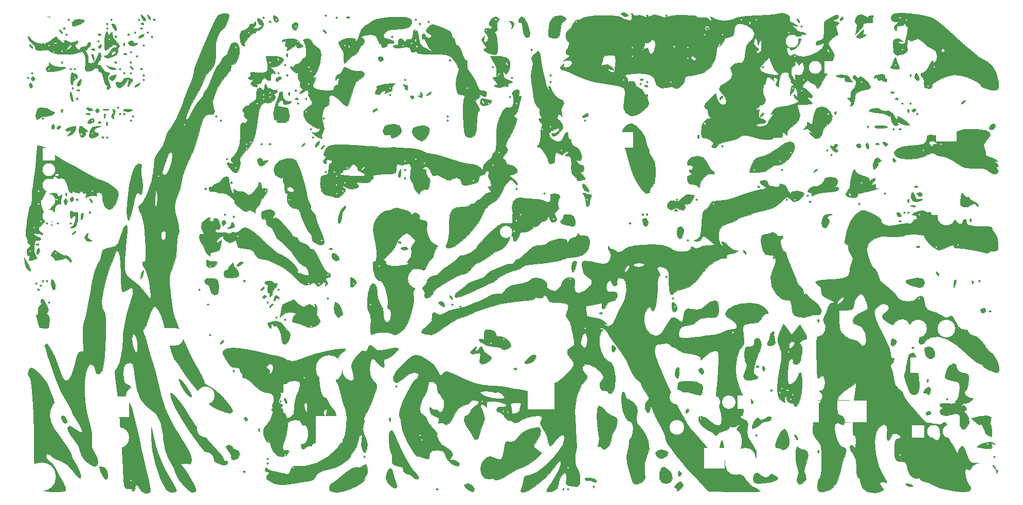
<source format=gbo>
G04 #@! TF.GenerationSoftware,KiCad,Pcbnew,(5.1.4)-1*
G04 #@! TF.CreationDate,2019-11-18T21:37:14+02:00*
G04 #@! TF.ProjectId,pcb_1,7063625f-312e-46b6-9963-61645f706362,rev?*
G04 #@! TF.SameCoordinates,Original*
G04 #@! TF.FileFunction,Legend,Bot*
G04 #@! TF.FilePolarity,Positive*
%FSLAX46Y46*%
G04 Gerber Fmt 4.6, Leading zero omitted, Abs format (unit mm)*
G04 Created by KiCad (PCBNEW (5.1.4)-1) date 2019-11-18 21:37:14*
%MOMM*%
%LPD*%
G04 APERTURE LIST*
%ADD10C,0.010000*%
%ADD11C,0.120000*%
%ADD12R,2.100000X2.100000*%
%ADD13C,4.700000*%
%ADD14C,2.000000*%
%ADD15R,2.000000X2.000000*%
%ADD16O,4.400000X2.900000*%
%ADD17R,3.400000X3.400000*%
%ADD18C,3.400000*%
%ADD19C,4.400000*%
%ADD20R,4.400000X4.400000*%
%ADD21C,2.400000*%
%ADD22O,2.432000X2.940000*%
%ADD23O,2.100000X2.100000*%
%ADD24O,3.200000X3.200000*%
%ADD25R,3.200000X3.200000*%
%ADD26R,3.100000X3.600000*%
%ADD27R,2.600000X2.600000*%
%ADD28O,2.600000X2.600000*%
%ADD29C,2.924000*%
%ADD30C,2.900000*%
%ADD31R,2.200000X2.200000*%
%ADD32O,2.200000X2.200000*%
G04 APERTURE END LIST*
D10*
G36*
X79502000Y-94847834D02*
G01*
X79325611Y-94671445D01*
X79149222Y-94847834D01*
X79325611Y-95024223D01*
X79502000Y-94847834D01*
X79502000Y-94847834D01*
G37*
X79502000Y-94847834D02*
X79325611Y-94671445D01*
X79149222Y-94847834D01*
X79325611Y-95024223D01*
X79502000Y-94847834D01*
G36*
X80403983Y-95141331D02*
G01*
X80342160Y-94866156D01*
X80057484Y-94369599D01*
X79873405Y-94452782D01*
X79854778Y-94650625D01*
X80110994Y-95128999D01*
X80203515Y-95198114D01*
X80403983Y-95141331D01*
X80403983Y-95141331D01*
G37*
X80403983Y-95141331D02*
X80342160Y-94866156D01*
X80057484Y-94369599D01*
X79873405Y-94452782D01*
X79854778Y-94650625D01*
X80110994Y-95128999D01*
X80203515Y-95198114D01*
X80403983Y-95141331D01*
G36*
X100264045Y-69821408D02*
G01*
X100315889Y-69699818D01*
X100020916Y-69471637D01*
X99636234Y-69422635D01*
X99157535Y-69537182D01*
X99127887Y-69699818D01*
X99590203Y-69953805D01*
X99807542Y-69977000D01*
X100264045Y-69821408D01*
X100264045Y-69821408D01*
G37*
X100264045Y-69821408D02*
X100315889Y-69699818D01*
X100020916Y-69471637D01*
X99636234Y-69422635D01*
X99157535Y-69537182D01*
X99127887Y-69699818D01*
X99590203Y-69953805D01*
X99807542Y-69977000D01*
X100264045Y-69821408D01*
G36*
X99139963Y-68801075D02*
G01*
X99091537Y-68591349D01*
X98904778Y-68565889D01*
X98614402Y-68694965D01*
X98669593Y-68801075D01*
X99088257Y-68843295D01*
X99139963Y-68801075D01*
X99139963Y-68801075D01*
G37*
X99139963Y-68801075D02*
X99091537Y-68591349D01*
X98904778Y-68565889D01*
X98614402Y-68694965D01*
X98669593Y-68801075D01*
X99088257Y-68843295D01*
X99139963Y-68801075D01*
G36*
X132301074Y-80442741D02*
G01*
X132252649Y-80233015D01*
X132065889Y-80207556D01*
X131775513Y-80336632D01*
X131830704Y-80442741D01*
X132249369Y-80484962D01*
X132301074Y-80442741D01*
X132301074Y-80442741D01*
G37*
X132301074Y-80442741D02*
X132252649Y-80233015D01*
X132065889Y-80207556D01*
X131775513Y-80336632D01*
X131830704Y-80442741D01*
X132249369Y-80484962D01*
X132301074Y-80442741D01*
G36*
X158469715Y-47962077D02*
G01*
X158848438Y-47606867D01*
X158770749Y-47402657D01*
X158721431Y-47399223D01*
X158423046Y-47649794D01*
X158314146Y-47806508D01*
X158272567Y-48047912D01*
X158469715Y-47962077D01*
X158469715Y-47962077D01*
G37*
X158469715Y-47962077D02*
X158848438Y-47606867D01*
X158770749Y-47402657D01*
X158721431Y-47399223D01*
X158423046Y-47649794D01*
X158314146Y-47806508D01*
X158272567Y-48047912D01*
X158469715Y-47962077D01*
G36*
X163202181Y-44555579D02*
G01*
X163481060Y-44178538D01*
X163756455Y-43814657D01*
X163999008Y-43225622D01*
X163833019Y-43000088D01*
X163471704Y-42856599D01*
X163436896Y-42880486D01*
X163343732Y-43342278D01*
X163463111Y-43342278D01*
X163639500Y-43165889D01*
X163815889Y-43342278D01*
X163639500Y-43518667D01*
X163463111Y-43342278D01*
X163343732Y-43342278D01*
X163298375Y-43567098D01*
X163201091Y-44222989D01*
X163185528Y-44559248D01*
X163202181Y-44555579D01*
X163202181Y-44555579D01*
G37*
X163202181Y-44555579D02*
X163481060Y-44178538D01*
X163756455Y-43814657D01*
X163999008Y-43225622D01*
X163833019Y-43000088D01*
X163471704Y-42856599D01*
X163436896Y-42880486D01*
X163343732Y-43342278D01*
X163463111Y-43342278D01*
X163639500Y-43165889D01*
X163815889Y-43342278D01*
X163639500Y-43518667D01*
X163463111Y-43342278D01*
X163343732Y-43342278D01*
X163298375Y-43567098D01*
X163201091Y-44222989D01*
X163185528Y-44559248D01*
X163202181Y-44555579D01*
G36*
X158877000Y-39814500D02*
G01*
X158700611Y-39638112D01*
X158524222Y-39814500D01*
X158700611Y-39990889D01*
X158877000Y-39814500D01*
X158877000Y-39814500D01*
G37*
X158877000Y-39814500D02*
X158700611Y-39638112D01*
X158524222Y-39814500D01*
X158700611Y-39990889D01*
X158877000Y-39814500D01*
G36*
X149704778Y-33464500D02*
G01*
X149528389Y-33288112D01*
X149352000Y-33464500D01*
X149528389Y-33640889D01*
X149704778Y-33464500D01*
X149704778Y-33464500D01*
G37*
X149704778Y-33464500D02*
X149528389Y-33288112D01*
X149352000Y-33464500D01*
X149528389Y-33640889D01*
X149704778Y-33464500D01*
G36*
X126774222Y-109311723D02*
G01*
X126597834Y-109135334D01*
X126421445Y-109311723D01*
X126597834Y-109488112D01*
X126774222Y-109311723D01*
X126774222Y-109311723D01*
G37*
X126774222Y-109311723D02*
X126597834Y-109135334D01*
X126421445Y-109311723D01*
X126597834Y-109488112D01*
X126774222Y-109311723D01*
G36*
X126068667Y-109311723D02*
G01*
X125892278Y-109135334D01*
X125715889Y-109311723D01*
X125892278Y-109488112D01*
X126068667Y-109311723D01*
X126068667Y-109311723D01*
G37*
X126068667Y-109311723D02*
X125892278Y-109135334D01*
X125715889Y-109311723D01*
X125892278Y-109488112D01*
X126068667Y-109311723D01*
G36*
X105254778Y-109311723D02*
G01*
X105078389Y-109135334D01*
X104902000Y-109311723D01*
X105078389Y-109488112D01*
X105254778Y-109311723D01*
X105254778Y-109311723D01*
G37*
X105254778Y-109311723D02*
X105078389Y-109135334D01*
X104902000Y-109311723D01*
X105078389Y-109488112D01*
X105254778Y-109311723D01*
G36*
X131007556Y-108958945D02*
G01*
X130831167Y-108782556D01*
X130654778Y-108958945D01*
X130831167Y-109135334D01*
X131007556Y-108958945D01*
X131007556Y-108958945D01*
G37*
X131007556Y-108958945D02*
X130831167Y-108782556D01*
X130654778Y-108958945D01*
X130831167Y-109135334D01*
X131007556Y-108958945D01*
G36*
X183374723Y-108749656D02*
G01*
X182988793Y-108507753D01*
X182456868Y-108420166D01*
X182162185Y-108545160D01*
X182160334Y-108565022D01*
X182451226Y-108750312D01*
X182866376Y-108884900D01*
X183343820Y-108908133D01*
X183374723Y-108749656D01*
X183374723Y-108749656D01*
G37*
X183374723Y-108749656D02*
X182988793Y-108507753D01*
X182456868Y-108420166D01*
X182162185Y-108545160D01*
X182160334Y-108565022D01*
X182451226Y-108750312D01*
X182866376Y-108884900D01*
X183343820Y-108908133D01*
X183374723Y-108749656D01*
G36*
X111153546Y-109704158D02*
G01*
X111241558Y-109224611D01*
X110889125Y-108712598D01*
X110294799Y-108434800D01*
X110204739Y-108429778D01*
X109625010Y-108540673D01*
X109488111Y-108697696D01*
X109747575Y-109071604D01*
X110321310Y-109476018D01*
X110902334Y-109725421D01*
X111153546Y-109704158D01*
X111153546Y-109704158D01*
G37*
X111153546Y-109704158D02*
X111241558Y-109224611D01*
X110889125Y-108712598D01*
X110294799Y-108434800D01*
X110204739Y-108429778D01*
X109625010Y-108540673D01*
X109488111Y-108697696D01*
X109747575Y-109071604D01*
X110321310Y-109476018D01*
X110902334Y-109725421D01*
X111153546Y-109704158D01*
G36*
X145046551Y-109451278D02*
G01*
X145527481Y-108938642D01*
X145574890Y-108543290D01*
X145193742Y-108106776D01*
X144646436Y-108355003D01*
X144413111Y-108606167D01*
X144163091Y-109034631D01*
X144390735Y-109135334D01*
X144633220Y-109352415D01*
X144573404Y-109514155D01*
X144626908Y-109654316D01*
X145046551Y-109451278D01*
X145046551Y-109451278D01*
G37*
X145046551Y-109451278D02*
X145527481Y-108938642D01*
X145574890Y-108543290D01*
X145193742Y-108106776D01*
X144646436Y-108355003D01*
X144413111Y-108606167D01*
X144163091Y-109034631D01*
X144390735Y-109135334D01*
X144633220Y-109352415D01*
X144573404Y-109514155D01*
X144626908Y-109654316D01*
X145046551Y-109451278D01*
G36*
X131360334Y-107988062D02*
G01*
X131047115Y-107628597D01*
X130276517Y-107438938D01*
X129530877Y-107475183D01*
X129429042Y-107738757D01*
X129429898Y-107740148D01*
X129761825Y-107979092D01*
X129854543Y-107936494D01*
X130273443Y-107929368D01*
X130701162Y-108101825D01*
X131227333Y-108270239D01*
X131360334Y-107988062D01*
X131360334Y-107988062D01*
G37*
X131360334Y-107988062D02*
X131047115Y-107628597D01*
X130276517Y-107438938D01*
X129530877Y-107475183D01*
X129429042Y-107738757D01*
X129429898Y-107740148D01*
X129761825Y-107979092D01*
X129854543Y-107936494D01*
X130273443Y-107929368D01*
X130701162Y-108101825D01*
X131227333Y-108270239D01*
X131360334Y-107988062D01*
G36*
X158876082Y-108342610D02*
G01*
X160203328Y-108159727D01*
X160981380Y-107856658D01*
X161158190Y-107471042D01*
X160681715Y-107040519D01*
X160678763Y-107038937D01*
X160071468Y-106835174D01*
X159935333Y-107006255D01*
X159660222Y-107298727D01*
X159065390Y-107354076D01*
X158496591Y-107169597D01*
X158347833Y-107018667D01*
X157848584Y-106646977D01*
X157359023Y-106839162D01*
X157114977Y-107490762D01*
X157113111Y-107565581D01*
X157159830Y-108094700D01*
X157420276Y-108342539D01*
X158074889Y-108388626D01*
X158876082Y-108342610D01*
X158876082Y-108342610D01*
G37*
X158876082Y-108342610D02*
X160203328Y-108159727D01*
X160981380Y-107856658D01*
X161158190Y-107471042D01*
X160681715Y-107040519D01*
X160678763Y-107038937D01*
X160071468Y-106835174D01*
X159935333Y-107006255D01*
X159660222Y-107298727D01*
X159065390Y-107354076D01*
X158496591Y-107169597D01*
X158347833Y-107018667D01*
X157848584Y-106646977D01*
X157359023Y-106839162D01*
X157114977Y-107490762D01*
X157113111Y-107565581D01*
X157159830Y-108094700D01*
X157420276Y-108342539D01*
X158074889Y-108388626D01*
X158876082Y-108342610D01*
G36*
X145124421Y-107191500D02*
G01*
X145327929Y-106768715D01*
X145279990Y-106641513D01*
X144939433Y-106328704D01*
X144772789Y-106684985D01*
X144765889Y-106863098D01*
X144939457Y-107226443D01*
X145124421Y-107191500D01*
X145124421Y-107191500D01*
G37*
X145124421Y-107191500D02*
X145327929Y-106768715D01*
X145279990Y-106641513D01*
X144939433Y-106328704D01*
X144772789Y-106684985D01*
X144765889Y-106863098D01*
X144939457Y-107226443D01*
X145124421Y-107191500D01*
G36*
X73504778Y-106489501D02*
G01*
X73328389Y-106313112D01*
X73152000Y-106489501D01*
X73328389Y-106665889D01*
X73504778Y-106489501D01*
X73504778Y-106489501D01*
G37*
X73504778Y-106489501D02*
X73328389Y-106313112D01*
X73152000Y-106489501D01*
X73328389Y-106665889D01*
X73504778Y-106489501D01*
G36*
X143536830Y-108171749D02*
G01*
X143852380Y-107535952D01*
X143666299Y-106729820D01*
X143328597Y-106286931D01*
X142576920Y-105702916D01*
X142072974Y-105756660D01*
X141743936Y-106457389D01*
X141735953Y-106488712D01*
X141656446Y-107609046D01*
X142080267Y-108263468D01*
X142773394Y-108429778D01*
X143536830Y-108171749D01*
X143536830Y-108171749D01*
G37*
X143536830Y-108171749D02*
X143852380Y-107535952D01*
X143666299Y-106729820D01*
X143328597Y-106286931D01*
X142576920Y-105702916D01*
X142072974Y-105756660D01*
X141743936Y-106457389D01*
X141735953Y-106488712D01*
X141656446Y-107609046D01*
X142080267Y-108263468D01*
X142773394Y-108429778D01*
X143536830Y-108171749D01*
G36*
X98523869Y-108909926D02*
G01*
X98336167Y-108372322D01*
X98057860Y-107661622D01*
X97921797Y-107018667D01*
X97690045Y-106109072D01*
X97363050Y-105855981D01*
X96995280Y-106279652D01*
X96856147Y-106622362D01*
X96669808Y-107495175D01*
X96918685Y-108210744D01*
X97210492Y-108614527D01*
X97801336Y-109118560D01*
X98302638Y-109203361D01*
X98523869Y-108909926D01*
X98523869Y-108909926D01*
G37*
X98523869Y-108909926D02*
X98336167Y-108372322D01*
X98057860Y-107661622D01*
X97921797Y-107018667D01*
X97690045Y-106109072D01*
X97363050Y-105855981D01*
X96995280Y-106279652D01*
X96856147Y-106622362D01*
X96669808Y-107495175D01*
X96918685Y-108210744D01*
X97210492Y-108614527D01*
X97801336Y-109118560D01*
X98302638Y-109203361D01*
X98523869Y-108909926D01*
G36*
X50876519Y-107462196D02*
G01*
X50880657Y-106859431D01*
X50662419Y-106190903D01*
X50282886Y-105731585D01*
X50133250Y-105672900D01*
X49613565Y-105657151D01*
X49515889Y-105735112D01*
X49670735Y-106387344D01*
X50027034Y-107122907D01*
X50422422Y-107640828D01*
X50588923Y-107724223D01*
X50876519Y-107462196D01*
X50876519Y-107462196D01*
G37*
X50876519Y-107462196D02*
X50880657Y-106859431D01*
X50662419Y-106190903D01*
X50282886Y-105731585D01*
X50133250Y-105672900D01*
X49613565Y-105657151D01*
X49515889Y-105735112D01*
X49670735Y-106387344D01*
X50027034Y-107122907D01*
X50422422Y-107640828D01*
X50588923Y-107724223D01*
X50876519Y-107462196D01*
G36*
X89592925Y-109697099D02*
G01*
X90735647Y-109341950D01*
X91832710Y-108862686D01*
X92680704Y-108350192D01*
X93076217Y-107895358D01*
X93083945Y-107837291D01*
X93289289Y-107235252D01*
X93348528Y-107165658D01*
X93565364Y-106649302D01*
X93598293Y-105945829D01*
X93458961Y-105385609D01*
X93281153Y-105254778D01*
X92798881Y-105509283D01*
X92751635Y-105574437D01*
X92292829Y-105764324D01*
X91901857Y-105723537D01*
X91187580Y-105867862D01*
X90127737Y-106547929D01*
X89587697Y-106991378D01*
X88679696Y-107744222D01*
X87978779Y-108264895D01*
X87669506Y-108429778D01*
X87438499Y-108726891D01*
X87360109Y-109135334D01*
X87442306Y-109607631D01*
X87906878Y-109806313D01*
X88607953Y-109837245D01*
X89592925Y-109697099D01*
X89592925Y-109697099D01*
G37*
X89592925Y-109697099D02*
X90735647Y-109341950D01*
X91832710Y-108862686D01*
X92680704Y-108350192D01*
X93076217Y-107895358D01*
X93083945Y-107837291D01*
X93289289Y-107235252D01*
X93348528Y-107165658D01*
X93565364Y-106649302D01*
X93598293Y-105945829D01*
X93458961Y-105385609D01*
X93281153Y-105254778D01*
X92798881Y-105509283D01*
X92751635Y-105574437D01*
X92292829Y-105764324D01*
X91901857Y-105723537D01*
X91187580Y-105867862D01*
X90127737Y-106547929D01*
X89587697Y-106991378D01*
X88679696Y-107744222D01*
X87978779Y-108264895D01*
X87669506Y-108429778D01*
X87438499Y-108726891D01*
X87360109Y-109135334D01*
X87442306Y-109607631D01*
X87906878Y-109806313D01*
X88607953Y-109837245D01*
X89592925Y-109697099D01*
G36*
X77385334Y-105078389D02*
G01*
X77208945Y-104902001D01*
X77032556Y-105078389D01*
X77208945Y-105254778D01*
X77385334Y-105078389D01*
X77385334Y-105078389D01*
G37*
X77385334Y-105078389D02*
X77208945Y-104902001D01*
X77032556Y-105078389D01*
X77208945Y-105254778D01*
X77385334Y-105078389D01*
G36*
X77385334Y-104372834D02*
G01*
X77208945Y-104196445D01*
X77032556Y-104372834D01*
X77208945Y-104549223D01*
X77385334Y-104372834D01*
X77385334Y-104372834D01*
G37*
X77385334Y-104372834D02*
X77208945Y-104196445D01*
X77032556Y-104372834D01*
X77208945Y-104549223D01*
X77385334Y-104372834D01*
G36*
X196977000Y-104020056D02*
G01*
X196800611Y-103843667D01*
X196624222Y-104020056D01*
X196800611Y-104196445D01*
X196977000Y-104020056D01*
X196977000Y-104020056D01*
G37*
X196977000Y-104020056D02*
X196800611Y-103843667D01*
X196624222Y-104020056D01*
X196800611Y-104196445D01*
X196977000Y-104020056D01*
G36*
X93260333Y-104020056D02*
G01*
X93083945Y-103843667D01*
X92907556Y-104020056D01*
X93083945Y-104196445D01*
X93260333Y-104020056D01*
X93260333Y-104020056D01*
G37*
X93260333Y-104020056D02*
X93083945Y-103843667D01*
X92907556Y-104020056D01*
X93083945Y-104196445D01*
X93260333Y-104020056D01*
G36*
X161176425Y-104935496D02*
G01*
X161205656Y-104289152D01*
X160964506Y-103529025D01*
X160448804Y-103159695D01*
X159869741Y-103323628D01*
X159829936Y-103361101D01*
X159637135Y-103866636D01*
X160021827Y-103866636D01*
X160070083Y-103843667D01*
X160392022Y-104092016D01*
X160464500Y-104196445D01*
X160554395Y-104526254D01*
X160506140Y-104549223D01*
X160184200Y-104300874D01*
X160111722Y-104196445D01*
X160021827Y-103866636D01*
X159637135Y-103866636D01*
X159582221Y-104010621D01*
X159767693Y-104716268D01*
X160140575Y-105040646D01*
X160879247Y-105227888D01*
X161176425Y-104935496D01*
X161176425Y-104935496D01*
G37*
X161176425Y-104935496D02*
X161205656Y-104289152D01*
X160964506Y-103529025D01*
X160448804Y-103159695D01*
X159869741Y-103323628D01*
X159829936Y-103361101D01*
X159637135Y-103866636D01*
X160021827Y-103866636D01*
X160070083Y-103843667D01*
X160392022Y-104092016D01*
X160464500Y-104196445D01*
X160554395Y-104526254D01*
X160506140Y-104549223D01*
X160184200Y-104300874D01*
X160111722Y-104196445D01*
X160021827Y-103866636D01*
X159637135Y-103866636D01*
X159582221Y-104010621D01*
X159767693Y-104716268D01*
X160140575Y-105040646D01*
X160879247Y-105227888D01*
X161176425Y-104935496D01*
G36*
X167931630Y-103373297D02*
G01*
X167973850Y-102954632D01*
X167931630Y-102902926D01*
X167721904Y-102951352D01*
X167696445Y-103138112D01*
X167825520Y-103428488D01*
X167931630Y-103373297D01*
X167931630Y-103373297D01*
G37*
X167931630Y-103373297D02*
X167973850Y-102954632D01*
X167931630Y-102902926D01*
X167721904Y-102951352D01*
X167696445Y-103138112D01*
X167825520Y-103428488D01*
X167931630Y-103373297D01*
G36*
X142925014Y-103865562D02*
G01*
X143125742Y-103371333D01*
X142895184Y-103064630D01*
X142061861Y-102831816D01*
X141329124Y-103018032D01*
X141057001Y-103381938D01*
X141224589Y-103873935D01*
X141667924Y-104256891D01*
X142213632Y-104297235D01*
X142925014Y-103865562D01*
X142925014Y-103865562D01*
G37*
X142925014Y-103865562D02*
X143125742Y-103371333D01*
X142895184Y-103064630D01*
X142061861Y-102831816D01*
X141329124Y-103018032D01*
X141057001Y-103381938D01*
X141224589Y-103873935D01*
X141667924Y-104256891D01*
X142213632Y-104297235D01*
X142925014Y-103865562D01*
G36*
X165163452Y-108379157D02*
G01*
X165395599Y-108216367D01*
X165866155Y-107708341D01*
X165747138Y-107160817D01*
X165708277Y-107097372D01*
X165515686Y-106427480D01*
X165695323Y-105452708D01*
X165814188Y-105094095D01*
X166134490Y-103834827D01*
X166010973Y-103084111D01*
X165431998Y-102792803D01*
X165267470Y-102785334D01*
X164627720Y-102588275D01*
X164428071Y-102344362D01*
X164298113Y-102369130D01*
X164150000Y-102950389D01*
X164095775Y-103314500D01*
X164091261Y-104541491D01*
X164342069Y-105572828D01*
X164364022Y-105618453D01*
X164618142Y-106636336D01*
X164473002Y-107117758D01*
X164317570Y-107859528D01*
X164415721Y-108225857D01*
X164713739Y-108542507D01*
X165163452Y-108379157D01*
X165163452Y-108379157D01*
G37*
X165163452Y-108379157D02*
X165395599Y-108216367D01*
X165866155Y-107708341D01*
X165747138Y-107160817D01*
X165708277Y-107097372D01*
X165515686Y-106427480D01*
X165695323Y-105452708D01*
X165814188Y-105094095D01*
X166134490Y-103834827D01*
X166010973Y-103084111D01*
X165431998Y-102792803D01*
X165267470Y-102785334D01*
X164627720Y-102588275D01*
X164428071Y-102344362D01*
X164298113Y-102369130D01*
X164150000Y-102950389D01*
X164095775Y-103314500D01*
X164091261Y-104541491D01*
X164342069Y-105572828D01*
X164364022Y-105618453D01*
X164618142Y-106636336D01*
X164473002Y-107117758D01*
X164317570Y-107859528D01*
X164415721Y-108225857D01*
X164713739Y-108542507D01*
X165163452Y-108379157D01*
G36*
X72237152Y-104253834D02*
G01*
X72348321Y-104153457D01*
X72592314Y-103545443D01*
X72359502Y-102982121D01*
X71879535Y-102785334D01*
X71434820Y-102582232D01*
X71388111Y-102432556D01*
X71102376Y-102119579D01*
X70858945Y-102079778D01*
X70389151Y-102247312D01*
X70329778Y-102389360D01*
X70570706Y-102852311D01*
X70837975Y-103120709D01*
X71176964Y-103710626D01*
X71153010Y-104045849D01*
X71212987Y-104451757D01*
X71657892Y-104528605D01*
X72237152Y-104253834D01*
X72237152Y-104253834D01*
G37*
X72237152Y-104253834D02*
X72348321Y-104153457D01*
X72592314Y-103545443D01*
X72359502Y-102982121D01*
X71879535Y-102785334D01*
X71434820Y-102582232D01*
X71388111Y-102432556D01*
X71102376Y-102119579D01*
X70858945Y-102079778D01*
X70389151Y-102247312D01*
X70329778Y-102389360D01*
X70570706Y-102852311D01*
X70837975Y-103120709D01*
X71176964Y-103710626D01*
X71153010Y-104045849D01*
X71212987Y-104451757D01*
X71657892Y-104528605D01*
X72237152Y-104253834D01*
G36*
X196442187Y-102465626D02*
G01*
X196374760Y-102192950D01*
X196318519Y-101798519D01*
X196652466Y-101902077D01*
X196946481Y-102009728D01*
X196878595Y-101890941D01*
X196201953Y-101547026D01*
X195187167Y-101710439D01*
X194699273Y-101903389D01*
X195565889Y-101903389D01*
X195742278Y-101727000D01*
X195918667Y-101903389D01*
X195742278Y-102079778D01*
X195565889Y-101903389D01*
X194699273Y-101903389D01*
X194666524Y-101916340D01*
X194067058Y-102205422D01*
X193970492Y-102383505D01*
X194444671Y-102512369D01*
X195464571Y-102643034D01*
X196222887Y-102673306D01*
X196442187Y-102465626D01*
X196442187Y-102465626D01*
G37*
X196442187Y-102465626D02*
X196374760Y-102192950D01*
X196318519Y-101798519D01*
X196652466Y-101902077D01*
X196946481Y-102009728D01*
X196878595Y-101890941D01*
X196201953Y-101547026D01*
X195187167Y-101710439D01*
X194699273Y-101903389D01*
X195565889Y-101903389D01*
X195742278Y-101727000D01*
X195918667Y-101903389D01*
X195742278Y-102079778D01*
X195565889Y-101903389D01*
X194699273Y-101903389D01*
X194666524Y-101916340D01*
X194067058Y-102205422D01*
X193970492Y-102383505D01*
X194444671Y-102512369D01*
X195464571Y-102643034D01*
X196222887Y-102673306D01*
X196442187Y-102465626D01*
G36*
X164413742Y-100833980D02*
G01*
X164212442Y-100574593D01*
X163915826Y-100351658D01*
X163989845Y-100705148D01*
X164014959Y-100772076D01*
X164294428Y-101204067D01*
X164453313Y-101207169D01*
X164413742Y-100833980D01*
X164413742Y-100833980D01*
G37*
X164413742Y-100833980D02*
X164212442Y-100574593D01*
X163915826Y-100351658D01*
X163989845Y-100705148D01*
X164014959Y-100772076D01*
X164294428Y-101204067D01*
X164453313Y-101207169D01*
X164413742Y-100833980D01*
G36*
X157818667Y-100492278D02*
G01*
X157642278Y-100315889D01*
X157465889Y-100492278D01*
X157642278Y-100668667D01*
X157818667Y-100492278D01*
X157818667Y-100492278D01*
G37*
X157818667Y-100492278D02*
X157642278Y-100315889D01*
X157465889Y-100492278D01*
X157642278Y-100668667D01*
X157818667Y-100492278D01*
G36*
X102079778Y-107432939D02*
G01*
X101846473Y-107010513D01*
X101283079Y-106393289D01*
X101262215Y-106373595D01*
X100691342Y-105651148D01*
X100015327Y-104530889D01*
X99449647Y-103401684D01*
X98883422Y-102149256D01*
X98386876Y-101053916D01*
X98090930Y-100404084D01*
X97672255Y-99727434D01*
X97364699Y-99734223D01*
X97183899Y-100408823D01*
X97140889Y-101353403D01*
X97207033Y-102405683D01*
X97375493Y-103138749D01*
X97494962Y-103315301D01*
X97692063Y-103784333D01*
X97641455Y-104361193D01*
X97634019Y-105053159D01*
X98174863Y-105438592D01*
X98257521Y-105467800D01*
X99002863Y-105655282D01*
X99371972Y-105668710D01*
X99514617Y-105805700D01*
X99464051Y-105911621D01*
X99529858Y-106367940D01*
X99790607Y-106669113D01*
X100215646Y-106920480D01*
X100315889Y-106860276D01*
X100518722Y-106874195D01*
X100870254Y-107169858D01*
X101509085Y-107636804D01*
X101967610Y-107678573D01*
X102079778Y-107432939D01*
X102079778Y-107432939D01*
G37*
X102079778Y-107432939D02*
X101846473Y-107010513D01*
X101283079Y-106393289D01*
X101262215Y-106373595D01*
X100691342Y-105651148D01*
X100015327Y-104530889D01*
X99449647Y-103401684D01*
X98883422Y-102149256D01*
X98386876Y-101053916D01*
X98090930Y-100404084D01*
X97672255Y-99727434D01*
X97364699Y-99734223D01*
X97183899Y-100408823D01*
X97140889Y-101353403D01*
X97207033Y-102405683D01*
X97375493Y-103138749D01*
X97494962Y-103315301D01*
X97692063Y-103784333D01*
X97641455Y-104361193D01*
X97634019Y-105053159D01*
X98174863Y-105438592D01*
X98257521Y-105467800D01*
X99002863Y-105655282D01*
X99371972Y-105668710D01*
X99514617Y-105805700D01*
X99464051Y-105911621D01*
X99529858Y-106367940D01*
X99790607Y-106669113D01*
X100215646Y-106920480D01*
X100315889Y-106860276D01*
X100518722Y-106874195D01*
X100870254Y-107169858D01*
X101509085Y-107636804D01*
X101967610Y-107678573D01*
X102079778Y-107432939D01*
G36*
X162455618Y-102758125D02*
G01*
X162932201Y-102328746D01*
X163039994Y-101607243D01*
X162993053Y-101135160D01*
X162726760Y-99973122D01*
X162341632Y-99476590D01*
X161855923Y-99660047D01*
X161579567Y-100013593D01*
X160970227Y-101201423D01*
X160768175Y-102179061D01*
X160993382Y-102805369D01*
X161169368Y-102912644D01*
X161932423Y-102936540D01*
X162455618Y-102758125D01*
X162455618Y-102758125D01*
G37*
X162455618Y-102758125D02*
X162932201Y-102328746D01*
X163039994Y-101607243D01*
X162993053Y-101135160D01*
X162726760Y-99973122D01*
X162341632Y-99476590D01*
X161855923Y-99660047D01*
X161579567Y-100013593D01*
X160970227Y-101201423D01*
X160768175Y-102179061D01*
X160993382Y-102805369D01*
X161169368Y-102912644D01*
X161932423Y-102936540D01*
X162455618Y-102758125D01*
G36*
X75856630Y-99845519D02*
G01*
X75898850Y-99426854D01*
X75856630Y-99375149D01*
X75646904Y-99423574D01*
X75621445Y-99610334D01*
X75750520Y-99900710D01*
X75856630Y-99845519D01*
X75856630Y-99845519D01*
G37*
X75856630Y-99845519D02*
X75898850Y-99426854D01*
X75856630Y-99375149D01*
X75646904Y-99423574D01*
X75621445Y-99610334D01*
X75750520Y-99900710D01*
X75856630Y-99845519D01*
G36*
X62030991Y-109763533D02*
G01*
X62215889Y-109630737D01*
X62048064Y-109175160D01*
X61637676Y-108378192D01*
X61124357Y-107491517D01*
X60647738Y-106766819D01*
X60571023Y-106665889D01*
X60143963Y-105911890D01*
X59626111Y-104696092D01*
X59098700Y-103240959D01*
X58642962Y-101768955D01*
X58361423Y-100614640D01*
X58059860Y-99081167D01*
X58025759Y-101021445D01*
X58192152Y-102956474D01*
X58706294Y-105202287D01*
X59501364Y-107498753D01*
X59951357Y-108517973D01*
X60539851Y-109457936D01*
X61186554Y-109823958D01*
X61399283Y-109840889D01*
X62030991Y-109763533D01*
X62030991Y-109763533D01*
G37*
X62030991Y-109763533D02*
X62215889Y-109630737D01*
X62048064Y-109175160D01*
X61637676Y-108378192D01*
X61124357Y-107491517D01*
X60647738Y-106766819D01*
X60571023Y-106665889D01*
X60143963Y-105911890D01*
X59626111Y-104696092D01*
X59098700Y-103240959D01*
X58642962Y-101768955D01*
X58361423Y-100614640D01*
X58059860Y-99081167D01*
X58025759Y-101021445D01*
X58192152Y-102956474D01*
X58706294Y-105202287D01*
X59501364Y-107498753D01*
X59951357Y-108517973D01*
X60539851Y-109457936D01*
X61186554Y-109823958D01*
X61399283Y-109840889D01*
X62030991Y-109763533D01*
G36*
X115343266Y-107712031D02*
G01*
X116152476Y-107366501D01*
X116895799Y-106883914D01*
X117530489Y-106487768D01*
X118522850Y-105992857D01*
X119013111Y-105776795D01*
X120175232Y-105187017D01*
X121200161Y-104503626D01*
X121471191Y-104270769D01*
X122341771Y-103433441D01*
X121572959Y-102844804D01*
X121065540Y-102405943D01*
X121028939Y-102034585D01*
X121445785Y-101429037D01*
X121488285Y-101374223D01*
X122016633Y-100456303D01*
X122176699Y-99646816D01*
X121926115Y-99161312D01*
X121923528Y-99159939D01*
X121445174Y-99162905D01*
X120581851Y-99342380D01*
X120304050Y-99419766D01*
X119116067Y-100002409D01*
X118377517Y-100760961D01*
X117785687Y-101437924D01*
X117104561Y-101526059D01*
X117048284Y-101512927D01*
X116555787Y-101479906D01*
X116283515Y-101811643D01*
X116110270Y-102670187D01*
X116094061Y-102788749D01*
X115898863Y-103909486D01*
X115631912Y-104432518D01*
X115185610Y-104464783D01*
X114651683Y-104222291D01*
X113873981Y-103955923D01*
X113164758Y-104187117D01*
X113064715Y-104247823D01*
X112510706Y-104909447D01*
X112273541Y-105832147D01*
X112357335Y-106754861D01*
X112766201Y-107416523D01*
X113012732Y-107546832D01*
X113746622Y-107634788D01*
X114071066Y-107549785D01*
X114398631Y-107569851D01*
X114427000Y-107694671D01*
X114693413Y-107845950D01*
X115343266Y-107712031D01*
X115343266Y-107712031D01*
G37*
X115343266Y-107712031D02*
X116152476Y-107366501D01*
X116895799Y-106883914D01*
X117530489Y-106487768D01*
X118522850Y-105992857D01*
X119013111Y-105776795D01*
X120175232Y-105187017D01*
X121200161Y-104503626D01*
X121471191Y-104270769D01*
X122341771Y-103433441D01*
X121572959Y-102844804D01*
X121065540Y-102405943D01*
X121028939Y-102034585D01*
X121445785Y-101429037D01*
X121488285Y-101374223D01*
X122016633Y-100456303D01*
X122176699Y-99646816D01*
X121926115Y-99161312D01*
X121923528Y-99159939D01*
X121445174Y-99162905D01*
X120581851Y-99342380D01*
X120304050Y-99419766D01*
X119116067Y-100002409D01*
X118377517Y-100760961D01*
X117785687Y-101437924D01*
X117104561Y-101526059D01*
X117048284Y-101512927D01*
X116555787Y-101479906D01*
X116283515Y-101811643D01*
X116110270Y-102670187D01*
X116094061Y-102788749D01*
X115898863Y-103909486D01*
X115631912Y-104432518D01*
X115185610Y-104464783D01*
X114651683Y-104222291D01*
X113873981Y-103955923D01*
X113164758Y-104187117D01*
X113064715Y-104247823D01*
X112510706Y-104909447D01*
X112273541Y-105832147D01*
X112357335Y-106754861D01*
X112766201Y-107416523D01*
X113012732Y-107546832D01*
X113746622Y-107634788D01*
X114071066Y-107549785D01*
X114398631Y-107569851D01*
X114427000Y-107694671D01*
X114693413Y-107845950D01*
X115343266Y-107712031D01*
G36*
X97376074Y-98081630D02*
G01*
X97418295Y-97662965D01*
X97376074Y-97611260D01*
X97166348Y-97659685D01*
X97140889Y-97846445D01*
X97269965Y-98136821D01*
X97376074Y-98081630D01*
X97376074Y-98081630D01*
G37*
X97376074Y-98081630D02*
X97418295Y-97662965D01*
X97376074Y-97611260D01*
X97166348Y-97659685D01*
X97140889Y-97846445D01*
X97269965Y-98136821D01*
X97376074Y-98081630D01*
G36*
X73853511Y-97926282D02*
G01*
X73857556Y-97846445D01*
X73586357Y-97507224D01*
X73483958Y-97493667D01*
X73273267Y-97709792D01*
X73328389Y-97846445D01*
X73645398Y-98182989D01*
X73701987Y-98199223D01*
X73853511Y-97926282D01*
X73853511Y-97926282D01*
G37*
X73853511Y-97926282D02*
X73857556Y-97846445D01*
X73586357Y-97507224D01*
X73483958Y-97493667D01*
X73273267Y-97709792D01*
X73328389Y-97846445D01*
X73645398Y-98182989D01*
X73701987Y-98199223D01*
X73853511Y-97926282D01*
G36*
X196431607Y-100378462D02*
G01*
X196420160Y-99729718D01*
X196305054Y-99040219D01*
X196135112Y-98650854D01*
X196115196Y-98223766D01*
X196248440Y-97888255D01*
X196336042Y-97463011D01*
X195884481Y-97293961D01*
X195618667Y-97275174D01*
X194548348Y-97329273D01*
X193856512Y-97454599D01*
X193029080Y-97676129D01*
X193768318Y-98345130D01*
X194293753Y-98723921D01*
X194518283Y-98694871D01*
X194667669Y-98697762D01*
X194937947Y-99081167D01*
X195220278Y-99682512D01*
X195249866Y-99923670D01*
X195406559Y-100185591D01*
X195874948Y-100508946D01*
X196311127Y-100663265D01*
X196431607Y-100378462D01*
X196431607Y-100378462D01*
G37*
X196431607Y-100378462D02*
X196420160Y-99729718D01*
X196305054Y-99040219D01*
X196135112Y-98650854D01*
X196115196Y-98223766D01*
X196248440Y-97888255D01*
X196336042Y-97463011D01*
X195884481Y-97293961D01*
X195618667Y-97275174D01*
X194548348Y-97329273D01*
X193856512Y-97454599D01*
X193029080Y-97676129D01*
X193768318Y-98345130D01*
X194293753Y-98723921D01*
X194518283Y-98694871D01*
X194667669Y-98697762D01*
X194937947Y-99081167D01*
X195220278Y-99682512D01*
X195249866Y-99923670D01*
X195406559Y-100185591D01*
X195874948Y-100508946D01*
X196311127Y-100663265D01*
X196431607Y-100378462D01*
G36*
X157411660Y-99285228D02*
G01*
X157478141Y-99250999D01*
X158117816Y-98804201D01*
X158349006Y-98550103D01*
X158846944Y-98252306D01*
X159229778Y-98199223D01*
X159864473Y-98040672D01*
X160181998Y-97694621D01*
X160025392Y-97372937D01*
X159563100Y-97424904D01*
X159070302Y-97701313D01*
X158484878Y-98006521D01*
X158122566Y-97794657D01*
X158097599Y-97758224D01*
X157780128Y-97568695D01*
X157392689Y-98009853D01*
X157384918Y-98022834D01*
X156941378Y-98925293D01*
X156951208Y-99358155D01*
X157411660Y-99285228D01*
X157411660Y-99285228D01*
G37*
X157411660Y-99285228D02*
X157478141Y-99250999D01*
X158117816Y-98804201D01*
X158349006Y-98550103D01*
X158846944Y-98252306D01*
X159229778Y-98199223D01*
X159864473Y-98040672D01*
X160181998Y-97694621D01*
X160025392Y-97372937D01*
X159563100Y-97424904D01*
X159070302Y-97701313D01*
X158484878Y-98006521D01*
X158122566Y-97794657D01*
X158097599Y-97758224D01*
X157780128Y-97568695D01*
X157392689Y-98009853D01*
X157384918Y-98022834D01*
X156941378Y-98925293D01*
X156951208Y-99358155D01*
X157411660Y-99285228D01*
G36*
X44167443Y-98371005D02*
G01*
X44169719Y-98004501D01*
X43831377Y-97385804D01*
X43573170Y-97217689D01*
X43222668Y-97321885D01*
X43220392Y-97688388D01*
X43558734Y-98307086D01*
X43816942Y-98475201D01*
X44167443Y-98371005D01*
X44167443Y-98371005D01*
G37*
X44167443Y-98371005D02*
X44169719Y-98004501D01*
X43831377Y-97385804D01*
X43573170Y-97217689D01*
X43222668Y-97321885D01*
X43220392Y-97688388D01*
X43558734Y-98307086D01*
X43816942Y-98475201D01*
X44167443Y-98371005D01*
G36*
X186326356Y-96956704D02*
G01*
X186393667Y-96788112D01*
X186140468Y-96445431D01*
X186061709Y-96435334D01*
X185583929Y-96691767D01*
X185511722Y-96788112D01*
X185591697Y-97090125D01*
X185843680Y-97140889D01*
X186326356Y-96956704D01*
X186326356Y-96956704D01*
G37*
X186326356Y-96956704D02*
X186393667Y-96788112D01*
X186140468Y-96445431D01*
X186061709Y-96435334D01*
X185583929Y-96691767D01*
X185511722Y-96788112D01*
X185591697Y-97090125D01*
X185843680Y-97140889D01*
X186326356Y-96956704D01*
G36*
X146515421Y-96532026D02*
G01*
X146529778Y-96435334D01*
X146409416Y-96091728D01*
X146374209Y-96082556D01*
X146073018Y-96329760D01*
X146000611Y-96435334D01*
X146028581Y-96760413D01*
X146156180Y-96788112D01*
X146515421Y-96532026D01*
X146515421Y-96532026D01*
G37*
X146515421Y-96532026D02*
X146529778Y-96435334D01*
X146409416Y-96091728D01*
X146374209Y-96082556D01*
X146073018Y-96329760D01*
X146000611Y-96435334D01*
X146028581Y-96760413D01*
X146156180Y-96788112D01*
X146515421Y-96532026D01*
G36*
X78090889Y-96258945D02*
G01*
X77914500Y-96082556D01*
X77738111Y-96258945D01*
X77914500Y-96435334D01*
X78090889Y-96258945D01*
X78090889Y-96258945D01*
G37*
X78090889Y-96258945D02*
X77914500Y-96082556D01*
X77738111Y-96258945D01*
X77914500Y-96435334D01*
X78090889Y-96258945D01*
G36*
X132994479Y-102578420D02*
G01*
X133468855Y-102022094D01*
X133758630Y-101264676D01*
X133773416Y-101163399D01*
X133946098Y-100369877D01*
X134170068Y-99964258D01*
X134431200Y-99525655D01*
X134679771Y-98711483D01*
X134686398Y-98681327D01*
X134779111Y-97889579D01*
X134481295Y-97468021D01*
X133848774Y-97200373D01*
X133107322Y-96842834D01*
X132772990Y-96485891D01*
X132771445Y-96466097D01*
X132496833Y-96027003D01*
X132119782Y-95758621D01*
X131740833Y-95623160D01*
X131535754Y-95829773D01*
X131440409Y-96515627D01*
X131406904Y-97283184D01*
X131430373Y-98529848D01*
X131558603Y-99608355D01*
X131660757Y-100000781D01*
X131791306Y-101056445D01*
X131669146Y-101658967D01*
X131537555Y-102213973D01*
X131684047Y-102274130D01*
X132068526Y-102350175D01*
X132166791Y-102518552D01*
X132504218Y-102791343D01*
X132994479Y-102578420D01*
X132994479Y-102578420D01*
G37*
X132994479Y-102578420D02*
X133468855Y-102022094D01*
X133758630Y-101264676D01*
X133773416Y-101163399D01*
X133946098Y-100369877D01*
X134170068Y-99964258D01*
X134431200Y-99525655D01*
X134679771Y-98711483D01*
X134686398Y-98681327D01*
X134779111Y-97889579D01*
X134481295Y-97468021D01*
X133848774Y-97200373D01*
X133107322Y-96842834D01*
X132772990Y-96485891D01*
X132771445Y-96466097D01*
X132496833Y-96027003D01*
X132119782Y-95758621D01*
X131740833Y-95623160D01*
X131535754Y-95829773D01*
X131440409Y-96515627D01*
X131406904Y-97283184D01*
X131430373Y-98529848D01*
X131558603Y-99608355D01*
X131660757Y-100000781D01*
X131791306Y-101056445D01*
X131669146Y-101658967D01*
X131537555Y-102213973D01*
X131684047Y-102274130D01*
X132068526Y-102350175D01*
X132166791Y-102518552D01*
X132504218Y-102791343D01*
X132994479Y-102578420D01*
G36*
X189215889Y-94495056D02*
G01*
X189039500Y-94318667D01*
X188863111Y-94495056D01*
X189039500Y-94671445D01*
X189215889Y-94495056D01*
X189215889Y-94495056D01*
G37*
X189215889Y-94495056D02*
X189039500Y-94318667D01*
X188863111Y-94495056D01*
X189039500Y-94671445D01*
X189215889Y-94495056D01*
G36*
X157085932Y-95184485D02*
G01*
X157113111Y-95065862D01*
X156855671Y-94567148D01*
X156760333Y-94495056D01*
X156434735Y-94511182D01*
X156407556Y-94629805D01*
X156664996Y-95128519D01*
X156760333Y-95200612D01*
X157085932Y-95184485D01*
X157085932Y-95184485D01*
G37*
X157085932Y-95184485D02*
X157113111Y-95065862D01*
X156855671Y-94567148D01*
X156760333Y-94495056D01*
X156434735Y-94511182D01*
X156407556Y-94629805D01*
X156664996Y-95128519D01*
X156760333Y-95200612D01*
X157085932Y-95184485D01*
G36*
X138110252Y-108481616D02*
G01*
X138935617Y-108189384D01*
X139299820Y-107546064D01*
X139271294Y-106418868D01*
X139249079Y-106271927D01*
X139240623Y-105029803D01*
X139500789Y-104155260D01*
X139990372Y-102769014D01*
X139868410Y-101413992D01*
X139288312Y-100165013D01*
X138735342Y-99320375D01*
X138302202Y-98803875D01*
X138175411Y-98728389D01*
X137936844Y-98429021D01*
X137863908Y-97712902D01*
X137973628Y-96853009D01*
X138043389Y-96611723D01*
X138000380Y-95815195D01*
X137489478Y-95148267D01*
X136893613Y-94669724D01*
X136537784Y-94551617D01*
X136530768Y-94557491D01*
X136312175Y-94411145D01*
X136131271Y-93992475D01*
X135837028Y-93348990D01*
X135605336Y-93363051D01*
X135471931Y-93987156D01*
X135459696Y-94885154D01*
X135636957Y-96301746D01*
X136021573Y-97420901D01*
X136545554Y-98084860D01*
X136888001Y-98199223D01*
X137193916Y-98497082D01*
X137345841Y-99200379D01*
X137333043Y-100023692D01*
X137144788Y-100681600D01*
X136987898Y-100855489D01*
X136700272Y-101361365D01*
X136688482Y-101670059D01*
X136613749Y-102442116D01*
X136410523Y-103110658D01*
X136265760Y-103915306D01*
X136391364Y-105082978D01*
X136668885Y-106285658D01*
X137014337Y-107516685D01*
X137301113Y-108199832D01*
X137621923Y-108476346D01*
X138069475Y-108487469D01*
X138110252Y-108481616D01*
X138110252Y-108481616D01*
G37*
X138110252Y-108481616D02*
X138935617Y-108189384D01*
X139299820Y-107546064D01*
X139271294Y-106418868D01*
X139249079Y-106271927D01*
X139240623Y-105029803D01*
X139500789Y-104155260D01*
X139990372Y-102769014D01*
X139868410Y-101413992D01*
X139288312Y-100165013D01*
X138735342Y-99320375D01*
X138302202Y-98803875D01*
X138175411Y-98728389D01*
X137936844Y-98429021D01*
X137863908Y-97712902D01*
X137973628Y-96853009D01*
X138043389Y-96611723D01*
X138000380Y-95815195D01*
X137489478Y-95148267D01*
X136893613Y-94669724D01*
X136537784Y-94551617D01*
X136530768Y-94557491D01*
X136312175Y-94411145D01*
X136131271Y-93992475D01*
X135837028Y-93348990D01*
X135605336Y-93363051D01*
X135471931Y-93987156D01*
X135459696Y-94885154D01*
X135636957Y-96301746D01*
X136021573Y-97420901D01*
X136545554Y-98084860D01*
X136888001Y-98199223D01*
X137193916Y-98497082D01*
X137345841Y-99200379D01*
X137333043Y-100023692D01*
X137144788Y-100681600D01*
X136987898Y-100855489D01*
X136700272Y-101361365D01*
X136688482Y-101670059D01*
X136613749Y-102442116D01*
X136410523Y-103110658D01*
X136265760Y-103915306D01*
X136391364Y-105082978D01*
X136668885Y-106285658D01*
X137014337Y-107516685D01*
X137301113Y-108199832D01*
X137621923Y-108476346D01*
X138069475Y-108487469D01*
X138110252Y-108481616D01*
G36*
X70474879Y-105243946D02*
G01*
X70682556Y-104851782D01*
X70464690Y-104668542D01*
X70329778Y-104725612D01*
X70011462Y-104666610D01*
X69977000Y-104495132D01*
X69745337Y-103962875D01*
X69178068Y-103249523D01*
X69082585Y-103151395D01*
X67401721Y-101418242D01*
X66135889Y-99981190D01*
X65157280Y-98685636D01*
X64405330Y-97493667D01*
X63595426Y-96189361D01*
X62784665Y-95035920D01*
X62058134Y-94135316D01*
X61500922Y-93589523D01*
X61198116Y-93500512D01*
X61167324Y-93613112D01*
X61375697Y-94565185D01*
X61965789Y-95909670D01*
X62847897Y-97514038D01*
X63932314Y-99245754D01*
X65129335Y-100972289D01*
X66349256Y-102561109D01*
X67502370Y-103879684D01*
X68498973Y-104795482D01*
X68918667Y-105065051D01*
X69825388Y-105351512D01*
X70474879Y-105243946D01*
X70474879Y-105243946D01*
G37*
X70474879Y-105243946D02*
X70682556Y-104851782D01*
X70464690Y-104668542D01*
X70329778Y-104725612D01*
X70011462Y-104666610D01*
X69977000Y-104495132D01*
X69745337Y-103962875D01*
X69178068Y-103249523D01*
X69082585Y-103151395D01*
X67401721Y-101418242D01*
X66135889Y-99981190D01*
X65157280Y-98685636D01*
X64405330Y-97493667D01*
X63595426Y-96189361D01*
X62784665Y-95035920D01*
X62058134Y-94135316D01*
X61500922Y-93589523D01*
X61198116Y-93500512D01*
X61167324Y-93613112D01*
X61375697Y-94565185D01*
X61965789Y-95909670D01*
X62847897Y-97514038D01*
X63932314Y-99245754D01*
X65129335Y-100972289D01*
X66349256Y-102561109D01*
X67502370Y-103879684D01*
X68498973Y-104795482D01*
X68918667Y-105065051D01*
X69825388Y-105351512D01*
X70474879Y-105243946D01*
G36*
X160288111Y-93083945D02*
G01*
X160111722Y-92907556D01*
X159935333Y-93083945D01*
X160111722Y-93260334D01*
X160288111Y-93083945D01*
X160288111Y-93083945D01*
G37*
X160288111Y-93083945D02*
X160111722Y-92907556D01*
X159935333Y-93083945D01*
X160111722Y-93260334D01*
X160288111Y-93083945D01*
G36*
X186223049Y-93501204D02*
G01*
X186320786Y-92799485D01*
X186036650Y-92496133D01*
X185566004Y-92719439D01*
X185388651Y-92953277D01*
X185164913Y-93421804D01*
X185279159Y-93471440D01*
X185689541Y-93531133D01*
X185793297Y-93699108D01*
X186011739Y-93855761D01*
X186223049Y-93501204D01*
X186223049Y-93501204D01*
G37*
X186223049Y-93501204D02*
X186320786Y-92799485D01*
X186036650Y-92496133D01*
X185566004Y-92719439D01*
X185388651Y-92953277D01*
X185164913Y-93421804D01*
X185279159Y-93471440D01*
X185689541Y-93531133D01*
X185793297Y-93699108D01*
X186011739Y-93855761D01*
X186223049Y-93501204D01*
G36*
X98552000Y-92378389D02*
G01*
X98375611Y-92202001D01*
X98199222Y-92378389D01*
X98375611Y-92554778D01*
X98552000Y-92378389D01*
X98552000Y-92378389D01*
G37*
X98552000Y-92378389D02*
X98375611Y-92202001D01*
X98199222Y-92378389D01*
X98375611Y-92554778D01*
X98552000Y-92378389D01*
G36*
X148675843Y-93699093D02*
G01*
X148735314Y-93167316D01*
X148792070Y-92659335D01*
X148761250Y-92120794D01*
X148610660Y-92047728D01*
X148212975Y-91967083D01*
X148119589Y-91852963D01*
X147681752Y-91655896D01*
X146856917Y-91564983D01*
X145911713Y-91576028D01*
X145112772Y-91684836D01*
X144726723Y-91887212D01*
X144721792Y-91906420D01*
X144644666Y-92858046D01*
X144844260Y-93286526D01*
X145400985Y-93346409D01*
X145467390Y-93339451D01*
X146366548Y-93356602D01*
X146869064Y-93480644D01*
X147776316Y-93785217D01*
X148452329Y-93847894D01*
X148675843Y-93699093D01*
X148675843Y-93699093D01*
G37*
X148675843Y-93699093D02*
X148735314Y-93167316D01*
X148792070Y-92659335D01*
X148761250Y-92120794D01*
X148610660Y-92047728D01*
X148212975Y-91967083D01*
X148119589Y-91852963D01*
X147681752Y-91655896D01*
X146856917Y-91564983D01*
X145911713Y-91576028D01*
X145112772Y-91684836D01*
X144726723Y-91887212D01*
X144721792Y-91906420D01*
X144644666Y-92858046D01*
X144844260Y-93286526D01*
X145400985Y-93346409D01*
X145467390Y-93339451D01*
X146366548Y-93356602D01*
X146869064Y-93480644D01*
X147776316Y-93785217D01*
X148452329Y-93847894D01*
X148675843Y-93699093D01*
G36*
X185923296Y-91731630D02*
G01*
X185965517Y-91312965D01*
X185923296Y-91261260D01*
X185713570Y-91309685D01*
X185688111Y-91496445D01*
X185817187Y-91786821D01*
X185923296Y-91731630D01*
X185923296Y-91731630D01*
G37*
X185923296Y-91731630D02*
X185965517Y-91312965D01*
X185923296Y-91261260D01*
X185713570Y-91309685D01*
X185688111Y-91496445D01*
X185817187Y-91786821D01*
X185923296Y-91731630D01*
G36*
X64671944Y-93983154D02*
G01*
X64670996Y-93920891D01*
X64491424Y-93483891D01*
X64060665Y-92819592D01*
X63517116Y-92102980D01*
X62999172Y-91509041D01*
X62645229Y-91212764D01*
X62568667Y-91262706D01*
X62762663Y-91889553D01*
X63227698Y-92761725D01*
X63788338Y-93578221D01*
X64132906Y-93946585D01*
X64563759Y-94225147D01*
X64671944Y-93983154D01*
X64671944Y-93983154D01*
G37*
X64671944Y-93983154D02*
X64670996Y-93920891D01*
X64491424Y-93483891D01*
X64060665Y-92819592D01*
X63517116Y-92102980D01*
X62999172Y-91509041D01*
X62645229Y-91212764D01*
X62568667Y-91262706D01*
X62762663Y-91889553D01*
X63227698Y-92761725D01*
X63788338Y-93578221D01*
X64132906Y-93946585D01*
X64563759Y-94225147D01*
X64671944Y-93983154D01*
G36*
X71740889Y-89908945D02*
G01*
X71564500Y-89732556D01*
X71388111Y-89908945D01*
X71564500Y-90085334D01*
X71740889Y-89908945D01*
X71740889Y-89908945D01*
G37*
X71740889Y-89908945D02*
X71564500Y-89732556D01*
X71388111Y-89908945D01*
X71564500Y-90085334D01*
X71740889Y-89908945D01*
G36*
X148963852Y-90151822D02*
G01*
X148999222Y-89908945D01*
X148722504Y-89441113D01*
X148481128Y-89379778D01*
X148125227Y-89613518D01*
X148166093Y-89908945D01*
X148512370Y-90375770D01*
X148684188Y-90438112D01*
X148963852Y-90151822D01*
X148963852Y-90151822D01*
G37*
X148963852Y-90151822D02*
X148999222Y-89908945D01*
X148722504Y-89441113D01*
X148481128Y-89379778D01*
X148125227Y-89613518D01*
X148166093Y-89908945D01*
X148512370Y-90375770D01*
X148684188Y-90438112D01*
X148963852Y-90151822D01*
G36*
X118189963Y-89614963D02*
G01*
X118141537Y-89405237D01*
X117954778Y-89379778D01*
X117664402Y-89508854D01*
X117719593Y-89614963D01*
X118138257Y-89657184D01*
X118189963Y-89614963D01*
X118189963Y-89614963D01*
G37*
X118189963Y-89614963D02*
X118141537Y-89405237D01*
X117954778Y-89379778D01*
X117664402Y-89508854D01*
X117719593Y-89614963D01*
X118138257Y-89657184D01*
X118189963Y-89614963D01*
G36*
X158941551Y-89869050D02*
G01*
X159084646Y-89459997D01*
X159038324Y-89355402D01*
X158748744Y-89047323D01*
X158643912Y-89410296D01*
X158641815Y-89540649D01*
X158797494Y-89894452D01*
X158941551Y-89869050D01*
X158941551Y-89869050D01*
G37*
X158941551Y-89869050D02*
X159084646Y-89459997D01*
X159038324Y-89355402D01*
X158748744Y-89047323D01*
X158643912Y-89410296D01*
X158641815Y-89540649D01*
X158797494Y-89894452D01*
X158941551Y-89869050D01*
G36*
X158053852Y-89262186D02*
G01*
X158005426Y-89052460D01*
X157818667Y-89027001D01*
X157528291Y-89156076D01*
X157583482Y-89262186D01*
X158002146Y-89304406D01*
X158053852Y-89262186D01*
X158053852Y-89262186D01*
G37*
X158053852Y-89262186D02*
X158005426Y-89052460D01*
X157818667Y-89027001D01*
X157528291Y-89156076D01*
X157583482Y-89262186D01*
X158002146Y-89304406D01*
X158053852Y-89262186D01*
G36*
X144792881Y-90949639D02*
G01*
X144878455Y-90332173D01*
X144937849Y-89998540D01*
X144906892Y-89352435D01*
X144622397Y-89245013D01*
X144310917Y-89739031D01*
X144288384Y-89818634D01*
X144259880Y-90574373D01*
X144424666Y-90943555D01*
X144744637Y-91081415D01*
X144792881Y-90949639D01*
X144792881Y-90949639D01*
G37*
X144792881Y-90949639D02*
X144878455Y-90332173D01*
X144937849Y-89998540D01*
X144906892Y-89352435D01*
X144622397Y-89245013D01*
X144310917Y-89739031D01*
X144288384Y-89818634D01*
X144259880Y-90574373D01*
X144424666Y-90943555D01*
X144744637Y-91081415D01*
X144792881Y-90949639D01*
G36*
X43666046Y-109680948D02*
G01*
X43930439Y-109570228D01*
X43946229Y-109102580D01*
X43576593Y-108297799D01*
X43386219Y-107998925D01*
X42787603Y-107025847D01*
X42358678Y-106167577D01*
X42295372Y-105996339D01*
X41797718Y-105218795D01*
X41378108Y-104889214D01*
X40828460Y-104383021D01*
X40696445Y-104007644D01*
X40885576Y-103541137D01*
X41354836Y-103637508D01*
X41735958Y-103997380D01*
X42381208Y-104446920D01*
X43156586Y-104723568D01*
X44124435Y-105237616D01*
X45078277Y-106273490D01*
X45116180Y-106327561D01*
X45730519Y-107099254D01*
X46218095Y-107510700D01*
X46371279Y-107529052D01*
X46452652Y-107112874D01*
X46233137Y-106345464D01*
X45800498Y-105464447D01*
X45390731Y-104874223D01*
X45005213Y-104207200D01*
X44929778Y-103873560D01*
X44732848Y-103354865D01*
X44219784Y-102459038D01*
X43507172Y-101366227D01*
X42711600Y-100256580D01*
X42056574Y-99433945D01*
X41510654Y-98420098D01*
X41290601Y-97217463D01*
X41424848Y-96121479D01*
X41690827Y-95633868D01*
X42011117Y-95150128D01*
X41998838Y-94628472D01*
X41646196Y-93782716D01*
X41640048Y-93769816D01*
X41256823Y-92874318D01*
X41057318Y-92228760D01*
X41049222Y-92148749D01*
X40813407Y-91708534D01*
X40206387Y-90980682D01*
X39646142Y-90405015D01*
X38836220Y-89647957D01*
X38365433Y-89337214D01*
X38080914Y-89413396D01*
X37881299Y-89719332D01*
X37712190Y-90369993D01*
X37848579Y-90598652D01*
X38129056Y-91131594D01*
X38355049Y-92352389D01*
X38526860Y-94264713D01*
X38644790Y-96872247D01*
X38709143Y-100178668D01*
X38717295Y-101179065D01*
X38745967Y-103833281D01*
X38815177Y-105866721D01*
X38954516Y-107364080D01*
X39193576Y-108410051D01*
X39561949Y-109089329D01*
X40089225Y-109486609D01*
X40804998Y-109686586D01*
X41719899Y-109772878D01*
X42838612Y-109779801D01*
X43666046Y-109680948D01*
X43666046Y-109680948D01*
G37*
X43666046Y-109680948D02*
X43930439Y-109570228D01*
X43946229Y-109102580D01*
X43576593Y-108297799D01*
X43386219Y-107998925D01*
X42787603Y-107025847D01*
X42358678Y-106167577D01*
X42295372Y-105996339D01*
X41797718Y-105218795D01*
X41378108Y-104889214D01*
X40828460Y-104383021D01*
X40696445Y-104007644D01*
X40885576Y-103541137D01*
X41354836Y-103637508D01*
X41735958Y-103997380D01*
X42381208Y-104446920D01*
X43156586Y-104723568D01*
X44124435Y-105237616D01*
X45078277Y-106273490D01*
X45116180Y-106327561D01*
X45730519Y-107099254D01*
X46218095Y-107510700D01*
X46371279Y-107529052D01*
X46452652Y-107112874D01*
X46233137Y-106345464D01*
X45800498Y-105464447D01*
X45390731Y-104874223D01*
X45005213Y-104207200D01*
X44929778Y-103873560D01*
X44732848Y-103354865D01*
X44219784Y-102459038D01*
X43507172Y-101366227D01*
X42711600Y-100256580D01*
X42056574Y-99433945D01*
X41510654Y-98420098D01*
X41290601Y-97217463D01*
X41424848Y-96121479D01*
X41690827Y-95633868D01*
X42011117Y-95150128D01*
X41998838Y-94628472D01*
X41646196Y-93782716D01*
X41640048Y-93769816D01*
X41256823Y-92874318D01*
X41057318Y-92228760D01*
X41049222Y-92148749D01*
X40813407Y-91708534D01*
X40206387Y-90980682D01*
X39646142Y-90405015D01*
X38836220Y-89647957D01*
X38365433Y-89337214D01*
X38080914Y-89413396D01*
X37881299Y-89719332D01*
X37712190Y-90369993D01*
X37848579Y-90598652D01*
X38129056Y-91131594D01*
X38355049Y-92352389D01*
X38526860Y-94264713D01*
X38644790Y-96872247D01*
X38709143Y-100178668D01*
X38717295Y-101179065D01*
X38745967Y-103833281D01*
X38815177Y-105866721D01*
X38954516Y-107364080D01*
X39193576Y-108410051D01*
X39561949Y-109089329D01*
X40089225Y-109486609D01*
X40804998Y-109686586D01*
X41719899Y-109772878D01*
X42838612Y-109779801D01*
X43666046Y-109680948D01*
G36*
X192187613Y-99279870D02*
G01*
X192682539Y-98476445D01*
X192611047Y-97560210D01*
X192126306Y-96926417D01*
X191796486Y-96560043D01*
X191938845Y-96446553D01*
X192208829Y-96181292D01*
X192166463Y-95908193D01*
X191808982Y-95567023D01*
X191593861Y-95609923D01*
X191392879Y-95614579D01*
X191478814Y-95425753D01*
X191871733Y-95150174D01*
X192010516Y-95183557D01*
X192471385Y-95128955D01*
X192956278Y-94847753D01*
X193384518Y-94469213D01*
X193241327Y-94340209D01*
X193051446Y-94329887D01*
X192460628Y-94146763D01*
X192005244Y-93756612D01*
X191867937Y-93363231D01*
X192039725Y-93201000D01*
X192326594Y-92825808D01*
X192531651Y-92092052D01*
X192621270Y-91270896D01*
X192561822Y-90633505D01*
X192382356Y-90438112D01*
X191925837Y-90204975D01*
X191226381Y-89621300D01*
X190967888Y-89367615D01*
X190338816Y-88802088D01*
X189965694Y-88617360D01*
X189921445Y-88682879D01*
X189717109Y-88917595D01*
X189606299Y-88873869D01*
X189323607Y-89036021D01*
X189010790Y-89649900D01*
X188771461Y-90474470D01*
X188706397Y-90967278D01*
X189001850Y-91245737D01*
X189753252Y-91471435D01*
X189906687Y-91496445D01*
X190691624Y-91662710D01*
X191031734Y-92007481D01*
X191102082Y-92761977D01*
X191097468Y-93069194D01*
X190987666Y-93985759D01*
X190750420Y-94542802D01*
X190669055Y-94598630D01*
X190420682Y-94921125D01*
X190463903Y-95045729D01*
X190280462Y-95212893D01*
X189588966Y-95259237D01*
X189231378Y-95238800D01*
X188291179Y-95241296D01*
X187819627Y-95404712D01*
X187908855Y-95672015D01*
X188245750Y-95848918D01*
X188505716Y-96008308D01*
X188245750Y-96054705D01*
X187853936Y-96366553D01*
X187804778Y-96611723D01*
X188102859Y-97058597D01*
X188848689Y-97211610D01*
X189392278Y-97138198D01*
X190470723Y-96934391D01*
X191021561Y-97034057D01*
X191175718Y-97487405D01*
X191151492Y-97812830D01*
X191161724Y-98848068D01*
X191459228Y-99417422D01*
X191975073Y-99423296D01*
X192187613Y-99279870D01*
X192187613Y-99279870D01*
G37*
X192187613Y-99279870D02*
X192682539Y-98476445D01*
X192611047Y-97560210D01*
X192126306Y-96926417D01*
X191796486Y-96560043D01*
X191938845Y-96446553D01*
X192208829Y-96181292D01*
X192166463Y-95908193D01*
X191808982Y-95567023D01*
X191593861Y-95609923D01*
X191392879Y-95614579D01*
X191478814Y-95425753D01*
X191871733Y-95150174D01*
X192010516Y-95183557D01*
X192471385Y-95128955D01*
X192956278Y-94847753D01*
X193384518Y-94469213D01*
X193241327Y-94340209D01*
X193051446Y-94329887D01*
X192460628Y-94146763D01*
X192005244Y-93756612D01*
X191867937Y-93363231D01*
X192039725Y-93201000D01*
X192326594Y-92825808D01*
X192531651Y-92092052D01*
X192621270Y-91270896D01*
X192561822Y-90633505D01*
X192382356Y-90438112D01*
X191925837Y-90204975D01*
X191226381Y-89621300D01*
X190967888Y-89367615D01*
X190338816Y-88802088D01*
X189965694Y-88617360D01*
X189921445Y-88682879D01*
X189717109Y-88917595D01*
X189606299Y-88873869D01*
X189323607Y-89036021D01*
X189010790Y-89649900D01*
X188771461Y-90474470D01*
X188706397Y-90967278D01*
X189001850Y-91245737D01*
X189753252Y-91471435D01*
X189906687Y-91496445D01*
X190691624Y-91662710D01*
X191031734Y-92007481D01*
X191102082Y-92761977D01*
X191097468Y-93069194D01*
X190987666Y-93985759D01*
X190750420Y-94542802D01*
X190669055Y-94598630D01*
X190420682Y-94921125D01*
X190463903Y-95045729D01*
X190280462Y-95212893D01*
X189588966Y-95259237D01*
X189231378Y-95238800D01*
X188291179Y-95241296D01*
X187819627Y-95404712D01*
X187908855Y-95672015D01*
X188245750Y-95848918D01*
X188505716Y-96008308D01*
X188245750Y-96054705D01*
X187853936Y-96366553D01*
X187804778Y-96611723D01*
X188102859Y-97058597D01*
X188848689Y-97211610D01*
X189392278Y-97138198D01*
X190470723Y-96934391D01*
X191021561Y-97034057D01*
X191175718Y-97487405D01*
X191151492Y-97812830D01*
X191161724Y-98848068D01*
X191459228Y-99417422D01*
X191975073Y-99423296D01*
X192187613Y-99279870D01*
G36*
X183836379Y-93737577D02*
G01*
X184248678Y-93434811D01*
X184430008Y-92702437D01*
X184453389Y-92036781D01*
X184397227Y-91035380D01*
X184256196Y-90351335D01*
X184188806Y-90232900D01*
X184025835Y-89743011D01*
X183932671Y-88830202D01*
X183924222Y-88439038D01*
X183843850Y-87398475D01*
X183580644Y-86947772D01*
X183415876Y-86910334D01*
X182835980Y-87093797D01*
X182719746Y-87214172D01*
X182554067Y-87742950D01*
X182393555Y-88641920D01*
X182374201Y-88789969D01*
X182221583Y-89714690D01*
X182053694Y-90318474D01*
X182031268Y-90361541D01*
X182026457Y-90857979D01*
X182230534Y-91723594D01*
X182562428Y-92684339D01*
X182941068Y-93466172D01*
X182957291Y-93491798D01*
X183475420Y-93761788D01*
X183836379Y-93737577D01*
X183836379Y-93737577D01*
G37*
X183836379Y-93737577D02*
X184248678Y-93434811D01*
X184430008Y-92702437D01*
X184453389Y-92036781D01*
X184397227Y-91035380D01*
X184256196Y-90351335D01*
X184188806Y-90232900D01*
X184025835Y-89743011D01*
X183932671Y-88830202D01*
X183924222Y-88439038D01*
X183843850Y-87398475D01*
X183580644Y-86947772D01*
X183415876Y-86910334D01*
X182835980Y-87093797D01*
X182719746Y-87214172D01*
X182554067Y-87742950D01*
X182393555Y-88641920D01*
X182374201Y-88789969D01*
X182221583Y-89714690D01*
X182053694Y-90318474D01*
X182031268Y-90361541D01*
X182026457Y-90857979D01*
X182230534Y-91723594D01*
X182562428Y-92684339D01*
X182941068Y-93466172D01*
X182957291Y-93491798D01*
X183475420Y-93761788D01*
X183836379Y-93737577D01*
G36*
X120708215Y-88470994D02*
G01*
X121239095Y-87997938D01*
X121375397Y-87459998D01*
X121251266Y-87243488D01*
X120773723Y-87221595D01*
X120075834Y-87787606D01*
X119545856Y-88381810D01*
X119487090Y-88625156D01*
X119880299Y-88674004D01*
X119966755Y-88674223D01*
X120708215Y-88470994D01*
X120708215Y-88470994D01*
G37*
X120708215Y-88470994D02*
X121239095Y-87997938D01*
X121375397Y-87459998D01*
X121251266Y-87243488D01*
X120773723Y-87221595D01*
X120075834Y-87787606D01*
X119545856Y-88381810D01*
X119487090Y-88625156D01*
X119880299Y-88674004D01*
X119966755Y-88674223D01*
X120708215Y-88470994D01*
G36*
X186559194Y-87845261D02*
G01*
X187016426Y-87381191D01*
X187018958Y-86716864D01*
X186629159Y-86132075D01*
X186129084Y-85915659D01*
X185498329Y-85989303D01*
X185340736Y-86444826D01*
X185544626Y-87371301D01*
X186051052Y-87859635D01*
X186559194Y-87845261D01*
X186559194Y-87845261D01*
G37*
X186559194Y-87845261D02*
X187016426Y-87381191D01*
X187018958Y-86716864D01*
X186629159Y-86132075D01*
X186129084Y-85915659D01*
X185498329Y-85989303D01*
X185340736Y-86444826D01*
X185544626Y-87371301D01*
X186051052Y-87859635D01*
X186559194Y-87845261D01*
G36*
X183571445Y-86028389D02*
G01*
X183395056Y-85852000D01*
X183218667Y-86028389D01*
X183395056Y-86204778D01*
X183571445Y-86028389D01*
X183571445Y-86028389D01*
G37*
X183571445Y-86028389D02*
X183395056Y-85852000D01*
X183218667Y-86028389D01*
X183395056Y-86204778D01*
X183571445Y-86028389D01*
G36*
X113204876Y-88604293D02*
G01*
X113915879Y-88084265D01*
X114004733Y-87542654D01*
X113456609Y-87116859D01*
X113368667Y-87086723D01*
X112796614Y-86694706D01*
X112663111Y-86357394D01*
X112464869Y-85903392D01*
X112310334Y-85852000D01*
X111967807Y-86120456D01*
X111957556Y-86204778D01*
X111686357Y-86543999D01*
X111583958Y-86557556D01*
X111373267Y-86341431D01*
X111428389Y-86204778D01*
X111544614Y-85874232D01*
X111251744Y-86017594D01*
X110969778Y-86275334D01*
X110574867Y-86822518D01*
X110807232Y-87046761D01*
X111467593Y-86989182D01*
X112111728Y-86933225D01*
X112240157Y-87219229D01*
X112150378Y-87564112D01*
X112041051Y-88433590D01*
X112403974Y-88788478D01*
X113204876Y-88604293D01*
X113204876Y-88604293D01*
G37*
X113204876Y-88604293D02*
X113915879Y-88084265D01*
X114004733Y-87542654D01*
X113456609Y-87116859D01*
X113368667Y-87086723D01*
X112796614Y-86694706D01*
X112663111Y-86357394D01*
X112464869Y-85903392D01*
X112310334Y-85852000D01*
X111967807Y-86120456D01*
X111957556Y-86204778D01*
X111686357Y-86543999D01*
X111583958Y-86557556D01*
X111373267Y-86341431D01*
X111428389Y-86204778D01*
X111544614Y-85874232D01*
X111251744Y-86017594D01*
X110969778Y-86275334D01*
X110574867Y-86822518D01*
X110807232Y-87046761D01*
X111467593Y-86989182D01*
X112111728Y-86933225D01*
X112240157Y-87219229D01*
X112150378Y-87564112D01*
X112041051Y-88433590D01*
X112403974Y-88788478D01*
X113204876Y-88604293D01*
G36*
X134166927Y-86709147D02*
G01*
X134253111Y-86628112D01*
X134494800Y-86148055D01*
X134253111Y-85781445D01*
X133937178Y-85607795D01*
X133832353Y-86034984D01*
X133829778Y-86204778D01*
X133900920Y-86765504D01*
X134166927Y-86709147D01*
X134166927Y-86709147D01*
G37*
X134166927Y-86709147D02*
X134253111Y-86628112D01*
X134494800Y-86148055D01*
X134253111Y-85781445D01*
X133937178Y-85607795D01*
X133832353Y-86034984D01*
X133829778Y-86204778D01*
X133900920Y-86765504D01*
X134166927Y-86709147D01*
G36*
X79887799Y-108590745D02*
G01*
X80706430Y-108457323D01*
X81913024Y-108296946D01*
X82812661Y-108192380D01*
X84077698Y-107997846D01*
X84778803Y-107725238D01*
X85052285Y-107340632D01*
X85420896Y-106741489D01*
X86242572Y-106330536D01*
X87361061Y-106079663D01*
X88282911Y-105791271D01*
X89292832Y-105286277D01*
X90173346Y-104698712D01*
X90706978Y-104162607D01*
X90775957Y-103975057D01*
X91034616Y-103433210D01*
X91310720Y-103145859D01*
X91732113Y-102514530D01*
X92044212Y-101572882D01*
X92055537Y-101515163D01*
X92287792Y-100715165D01*
X92562702Y-100323726D01*
X92600760Y-100315889D01*
X92767489Y-100603824D01*
X92706034Y-101172373D01*
X92624780Y-102027009D01*
X92749797Y-102805768D01*
X93019179Y-103281574D01*
X93285732Y-103298803D01*
X93560285Y-102772277D01*
X93584866Y-101895387D01*
X93376509Y-100970849D01*
X93127812Y-100492612D01*
X92818035Y-99532677D01*
X92926798Y-98837686D01*
X93076440Y-98136919D01*
X93036746Y-97846445D01*
X93079591Y-97573244D01*
X93392117Y-96885026D01*
X93582127Y-96523528D01*
X94173940Y-95290521D01*
X94719686Y-93928766D01*
X94808477Y-93671357D01*
X95095200Y-92705687D01*
X95111473Y-92146647D01*
X94837121Y-91741190D01*
X94640500Y-91564484D01*
X94146162Y-90745936D01*
X93957170Y-89578103D01*
X94114577Y-88365880D01*
X94182949Y-88166280D01*
X94401566Y-87861891D01*
X94764403Y-88029490D01*
X95224437Y-88490205D01*
X95974625Y-89201107D01*
X96355280Y-89313884D01*
X96370122Y-88829154D01*
X96333116Y-88674223D01*
X96345807Y-88098653D01*
X96556555Y-87955980D01*
X97087380Y-87755821D01*
X97751261Y-87295220D01*
X98351638Y-86746786D01*
X98691955Y-86283127D01*
X98669149Y-86100791D01*
X98162024Y-86066045D01*
X97261913Y-86209038D01*
X96882556Y-86301462D01*
X95884562Y-86512397D01*
X95253166Y-86439793D01*
X94695047Y-86049749D01*
X94693615Y-86048454D01*
X94161644Y-85623115D01*
X93886266Y-85724884D01*
X93677844Y-86216422D01*
X93372637Y-86735009D01*
X93113464Y-86605320D01*
X92778054Y-86576653D01*
X92249118Y-86987691D01*
X91670640Y-87658548D01*
X91186605Y-88409337D01*
X90940996Y-89060170D01*
X90955883Y-89300904D01*
X91350335Y-90503837D01*
X91385556Y-91195982D01*
X91056364Y-91476843D01*
X90841545Y-91496445D01*
X90068622Y-91178507D01*
X89545159Y-90336998D01*
X89379778Y-89297137D01*
X89216574Y-88468152D01*
X88970527Y-88053305D01*
X88813732Y-87638728D01*
X89209229Y-87112139D01*
X89411499Y-86936153D01*
X89951606Y-86449229D01*
X89962952Y-86254476D01*
X89577402Y-86216515D01*
X88332667Y-86320730D01*
X86709257Y-86623139D01*
X84983154Y-87058817D01*
X83430342Y-87562837D01*
X82853389Y-87798342D01*
X81867349Y-88180447D01*
X81176422Y-88335094D01*
X80971175Y-88276921D01*
X80633587Y-88118006D01*
X80530203Y-88163678D01*
X80226950Y-88115312D01*
X80207556Y-88005472D01*
X79897101Y-87723899D01*
X79126938Y-87472767D01*
X78884639Y-87426096D01*
X77793431Y-87212640D01*
X76392915Y-86899311D01*
X75445056Y-86668798D01*
X73172148Y-86190680D01*
X71463175Y-86045965D01*
X70342482Y-86236059D01*
X70121133Y-86361129D01*
X69793682Y-86690746D01*
X69814485Y-87110984D01*
X70207529Y-87851674D01*
X70291124Y-87989913D01*
X70840008Y-88769100D01*
X71286946Y-89203389D01*
X77032556Y-89203389D01*
X77314943Y-88735688D01*
X77561722Y-88674223D01*
X77994769Y-88966628D01*
X78090889Y-89358958D01*
X77902326Y-90052389D01*
X77683604Y-90295410D01*
X77442200Y-90336989D01*
X77528035Y-90139841D01*
X77547904Y-89777021D01*
X77406153Y-89732556D01*
X77074827Y-89447152D01*
X77032556Y-89203389D01*
X71286946Y-89203389D01*
X71296669Y-89212836D01*
X71384986Y-89247487D01*
X72043160Y-89314534D01*
X72290876Y-89335681D01*
X72656362Y-89545593D01*
X72622834Y-89732556D01*
X72671921Y-90056683D01*
X72816146Y-90085334D01*
X73066077Y-90342419D01*
X73017395Y-90632823D01*
X72994675Y-90967278D01*
X83029778Y-90967278D01*
X83206167Y-90790889D01*
X83382556Y-90967278D01*
X83206167Y-91143667D01*
X83029778Y-90967278D01*
X72994675Y-90967278D01*
X72992669Y-90996797D01*
X73151571Y-90967543D01*
X73568221Y-91078652D01*
X74285285Y-91587512D01*
X74908328Y-92153218D01*
X76009168Y-93086580D01*
X76883141Y-93454163D01*
X77174656Y-93457934D01*
X77876656Y-93558072D01*
X78182580Y-94170288D01*
X78183688Y-94176051D01*
X78177811Y-94945094D01*
X78174006Y-94953462D01*
X78920560Y-94953462D01*
X79139862Y-94506335D01*
X79375177Y-93881501D01*
X79301475Y-93574058D01*
X79243898Y-93317431D01*
X79459515Y-93410465D01*
X79738109Y-93400006D01*
X79720298Y-92796372D01*
X79712469Y-92752230D01*
X79687239Y-92148757D01*
X79852459Y-92024179D01*
X80285346Y-91966723D01*
X80380388Y-91854977D01*
X80861660Y-91593484D01*
X81608422Y-91496445D01*
X82326629Y-91592673D01*
X82542018Y-91990739D01*
X82527374Y-92293531D01*
X82288427Y-93221427D01*
X81962852Y-93969226D01*
X81642372Y-94974501D01*
X81595989Y-95680580D01*
X83149255Y-95680580D01*
X83207894Y-95374207D01*
X83534517Y-95043573D01*
X83699811Y-95385817D01*
X83724606Y-95994362D01*
X83681855Y-96620905D01*
X83525408Y-96612984D01*
X83352735Y-96344345D01*
X83149255Y-95680580D01*
X81595989Y-95680580D01*
X81577063Y-95968669D01*
X81497535Y-96867874D01*
X86380776Y-96867874D01*
X86434317Y-96600425D01*
X86710205Y-96119943D01*
X86877364Y-96325254D01*
X86910333Y-96808931D01*
X86780088Y-97300787D01*
X86572963Y-97326800D01*
X86380776Y-96867874D01*
X81497535Y-96867874D01*
X81494026Y-96907539D01*
X80981957Y-97456122D01*
X80937927Y-97480386D01*
X80382421Y-97691868D01*
X80211214Y-97438790D01*
X80207556Y-97329690D01*
X80010078Y-96852485D01*
X79833958Y-96788112D01*
X79623267Y-96571987D01*
X79678389Y-96435334D01*
X79616114Y-96116088D01*
X79434626Y-96077154D01*
X79157095Y-96006271D01*
X79443385Y-95773470D01*
X79697161Y-95485248D01*
X79315459Y-95245531D01*
X78920560Y-94953462D01*
X78174006Y-94953462D01*
X78007758Y-95319020D01*
X77904681Y-95745160D01*
X78048074Y-95879706D01*
X78144276Y-96303473D01*
X77950672Y-97075839D01*
X77565784Y-97956332D01*
X77088136Y-98704477D01*
X76764595Y-99012393D01*
X76492979Y-99546994D01*
X76524808Y-100382194D01*
X76821367Y-101201558D01*
X77071402Y-101520065D01*
X77336665Y-101699644D01*
X77204139Y-101374223D01*
X77100538Y-101058113D01*
X77221393Y-101119850D01*
X77567038Y-101707050D01*
X77595188Y-101825406D01*
X77807500Y-102439870D01*
X78143542Y-103138112D01*
X78799101Y-103807900D01*
X79626287Y-104005930D01*
X80029194Y-103841694D01*
X79854778Y-103667278D01*
X80031167Y-103490889D01*
X80207556Y-103667278D01*
X80035856Y-103838978D01*
X80368324Y-103703455D01*
X80597023Y-103412800D01*
X80731760Y-102974145D01*
X80311903Y-102941955D01*
X80262900Y-102951064D01*
X79747077Y-102873612D01*
X79638597Y-102314785D01*
X79790999Y-101607824D01*
X79968100Y-101337873D01*
X80169300Y-100883556D01*
X80332612Y-99992719D01*
X80373140Y-99578812D01*
X80486419Y-98612391D01*
X80735873Y-98145998D01*
X81273418Y-97974283D01*
X81582735Y-97943749D01*
X82391731Y-97985890D01*
X82672284Y-98331868D01*
X82677000Y-98417637D01*
X82898504Y-98816095D01*
X83169800Y-98791160D01*
X83576498Y-98905668D01*
X83823693Y-99663741D01*
X83833117Y-99723555D01*
X83850478Y-100701643D01*
X83646950Y-101499313D01*
X83296639Y-101920802D01*
X83012078Y-101892450D01*
X82724791Y-101982685D01*
X82677000Y-102235347D01*
X82889632Y-102726312D01*
X83336198Y-102679367D01*
X83562501Y-102426802D01*
X83985286Y-102223294D01*
X84112488Y-102271233D01*
X84419690Y-102219224D01*
X84440889Y-102100598D01*
X84725491Y-101767348D01*
X84958984Y-101727000D01*
X85318967Y-101486564D01*
X85295707Y-101254354D01*
X85383410Y-100668170D01*
X85659557Y-100329213D01*
X86111203Y-100086460D01*
X86204778Y-100272694D01*
X86354177Y-100656484D01*
X86753157Y-100457644D01*
X87327894Y-99720611D01*
X87451633Y-99522139D01*
X88169524Y-98176502D01*
X88423927Y-97209174D01*
X88233450Y-96483303D01*
X87915678Y-96108905D01*
X87352351Y-95409818D01*
X87127184Y-94876236D01*
X86905333Y-94398491D01*
X86743548Y-94340577D01*
X86341706Y-94110751D01*
X86130668Y-93820933D01*
X85927165Y-93177409D01*
X85765780Y-92172360D01*
X85659169Y-91012873D01*
X85619988Y-89906036D01*
X85660893Y-89058938D01*
X85794539Y-88678665D01*
X85816134Y-88674223D01*
X86636079Y-88862098D01*
X87182670Y-89306811D01*
X87263111Y-89566843D01*
X87475776Y-90120244D01*
X88001991Y-90902703D01*
X88151246Y-91086688D01*
X88826142Y-92232207D01*
X89235283Y-93584785D01*
X89248119Y-93671394D01*
X89446300Y-94704433D01*
X89691832Y-95453995D01*
X89774269Y-95593360D01*
X90072527Y-96368518D01*
X90200008Y-97572079D01*
X90159333Y-98948526D01*
X89953123Y-100242347D01*
X89719355Y-100945295D01*
X88628434Y-102617439D01*
X87086070Y-104011586D01*
X85271898Y-105017894D01*
X83365554Y-105526524D01*
X82201310Y-105542308D01*
X81404009Y-105550188D01*
X81157966Y-105783945D01*
X81265889Y-105783945D01*
X81442278Y-105607556D01*
X81618667Y-105783945D01*
X81442278Y-105960334D01*
X81265889Y-105783945D01*
X81157966Y-105783945D01*
X81056406Y-105880433D01*
X80974759Y-106240264D01*
X80753141Y-106823257D01*
X80219250Y-106844848D01*
X80145889Y-106822706D01*
X79193370Y-106596068D01*
X78592318Y-106503903D01*
X77723454Y-106268622D01*
X77275122Y-106015257D01*
X76885493Y-105817046D01*
X76797371Y-106126805D01*
X76951662Y-106478076D01*
X77091352Y-106453162D01*
X77360094Y-106451009D01*
X77313354Y-106812973D01*
X77011966Y-107250923D01*
X77011434Y-107616653D01*
X77504222Y-108024832D01*
X78291176Y-108382676D01*
X79173142Y-108597401D01*
X79887799Y-108590745D01*
X79887799Y-108590745D01*
G37*
X79887799Y-108590745D02*
X80706430Y-108457323D01*
X81913024Y-108296946D01*
X82812661Y-108192380D01*
X84077698Y-107997846D01*
X84778803Y-107725238D01*
X85052285Y-107340632D01*
X85420896Y-106741489D01*
X86242572Y-106330536D01*
X87361061Y-106079663D01*
X88282911Y-105791271D01*
X89292832Y-105286277D01*
X90173346Y-104698712D01*
X90706978Y-104162607D01*
X90775957Y-103975057D01*
X91034616Y-103433210D01*
X91310720Y-103145859D01*
X91732113Y-102514530D01*
X92044212Y-101572882D01*
X92055537Y-101515163D01*
X92287792Y-100715165D01*
X92562702Y-100323726D01*
X92600760Y-100315889D01*
X92767489Y-100603824D01*
X92706034Y-101172373D01*
X92624780Y-102027009D01*
X92749797Y-102805768D01*
X93019179Y-103281574D01*
X93285732Y-103298803D01*
X93560285Y-102772277D01*
X93584866Y-101895387D01*
X93376509Y-100970849D01*
X93127812Y-100492612D01*
X92818035Y-99532677D01*
X92926798Y-98837686D01*
X93076440Y-98136919D01*
X93036746Y-97846445D01*
X93079591Y-97573244D01*
X93392117Y-96885026D01*
X93582127Y-96523528D01*
X94173940Y-95290521D01*
X94719686Y-93928766D01*
X94808477Y-93671357D01*
X95095200Y-92705687D01*
X95111473Y-92146647D01*
X94837121Y-91741190D01*
X94640500Y-91564484D01*
X94146162Y-90745936D01*
X93957170Y-89578103D01*
X94114577Y-88365880D01*
X94182949Y-88166280D01*
X94401566Y-87861891D01*
X94764403Y-88029490D01*
X95224437Y-88490205D01*
X95974625Y-89201107D01*
X96355280Y-89313884D01*
X96370122Y-88829154D01*
X96333116Y-88674223D01*
X96345807Y-88098653D01*
X96556555Y-87955980D01*
X97087380Y-87755821D01*
X97751261Y-87295220D01*
X98351638Y-86746786D01*
X98691955Y-86283127D01*
X98669149Y-86100791D01*
X98162024Y-86066045D01*
X97261913Y-86209038D01*
X96882556Y-86301462D01*
X95884562Y-86512397D01*
X95253166Y-86439793D01*
X94695047Y-86049749D01*
X94693615Y-86048454D01*
X94161644Y-85623115D01*
X93886266Y-85724884D01*
X93677844Y-86216422D01*
X93372637Y-86735009D01*
X93113464Y-86605320D01*
X92778054Y-86576653D01*
X92249118Y-86987691D01*
X91670640Y-87658548D01*
X91186605Y-88409337D01*
X90940996Y-89060170D01*
X90955883Y-89300904D01*
X91350335Y-90503837D01*
X91385556Y-91195982D01*
X91056364Y-91476843D01*
X90841545Y-91496445D01*
X90068622Y-91178507D01*
X89545159Y-90336998D01*
X89379778Y-89297137D01*
X89216574Y-88468152D01*
X88970527Y-88053305D01*
X88813732Y-87638728D01*
X89209229Y-87112139D01*
X89411499Y-86936153D01*
X89951606Y-86449229D01*
X89962952Y-86254476D01*
X89577402Y-86216515D01*
X88332667Y-86320730D01*
X86709257Y-86623139D01*
X84983154Y-87058817D01*
X83430342Y-87562837D01*
X82853389Y-87798342D01*
X81867349Y-88180447D01*
X81176422Y-88335094D01*
X80971175Y-88276921D01*
X80633587Y-88118006D01*
X80530203Y-88163678D01*
X80226950Y-88115312D01*
X80207556Y-88005472D01*
X79897101Y-87723899D01*
X79126938Y-87472767D01*
X78884639Y-87426096D01*
X77793431Y-87212640D01*
X76392915Y-86899311D01*
X75445056Y-86668798D01*
X73172148Y-86190680D01*
X71463175Y-86045965D01*
X70342482Y-86236059D01*
X70121133Y-86361129D01*
X69793682Y-86690746D01*
X69814485Y-87110984D01*
X70207529Y-87851674D01*
X70291124Y-87989913D01*
X70840008Y-88769100D01*
X71286946Y-89203389D01*
X77032556Y-89203389D01*
X77314943Y-88735688D01*
X77561722Y-88674223D01*
X77994769Y-88966628D01*
X78090889Y-89358958D01*
X77902326Y-90052389D01*
X77683604Y-90295410D01*
X77442200Y-90336989D01*
X77528035Y-90139841D01*
X77547904Y-89777021D01*
X77406153Y-89732556D01*
X77074827Y-89447152D01*
X77032556Y-89203389D01*
X71286946Y-89203389D01*
X71296669Y-89212836D01*
X71384986Y-89247487D01*
X72043160Y-89314534D01*
X72290876Y-89335681D01*
X72656362Y-89545593D01*
X72622834Y-89732556D01*
X72671921Y-90056683D01*
X72816146Y-90085334D01*
X73066077Y-90342419D01*
X73017395Y-90632823D01*
X72994675Y-90967278D01*
X83029778Y-90967278D01*
X83206167Y-90790889D01*
X83382556Y-90967278D01*
X83206167Y-91143667D01*
X83029778Y-90967278D01*
X72994675Y-90967278D01*
X72992669Y-90996797D01*
X73151571Y-90967543D01*
X73568221Y-91078652D01*
X74285285Y-91587512D01*
X74908328Y-92153218D01*
X76009168Y-93086580D01*
X76883141Y-93454163D01*
X77174656Y-93457934D01*
X77876656Y-93558072D01*
X78182580Y-94170288D01*
X78183688Y-94176051D01*
X78177811Y-94945094D01*
X78174006Y-94953462D01*
X78920560Y-94953462D01*
X79139862Y-94506335D01*
X79375177Y-93881501D01*
X79301475Y-93574058D01*
X79243898Y-93317431D01*
X79459515Y-93410465D01*
X79738109Y-93400006D01*
X79720298Y-92796372D01*
X79712469Y-92752230D01*
X79687239Y-92148757D01*
X79852459Y-92024179D01*
X80285346Y-91966723D01*
X80380388Y-91854977D01*
X80861660Y-91593484D01*
X81608422Y-91496445D01*
X82326629Y-91592673D01*
X82542018Y-91990739D01*
X82527374Y-92293531D01*
X82288427Y-93221427D01*
X81962852Y-93969226D01*
X81642372Y-94974501D01*
X81595989Y-95680580D01*
X83149255Y-95680580D01*
X83207894Y-95374207D01*
X83534517Y-95043573D01*
X83699811Y-95385817D01*
X83724606Y-95994362D01*
X83681855Y-96620905D01*
X83525408Y-96612984D01*
X83352735Y-96344345D01*
X83149255Y-95680580D01*
X81595989Y-95680580D01*
X81577063Y-95968669D01*
X81497535Y-96867874D01*
X86380776Y-96867874D01*
X86434317Y-96600425D01*
X86710205Y-96119943D01*
X86877364Y-96325254D01*
X86910333Y-96808931D01*
X86780088Y-97300787D01*
X86572963Y-97326800D01*
X86380776Y-96867874D01*
X81497535Y-96867874D01*
X81494026Y-96907539D01*
X80981957Y-97456122D01*
X80937927Y-97480386D01*
X80382421Y-97691868D01*
X80211214Y-97438790D01*
X80207556Y-97329690D01*
X80010078Y-96852485D01*
X79833958Y-96788112D01*
X79623267Y-96571987D01*
X79678389Y-96435334D01*
X79616114Y-96116088D01*
X79434626Y-96077154D01*
X79157095Y-96006271D01*
X79443385Y-95773470D01*
X79697161Y-95485248D01*
X79315459Y-95245531D01*
X78920560Y-94953462D01*
X78174006Y-94953462D01*
X78007758Y-95319020D01*
X77904681Y-95745160D01*
X78048074Y-95879706D01*
X78144276Y-96303473D01*
X77950672Y-97075839D01*
X77565784Y-97956332D01*
X77088136Y-98704477D01*
X76764595Y-99012393D01*
X76492979Y-99546994D01*
X76524808Y-100382194D01*
X76821367Y-101201558D01*
X77071402Y-101520065D01*
X77336665Y-101699644D01*
X77204139Y-101374223D01*
X77100538Y-101058113D01*
X77221393Y-101119850D01*
X77567038Y-101707050D01*
X77595188Y-101825406D01*
X77807500Y-102439870D01*
X78143542Y-103138112D01*
X78799101Y-103807900D01*
X79626287Y-104005930D01*
X80029194Y-103841694D01*
X79854778Y-103667278D01*
X80031167Y-103490889D01*
X80207556Y-103667278D01*
X80035856Y-103838978D01*
X80368324Y-103703455D01*
X80597023Y-103412800D01*
X80731760Y-102974145D01*
X80311903Y-102941955D01*
X80262900Y-102951064D01*
X79747077Y-102873612D01*
X79638597Y-102314785D01*
X79790999Y-101607824D01*
X79968100Y-101337873D01*
X80169300Y-100883556D01*
X80332612Y-99992719D01*
X80373140Y-99578812D01*
X80486419Y-98612391D01*
X80735873Y-98145998D01*
X81273418Y-97974283D01*
X81582735Y-97943749D01*
X82391731Y-97985890D01*
X82672284Y-98331868D01*
X82677000Y-98417637D01*
X82898504Y-98816095D01*
X83169800Y-98791160D01*
X83576498Y-98905668D01*
X83823693Y-99663741D01*
X83833117Y-99723555D01*
X83850478Y-100701643D01*
X83646950Y-101499313D01*
X83296639Y-101920802D01*
X83012078Y-101892450D01*
X82724791Y-101982685D01*
X82677000Y-102235347D01*
X82889632Y-102726312D01*
X83336198Y-102679367D01*
X83562501Y-102426802D01*
X83985286Y-102223294D01*
X84112488Y-102271233D01*
X84419690Y-102219224D01*
X84440889Y-102100598D01*
X84725491Y-101767348D01*
X84958984Y-101727000D01*
X85318967Y-101486564D01*
X85295707Y-101254354D01*
X85383410Y-100668170D01*
X85659557Y-100329213D01*
X86111203Y-100086460D01*
X86204778Y-100272694D01*
X86354177Y-100656484D01*
X86753157Y-100457644D01*
X87327894Y-99720611D01*
X87451633Y-99522139D01*
X88169524Y-98176502D01*
X88423927Y-97209174D01*
X88233450Y-96483303D01*
X87915678Y-96108905D01*
X87352351Y-95409818D01*
X87127184Y-94876236D01*
X86905333Y-94398491D01*
X86743548Y-94340577D01*
X86341706Y-94110751D01*
X86130668Y-93820933D01*
X85927165Y-93177409D01*
X85765780Y-92172360D01*
X85659169Y-91012873D01*
X85619988Y-89906036D01*
X85660893Y-89058938D01*
X85794539Y-88678665D01*
X85816134Y-88674223D01*
X86636079Y-88862098D01*
X87182670Y-89306811D01*
X87263111Y-89566843D01*
X87475776Y-90120244D01*
X88001991Y-90902703D01*
X88151246Y-91086688D01*
X88826142Y-92232207D01*
X89235283Y-93584785D01*
X89248119Y-93671394D01*
X89446300Y-94704433D01*
X89691832Y-95453995D01*
X89774269Y-95593360D01*
X90072527Y-96368518D01*
X90200008Y-97572079D01*
X90159333Y-98948526D01*
X89953123Y-100242347D01*
X89719355Y-100945295D01*
X88628434Y-102617439D01*
X87086070Y-104011586D01*
X85271898Y-105017894D01*
X83365554Y-105526524D01*
X82201310Y-105542308D01*
X81404009Y-105550188D01*
X81157966Y-105783945D01*
X81265889Y-105783945D01*
X81442278Y-105607556D01*
X81618667Y-105783945D01*
X81442278Y-105960334D01*
X81265889Y-105783945D01*
X81157966Y-105783945D01*
X81056406Y-105880433D01*
X80974759Y-106240264D01*
X80753141Y-106823257D01*
X80219250Y-106844848D01*
X80145889Y-106822706D01*
X79193370Y-106596068D01*
X78592318Y-106503903D01*
X77723454Y-106268622D01*
X77275122Y-106015257D01*
X76885493Y-105817046D01*
X76797371Y-106126805D01*
X76951662Y-106478076D01*
X77091352Y-106453162D01*
X77360094Y-106451009D01*
X77313354Y-106812973D01*
X77011966Y-107250923D01*
X77011434Y-107616653D01*
X77504222Y-108024832D01*
X78291176Y-108382676D01*
X79173142Y-108597401D01*
X79887799Y-108590745D01*
G36*
X69569715Y-85356521D02*
G01*
X69948438Y-85001311D01*
X69870749Y-84797101D01*
X69821431Y-84793667D01*
X69523046Y-85044238D01*
X69414146Y-85200952D01*
X69372567Y-85442356D01*
X69569715Y-85356521D01*
X69569715Y-85356521D01*
G37*
X69569715Y-85356521D02*
X69948438Y-85001311D01*
X69870749Y-84797101D01*
X69821431Y-84793667D01*
X69523046Y-85044238D01*
X69414146Y-85200952D01*
X69372567Y-85442356D01*
X69569715Y-85356521D01*
G36*
X180472880Y-85563899D02*
G01*
X180705712Y-85079144D01*
X180478565Y-84734677D01*
X180086301Y-84547301D01*
X179835261Y-84926280D01*
X179754462Y-85583319D01*
X180046782Y-85810587D01*
X180472880Y-85563899D01*
X180472880Y-85563899D01*
G37*
X180472880Y-85563899D02*
X180705712Y-85079144D01*
X180478565Y-84734677D01*
X180086301Y-84547301D01*
X179835261Y-84926280D01*
X179754462Y-85583319D01*
X180046782Y-85810587D01*
X180472880Y-85563899D01*
G36*
X157100617Y-91322800D02*
G01*
X157819695Y-91127451D01*
X157931517Y-90919553D01*
X157594456Y-90623156D01*
X157231019Y-90267463D01*
X157152323Y-89790701D01*
X157339465Y-88954961D01*
X157435905Y-88627628D01*
X157804423Y-87495527D01*
X158164150Y-86533483D01*
X158258531Y-86316771D01*
X158441573Y-85522123D01*
X158314041Y-84845606D01*
X157980130Y-84450995D01*
X157544038Y-84502063D01*
X157289500Y-84793667D01*
X157237927Y-85388412D01*
X157289500Y-85499223D01*
X157164603Y-85760816D01*
X156604764Y-85852000D01*
X156023642Y-85925825D01*
X155765324Y-86280007D01*
X155702458Y-87113608D01*
X155702000Y-87263112D01*
X155774260Y-88146836D01*
X155954771Y-88638289D01*
X156027739Y-88674223D01*
X156107115Y-88944914D01*
X155882815Y-89611379D01*
X155810629Y-89762390D01*
X155499083Y-90739972D01*
X155749031Y-91290718D01*
X156557004Y-91410430D01*
X157100617Y-91322800D01*
X157100617Y-91322800D01*
G37*
X157100617Y-91322800D02*
X157819695Y-91127451D01*
X157931517Y-90919553D01*
X157594456Y-90623156D01*
X157231019Y-90267463D01*
X157152323Y-89790701D01*
X157339465Y-88954961D01*
X157435905Y-88627628D01*
X157804423Y-87495527D01*
X158164150Y-86533483D01*
X158258531Y-86316771D01*
X158441573Y-85522123D01*
X158314041Y-84845606D01*
X157980130Y-84450995D01*
X157544038Y-84502063D01*
X157289500Y-84793667D01*
X157237927Y-85388412D01*
X157289500Y-85499223D01*
X157164603Y-85760816D01*
X156604764Y-85852000D01*
X156023642Y-85925825D01*
X155765324Y-86280007D01*
X155702458Y-87113608D01*
X155702000Y-87263112D01*
X155774260Y-88146836D01*
X155954771Y-88638289D01*
X156027739Y-88674223D01*
X156107115Y-88944914D01*
X155882815Y-89611379D01*
X155810629Y-89762390D01*
X155499083Y-90739972D01*
X155749031Y-91290718D01*
X156557004Y-91410430D01*
X157100617Y-91322800D01*
G36*
X123144432Y-85343108D02*
G01*
X123685010Y-85167101D01*
X123804464Y-85146445D01*
X123935685Y-84858430D01*
X123952000Y-84617278D01*
X123738008Y-84143316D01*
X123291042Y-84196539D01*
X123066499Y-84446644D01*
X122646246Y-84651767D01*
X122520554Y-84604710D01*
X122348076Y-84687326D01*
X122414064Y-84972008D01*
X122842800Y-85363200D01*
X123144432Y-85343108D01*
X123144432Y-85343108D01*
G37*
X123144432Y-85343108D02*
X123685010Y-85167101D01*
X123804464Y-85146445D01*
X123935685Y-84858430D01*
X123952000Y-84617278D01*
X123738008Y-84143316D01*
X123291042Y-84196539D01*
X123066499Y-84446644D01*
X122646246Y-84651767D01*
X122520554Y-84604710D01*
X122348076Y-84687326D01*
X122414064Y-84972008D01*
X122842800Y-85363200D01*
X123144432Y-85343108D01*
G36*
X122893667Y-83911723D02*
G01*
X122717278Y-83735334D01*
X122540889Y-83911723D01*
X122717278Y-84088112D01*
X122893667Y-83911723D01*
X122893667Y-83911723D01*
G37*
X122893667Y-83911723D02*
X122717278Y-83735334D01*
X122540889Y-83911723D01*
X122717278Y-84088112D01*
X122893667Y-83911723D01*
G36*
X67860334Y-83911723D02*
G01*
X67683945Y-83735334D01*
X67507556Y-83911723D01*
X67683945Y-84088112D01*
X67860334Y-83911723D01*
X67860334Y-83911723D01*
G37*
X67860334Y-83911723D02*
X67683945Y-83735334D01*
X67507556Y-83911723D01*
X67683945Y-84088112D01*
X67860334Y-83911723D01*
G36*
X160395563Y-85653143D02*
G01*
X160412522Y-85646742D01*
X160768486Y-85300348D01*
X160643269Y-84623538D01*
X160482186Y-83924748D01*
X160545819Y-83595219D01*
X160488695Y-83398991D01*
X160346908Y-83382556D01*
X160001237Y-83673955D01*
X159935333Y-84017556D01*
X159735355Y-84774587D01*
X159551817Y-85036072D01*
X159390151Y-85471695D01*
X159736708Y-85723721D01*
X160395563Y-85653143D01*
X160395563Y-85653143D01*
G37*
X160395563Y-85653143D02*
X160412522Y-85646742D01*
X160768486Y-85300348D01*
X160643269Y-84623538D01*
X160482186Y-83924748D01*
X160545819Y-83595219D01*
X160488695Y-83398991D01*
X160346908Y-83382556D01*
X160001237Y-83673955D01*
X159935333Y-84017556D01*
X159735355Y-84774587D01*
X159551817Y-85036072D01*
X159390151Y-85471695D01*
X159736708Y-85723721D01*
X160395563Y-85653143D01*
G36*
X120777000Y-83558945D02*
G01*
X120600611Y-83382556D01*
X120424222Y-83558945D01*
X120600611Y-83735334D01*
X120777000Y-83558945D01*
X120777000Y-83558945D01*
G37*
X120777000Y-83558945D02*
X120600611Y-83382556D01*
X120424222Y-83558945D01*
X120600611Y-83735334D01*
X120777000Y-83558945D01*
G36*
X121724654Y-83507458D02*
G01*
X121658945Y-83382556D01*
X121326552Y-83045652D01*
X121264527Y-83029778D01*
X121240458Y-83257654D01*
X121306167Y-83382556D01*
X121638559Y-83719460D01*
X121700584Y-83735334D01*
X121724654Y-83507458D01*
X121724654Y-83507458D01*
G37*
X121724654Y-83507458D02*
X121658945Y-83382556D01*
X121326552Y-83045652D01*
X121264527Y-83029778D01*
X121240458Y-83257654D01*
X121306167Y-83382556D01*
X121638559Y-83719460D01*
X121700584Y-83735334D01*
X121724654Y-83507458D01*
G36*
X116742286Y-86226784D02*
G01*
X117201177Y-85866388D01*
X117249222Y-85689143D01*
X116973061Y-85057558D01*
X116335428Y-84483020D01*
X115622604Y-84185161D01*
X115322084Y-84210643D01*
X114867571Y-84163573D01*
X114779778Y-83801206D01*
X114487511Y-83353684D01*
X113839767Y-83087971D01*
X113180132Y-83095851D01*
X112902675Y-83299760D01*
X112825996Y-83834663D01*
X112857983Y-84203609D01*
X112786038Y-84617278D01*
X115838111Y-84617278D01*
X116014500Y-84440889D01*
X116190889Y-84617278D01*
X116014500Y-84793667D01*
X115838111Y-84617278D01*
X112786038Y-84617278D01*
X112776552Y-84671817D01*
X112459514Y-84655653D01*
X112020807Y-84634279D01*
X111957556Y-84748113D01*
X112259969Y-85125634D01*
X112627175Y-85322834D01*
X113721445Y-85322834D01*
X113897834Y-85146445D01*
X114074222Y-85322834D01*
X113897834Y-85499223D01*
X113721445Y-85322834D01*
X112627175Y-85322834D01*
X112988775Y-85517023D01*
X113876321Y-85809213D01*
X114654958Y-85889138D01*
X114657889Y-85888839D01*
X115355634Y-85964712D01*
X115628379Y-86150828D01*
X116094805Y-86356694D01*
X116742286Y-86226784D01*
X116742286Y-86226784D01*
G37*
X116742286Y-86226784D02*
X117201177Y-85866388D01*
X117249222Y-85689143D01*
X116973061Y-85057558D01*
X116335428Y-84483020D01*
X115622604Y-84185161D01*
X115322084Y-84210643D01*
X114867571Y-84163573D01*
X114779778Y-83801206D01*
X114487511Y-83353684D01*
X113839767Y-83087971D01*
X113180132Y-83095851D01*
X112902675Y-83299760D01*
X112825996Y-83834663D01*
X112857983Y-84203609D01*
X112786038Y-84617278D01*
X115838111Y-84617278D01*
X116014500Y-84440889D01*
X116190889Y-84617278D01*
X116014500Y-84793667D01*
X115838111Y-84617278D01*
X112786038Y-84617278D01*
X112776552Y-84671817D01*
X112459514Y-84655653D01*
X112020807Y-84634279D01*
X111957556Y-84748113D01*
X112259969Y-85125634D01*
X112627175Y-85322834D01*
X113721445Y-85322834D01*
X113897834Y-85146445D01*
X114074222Y-85322834D01*
X113897834Y-85499223D01*
X113721445Y-85322834D01*
X112627175Y-85322834D01*
X112988775Y-85517023D01*
X113876321Y-85809213D01*
X114654958Y-85889138D01*
X114657889Y-85888839D01*
X115355634Y-85964712D01*
X115628379Y-86150828D01*
X116094805Y-86356694D01*
X116742286Y-86226784D01*
G36*
X164268776Y-95614515D02*
G01*
X164634290Y-95055966D01*
X164814226Y-94583251D01*
X165040408Y-93537366D01*
X165163988Y-92360579D01*
X165182112Y-91257036D01*
X165091929Y-90430882D01*
X164890586Y-90086264D01*
X164877071Y-90085334D01*
X164569527Y-90374239D01*
X164521445Y-90663804D01*
X164248651Y-91312092D01*
X163635435Y-91925671D01*
X163022139Y-92190781D01*
X162862638Y-91886806D01*
X162780171Y-91112072D01*
X162777384Y-90097441D01*
X162856922Y-89073776D01*
X162978869Y-88413607D01*
X163254426Y-87880114D01*
X163508973Y-87820622D01*
X163684450Y-88221265D01*
X163647281Y-88308856D01*
X163753083Y-88663243D01*
X163983006Y-88798239D01*
X164504305Y-88802153D01*
X164859821Y-88283066D01*
X165098305Y-87158985D01*
X165135635Y-86859668D01*
X165153537Y-85886447D01*
X164928242Y-85502478D01*
X164893204Y-85499223D01*
X164715014Y-85331474D01*
X164948508Y-85007084D01*
X165445494Y-84669132D01*
X165667972Y-84675126D01*
X165916828Y-84638477D01*
X165884784Y-84176392D01*
X165611701Y-83491859D01*
X165351283Y-83062442D01*
X164770011Y-82232559D01*
X163463111Y-83911723D01*
X162776962Y-83029778D01*
X162090814Y-82147834D01*
X161535573Y-83475377D01*
X161202696Y-84436934D01*
X161208162Y-85136537D01*
X161460895Y-85768432D01*
X161545823Y-86033532D01*
X162964235Y-86033532D01*
X163001733Y-85523634D01*
X163353890Y-85033650D01*
X163683266Y-85035666D01*
X163995822Y-85319802D01*
X163781697Y-85716810D01*
X163246421Y-86165985D01*
X162964235Y-86033532D01*
X161545823Y-86033532D01*
X161770210Y-86733945D01*
X162757556Y-86733945D01*
X162933945Y-86557556D01*
X163110333Y-86733945D01*
X162933945Y-86910334D01*
X162757556Y-86733945D01*
X161770210Y-86733945D01*
X161796648Y-86816467D01*
X161792304Y-88074190D01*
X161549251Y-89379778D01*
X161182523Y-91338830D01*
X161085513Y-92731167D01*
X161699222Y-92731167D01*
X161875611Y-92554778D01*
X162052000Y-92731167D01*
X161875611Y-92907556D01*
X161699222Y-92731167D01*
X161085513Y-92731167D01*
X161071424Y-92933376D01*
X161098831Y-93142741D01*
X162522371Y-93142741D01*
X162570796Y-92933015D01*
X162757556Y-92907556D01*
X163047932Y-93036632D01*
X162992741Y-93142741D01*
X162574076Y-93184962D01*
X162522371Y-93142741D01*
X161098831Y-93142741D01*
X161137316Y-93436723D01*
X161346445Y-93436723D01*
X161522833Y-93260334D01*
X161699222Y-93436723D01*
X161522833Y-93613112D01*
X161346445Y-93436723D01*
X161137316Y-93436723D01*
X161183498Y-93789501D01*
X163463111Y-93789501D01*
X163639500Y-93613112D01*
X163815889Y-93789501D01*
X163639500Y-93965889D01*
X163463111Y-93789501D01*
X161183498Y-93789501D01*
X161218063Y-94053537D01*
X161451522Y-94474142D01*
X161993382Y-94913763D01*
X162313863Y-95006102D01*
X162249292Y-94705343D01*
X162243454Y-94695821D01*
X162307637Y-94261744D01*
X162487218Y-94110095D01*
X162742905Y-94030240D01*
X162672422Y-94141455D01*
X162640267Y-94495056D01*
X163110333Y-94495056D01*
X163286722Y-94318667D01*
X163463111Y-94495056D01*
X163286722Y-94671445D01*
X163110333Y-94495056D01*
X162640267Y-94495056D01*
X162631563Y-94590771D01*
X162959661Y-95051589D01*
X163407916Y-95214071D01*
X163503083Y-95175907D01*
X163797725Y-95242243D01*
X163815889Y-95356181D01*
X163951399Y-95749098D01*
X164268776Y-95614515D01*
X164268776Y-95614515D01*
G37*
X164268776Y-95614515D02*
X164634290Y-95055966D01*
X164814226Y-94583251D01*
X165040408Y-93537366D01*
X165163988Y-92360579D01*
X165182112Y-91257036D01*
X165091929Y-90430882D01*
X164890586Y-90086264D01*
X164877071Y-90085334D01*
X164569527Y-90374239D01*
X164521445Y-90663804D01*
X164248651Y-91312092D01*
X163635435Y-91925671D01*
X163022139Y-92190781D01*
X162862638Y-91886806D01*
X162780171Y-91112072D01*
X162777384Y-90097441D01*
X162856922Y-89073776D01*
X162978869Y-88413607D01*
X163254426Y-87880114D01*
X163508973Y-87820622D01*
X163684450Y-88221265D01*
X163647281Y-88308856D01*
X163753083Y-88663243D01*
X163983006Y-88798239D01*
X164504305Y-88802153D01*
X164859821Y-88283066D01*
X165098305Y-87158985D01*
X165135635Y-86859668D01*
X165153537Y-85886447D01*
X164928242Y-85502478D01*
X164893204Y-85499223D01*
X164715014Y-85331474D01*
X164948508Y-85007084D01*
X165445494Y-84669132D01*
X165667972Y-84675126D01*
X165916828Y-84638477D01*
X165884784Y-84176392D01*
X165611701Y-83491859D01*
X165351283Y-83062442D01*
X164770011Y-82232559D01*
X163463111Y-83911723D01*
X162776962Y-83029778D01*
X162090814Y-82147834D01*
X161535573Y-83475377D01*
X161202696Y-84436934D01*
X161208162Y-85136537D01*
X161460895Y-85768432D01*
X161545823Y-86033532D01*
X162964235Y-86033532D01*
X163001733Y-85523634D01*
X163353890Y-85033650D01*
X163683266Y-85035666D01*
X163995822Y-85319802D01*
X163781697Y-85716810D01*
X163246421Y-86165985D01*
X162964235Y-86033532D01*
X161545823Y-86033532D01*
X161770210Y-86733945D01*
X162757556Y-86733945D01*
X162933945Y-86557556D01*
X163110333Y-86733945D01*
X162933945Y-86910334D01*
X162757556Y-86733945D01*
X161770210Y-86733945D01*
X161796648Y-86816467D01*
X161792304Y-88074190D01*
X161549251Y-89379778D01*
X161182523Y-91338830D01*
X161085513Y-92731167D01*
X161699222Y-92731167D01*
X161875611Y-92554778D01*
X162052000Y-92731167D01*
X161875611Y-92907556D01*
X161699222Y-92731167D01*
X161085513Y-92731167D01*
X161071424Y-92933376D01*
X161098831Y-93142741D01*
X162522371Y-93142741D01*
X162570796Y-92933015D01*
X162757556Y-92907556D01*
X163047932Y-93036632D01*
X162992741Y-93142741D01*
X162574076Y-93184962D01*
X162522371Y-93142741D01*
X161098831Y-93142741D01*
X161137316Y-93436723D01*
X161346445Y-93436723D01*
X161522833Y-93260334D01*
X161699222Y-93436723D01*
X161522833Y-93613112D01*
X161346445Y-93436723D01*
X161137316Y-93436723D01*
X161183498Y-93789501D01*
X163463111Y-93789501D01*
X163639500Y-93613112D01*
X163815889Y-93789501D01*
X163639500Y-93965889D01*
X163463111Y-93789501D01*
X161183498Y-93789501D01*
X161218063Y-94053537D01*
X161451522Y-94474142D01*
X161993382Y-94913763D01*
X162313863Y-95006102D01*
X162249292Y-94705343D01*
X162243454Y-94695821D01*
X162307637Y-94261744D01*
X162487218Y-94110095D01*
X162742905Y-94030240D01*
X162672422Y-94141455D01*
X162640267Y-94495056D01*
X163110333Y-94495056D01*
X163286722Y-94318667D01*
X163463111Y-94495056D01*
X163286722Y-94671445D01*
X163110333Y-94495056D01*
X162640267Y-94495056D01*
X162631563Y-94590771D01*
X162959661Y-95051589D01*
X163407916Y-95214071D01*
X163503083Y-95175907D01*
X163797725Y-95242243D01*
X163815889Y-95356181D01*
X163951399Y-95749098D01*
X164268776Y-95614515D01*
G36*
X80119361Y-85433879D02*
G01*
X80523132Y-85108620D01*
X80811510Y-84481578D01*
X80914966Y-83826500D01*
X80763967Y-83417133D01*
X80640392Y-83382556D01*
X80273446Y-83097772D01*
X79929484Y-82523692D01*
X79423090Y-81876475D01*
X78573104Y-81693952D01*
X78449166Y-81695791D01*
X77642808Y-81783610D01*
X77221086Y-81951884D01*
X77219641Y-81954138D01*
X77260192Y-82407225D01*
X77403209Y-82693844D01*
X77655744Y-82967813D01*
X77735933Y-82595894D01*
X77738111Y-82500612D01*
X77799544Y-82037216D01*
X78025913Y-82226323D01*
X78090889Y-82324223D01*
X78373351Y-82615538D01*
X78438265Y-82521380D01*
X78549934Y-82326695D01*
X78805662Y-82612963D01*
X79110745Y-83197206D01*
X79370480Y-83896448D01*
X79490163Y-84527711D01*
X79490781Y-84554951D01*
X79609323Y-85274037D01*
X80007694Y-85449746D01*
X80119361Y-85433879D01*
X80119361Y-85433879D01*
G37*
X80119361Y-85433879D02*
X80523132Y-85108620D01*
X80811510Y-84481578D01*
X80914966Y-83826500D01*
X80763967Y-83417133D01*
X80640392Y-83382556D01*
X80273446Y-83097772D01*
X79929484Y-82523692D01*
X79423090Y-81876475D01*
X78573104Y-81693952D01*
X78449166Y-81695791D01*
X77642808Y-81783610D01*
X77221086Y-81951884D01*
X77219641Y-81954138D01*
X77260192Y-82407225D01*
X77403209Y-82693844D01*
X77655744Y-82967813D01*
X77735933Y-82595894D01*
X77738111Y-82500612D01*
X77799544Y-82037216D01*
X78025913Y-82226323D01*
X78090889Y-82324223D01*
X78373351Y-82615538D01*
X78438265Y-82521380D01*
X78549934Y-82326695D01*
X78805662Y-82612963D01*
X79110745Y-83197206D01*
X79370480Y-83896448D01*
X79490163Y-84527711D01*
X79490781Y-84554951D01*
X79609323Y-85274037D01*
X80007694Y-85449746D01*
X80119361Y-85433879D01*
G36*
X167931630Y-81853852D02*
G01*
X167973850Y-81435188D01*
X167931630Y-81383482D01*
X167721904Y-81431908D01*
X167696445Y-81618667D01*
X167825520Y-81909043D01*
X167931630Y-81853852D01*
X167931630Y-81853852D01*
G37*
X167931630Y-81853852D02*
X167973850Y-81435188D01*
X167931630Y-81383482D01*
X167721904Y-81431908D01*
X167696445Y-81618667D01*
X167825520Y-81909043D01*
X167931630Y-81853852D01*
G36*
X80207556Y-81442278D02*
G01*
X80031167Y-81265889D01*
X79854778Y-81442278D01*
X80031167Y-81618667D01*
X80207556Y-81442278D01*
X80207556Y-81442278D01*
G37*
X80207556Y-81442278D02*
X80031167Y-81265889D01*
X79854778Y-81442278D01*
X80031167Y-81618667D01*
X80207556Y-81442278D01*
G36*
X78796445Y-81089500D02*
G01*
X78620056Y-80913112D01*
X78443667Y-81089500D01*
X78620056Y-81265889D01*
X78796445Y-81089500D01*
X78796445Y-81089500D01*
G37*
X78796445Y-81089500D02*
X78620056Y-80913112D01*
X78443667Y-81089500D01*
X78620056Y-81265889D01*
X78796445Y-81089500D01*
G36*
X196271445Y-80031167D02*
G01*
X196095056Y-79854778D01*
X195918667Y-80031167D01*
X196095056Y-80207556D01*
X196271445Y-80031167D01*
X196271445Y-80031167D01*
G37*
X196271445Y-80031167D02*
X196095056Y-79854778D01*
X195918667Y-80031167D01*
X196095056Y-80207556D01*
X196271445Y-80031167D01*
G36*
X195138077Y-80301358D02*
G01*
X195341463Y-80029141D01*
X195285464Y-79575478D01*
X195025651Y-79502000D01*
X194563169Y-79684781D01*
X194507556Y-79833958D01*
X194723350Y-80303333D01*
X195138077Y-80301358D01*
X195138077Y-80301358D01*
G37*
X195138077Y-80301358D02*
X195341463Y-80029141D01*
X195285464Y-79575478D01*
X195025651Y-79502000D01*
X194563169Y-79684781D01*
X194507556Y-79833958D01*
X194723350Y-80303333D01*
X195138077Y-80301358D01*
G36*
X109135334Y-79325612D02*
G01*
X108958945Y-79149223D01*
X108782556Y-79325612D01*
X108958945Y-79502000D01*
X109135334Y-79325612D01*
X109135334Y-79325612D01*
G37*
X109135334Y-79325612D02*
X108958945Y-79149223D01*
X108782556Y-79325612D01*
X108958945Y-79502000D01*
X109135334Y-79325612D01*
G36*
X107724222Y-78972834D02*
G01*
X107547834Y-78796445D01*
X107371445Y-78972834D01*
X107547834Y-79149223D01*
X107724222Y-78972834D01*
X107724222Y-78972834D01*
G37*
X107724222Y-78972834D02*
X107547834Y-78796445D01*
X107371445Y-78972834D01*
X107547834Y-79149223D01*
X107724222Y-78972834D01*
G36*
X77683604Y-79359299D02*
G01*
X78059355Y-79031363D01*
X78090889Y-78952014D01*
X77923469Y-78807018D01*
X77574903Y-79131917D01*
X77528035Y-79203730D01*
X77486456Y-79445134D01*
X77683604Y-79359299D01*
X77683604Y-79359299D01*
G37*
X77683604Y-79359299D02*
X78059355Y-79031363D01*
X78090889Y-78952014D01*
X77923469Y-78807018D01*
X77574903Y-79131917D01*
X77528035Y-79203730D01*
X77486456Y-79445134D01*
X77683604Y-79359299D01*
G36*
X67507556Y-78972834D02*
G01*
X67331167Y-78796445D01*
X67154778Y-78972834D01*
X67331167Y-79149223D01*
X67507556Y-78972834D01*
X67507556Y-78972834D01*
G37*
X67507556Y-78972834D02*
X67331167Y-78796445D01*
X67154778Y-78972834D01*
X67331167Y-79149223D01*
X67507556Y-78972834D01*
G36*
X144610422Y-79820925D02*
G01*
X144580684Y-79301329D01*
X144278465Y-78863386D01*
X143869202Y-78522703D01*
X143723923Y-78732964D01*
X143707556Y-79250016D01*
X143722210Y-79325612D01*
X144060333Y-79325612D01*
X144236722Y-79149223D01*
X144413111Y-79325612D01*
X144236722Y-79502000D01*
X144060333Y-79325612D01*
X143722210Y-79325612D01*
X143853120Y-80000899D01*
X144207842Y-80195501D01*
X144610422Y-79820925D01*
X144610422Y-79820925D01*
G37*
X144610422Y-79820925D02*
X144580684Y-79301329D01*
X144278465Y-78863386D01*
X143869202Y-78522703D01*
X143723923Y-78732964D01*
X143707556Y-79250016D01*
X143722210Y-79325612D01*
X144060333Y-79325612D01*
X144236722Y-79149223D01*
X144413111Y-79325612D01*
X144236722Y-79502000D01*
X144060333Y-79325612D01*
X143722210Y-79325612D01*
X143853120Y-80000899D01*
X144207842Y-80195501D01*
X144610422Y-79820925D01*
G36*
X106312618Y-79071089D02*
G01*
X106313111Y-79016030D01*
X106049021Y-78521174D01*
X105783945Y-78443667D01*
X105313248Y-78516184D01*
X105254778Y-78576860D01*
X105488556Y-78881235D01*
X105783945Y-79149223D01*
X106201234Y-79395182D01*
X106312618Y-79071089D01*
X106312618Y-79071089D01*
G37*
X106312618Y-79071089D02*
X106313111Y-79016030D01*
X106049021Y-78521174D01*
X105783945Y-78443667D01*
X105313248Y-78516184D01*
X105254778Y-78576860D01*
X105488556Y-78881235D01*
X105783945Y-79149223D01*
X106201234Y-79395182D01*
X106312618Y-79071089D01*
G36*
X89015781Y-80980486D02*
G01*
X89197006Y-80670279D01*
X89328817Y-80705227D01*
X89525444Y-80631046D01*
X89489085Y-80153426D01*
X89282884Y-79509330D01*
X88969983Y-78935721D01*
X88811545Y-78764023D01*
X88390101Y-78483557D01*
X88295230Y-78488666D01*
X88133444Y-79580521D01*
X88215473Y-80278644D01*
X88496958Y-80771638D01*
X88890624Y-81147996D01*
X89015781Y-80980486D01*
X89015781Y-80980486D01*
G37*
X89015781Y-80980486D02*
X89197006Y-80670279D01*
X89328817Y-80705227D01*
X89525444Y-80631046D01*
X89489085Y-80153426D01*
X89282884Y-79509330D01*
X88969983Y-78935721D01*
X88811545Y-78764023D01*
X88390101Y-78483557D01*
X88295230Y-78488666D01*
X88133444Y-79580521D01*
X88215473Y-80278644D01*
X88496958Y-80771638D01*
X88890624Y-81147996D01*
X89015781Y-80980486D01*
G36*
X77385334Y-78620056D02*
G01*
X77208945Y-78443667D01*
X77032556Y-78620056D01*
X77208945Y-78796445D01*
X77385334Y-78620056D01*
X77385334Y-78620056D01*
G37*
X77385334Y-78620056D02*
X77208945Y-78443667D01*
X77032556Y-78620056D01*
X77208945Y-78796445D01*
X77385334Y-78620056D01*
G36*
X41402000Y-78620056D02*
G01*
X41225611Y-78443667D01*
X41049222Y-78620056D01*
X41225611Y-78796445D01*
X41402000Y-78620056D01*
X41402000Y-78620056D01*
G37*
X41402000Y-78620056D02*
X41225611Y-78443667D01*
X41049222Y-78620056D01*
X41225611Y-78796445D01*
X41402000Y-78620056D01*
G36*
X85230486Y-82382977D02*
G01*
X85813025Y-81926303D01*
X85842505Y-81577656D01*
X85607039Y-81313877D01*
X85254757Y-80549859D01*
X85295976Y-80012580D01*
X85305065Y-79277363D01*
X85093232Y-78939947D01*
X84853821Y-78894101D01*
X84983267Y-79182910D01*
X85132065Y-79495492D01*
X84860506Y-79334361D01*
X84684997Y-79194221D01*
X84100604Y-78892224D01*
X83551041Y-79155788D01*
X83546690Y-79159393D01*
X83068011Y-79393192D01*
X82573468Y-79126770D01*
X82298225Y-78849811D01*
X81773868Y-78317887D01*
X81516730Y-78114765D01*
X81179356Y-78259968D01*
X80560334Y-78536868D01*
X79901083Y-78833793D01*
X79631405Y-78953964D01*
X79542554Y-79273431D01*
X79384318Y-80035712D01*
X79351477Y-80207556D01*
X79239260Y-80950657D01*
X79318800Y-81077505D01*
X79504186Y-80824917D01*
X80181899Y-80339179D01*
X81001196Y-80207556D01*
X81716345Y-80263157D01*
X81823289Y-80467395D01*
X81689222Y-80630889D01*
X81354564Y-81171664D01*
X81276899Y-81698306D01*
X81492052Y-81920934D01*
X81530472Y-81915438D01*
X82112942Y-81999990D01*
X83027964Y-82324553D01*
X83403362Y-82500612D01*
X84088111Y-82500612D01*
X84264500Y-82324223D01*
X84440889Y-82500612D01*
X84264500Y-82677000D01*
X84088111Y-82500612D01*
X83403362Y-82500612D01*
X83771600Y-82673313D01*
X84565759Y-82706659D01*
X85230486Y-82382977D01*
X85230486Y-82382977D01*
G37*
X85230486Y-82382977D02*
X85813025Y-81926303D01*
X85842505Y-81577656D01*
X85607039Y-81313877D01*
X85254757Y-80549859D01*
X85295976Y-80012580D01*
X85305065Y-79277363D01*
X85093232Y-78939947D01*
X84853821Y-78894101D01*
X84983267Y-79182910D01*
X85132065Y-79495492D01*
X84860506Y-79334361D01*
X84684997Y-79194221D01*
X84100604Y-78892224D01*
X83551041Y-79155788D01*
X83546690Y-79159393D01*
X83068011Y-79393192D01*
X82573468Y-79126770D01*
X82298225Y-78849811D01*
X81773868Y-78317887D01*
X81516730Y-78114765D01*
X81179356Y-78259968D01*
X80560334Y-78536868D01*
X79901083Y-78833793D01*
X79631405Y-78953964D01*
X79542554Y-79273431D01*
X79384318Y-80035712D01*
X79351477Y-80207556D01*
X79239260Y-80950657D01*
X79318800Y-81077505D01*
X79504186Y-80824917D01*
X80181899Y-80339179D01*
X81001196Y-80207556D01*
X81716345Y-80263157D01*
X81823289Y-80467395D01*
X81689222Y-80630889D01*
X81354564Y-81171664D01*
X81276899Y-81698306D01*
X81492052Y-81920934D01*
X81530472Y-81915438D01*
X82112942Y-81999990D01*
X83027964Y-82324553D01*
X83403362Y-82500612D01*
X84088111Y-82500612D01*
X84264500Y-82324223D01*
X84440889Y-82500612D01*
X84264500Y-82677000D01*
X84088111Y-82500612D01*
X83403362Y-82500612D01*
X83771600Y-82673313D01*
X84565759Y-82706659D01*
X85230486Y-82382977D01*
G36*
X144060333Y-77914500D02*
G01*
X143883945Y-77738112D01*
X143707556Y-77914500D01*
X143883945Y-78090889D01*
X144060333Y-77914500D01*
X144060333Y-77914500D01*
G37*
X144060333Y-77914500D02*
X143883945Y-77738112D01*
X143707556Y-77914500D01*
X143883945Y-78090889D01*
X144060333Y-77914500D01*
G36*
X87263111Y-77914500D02*
G01*
X87086722Y-77738112D01*
X86910333Y-77914500D01*
X87086722Y-78090889D01*
X87263111Y-77914500D01*
X87263111Y-77914500D01*
G37*
X87263111Y-77914500D02*
X87086722Y-77738112D01*
X86910333Y-77914500D01*
X87086722Y-78090889D01*
X87263111Y-77914500D01*
G36*
X40892460Y-82842512D02*
G01*
X41089446Y-82717028D01*
X41248651Y-81418420D01*
X41145375Y-80694017D01*
X40939892Y-80554932D01*
X40709336Y-80467438D01*
X40927461Y-80290274D01*
X41110679Y-79902383D01*
X40869114Y-79144223D01*
X40718253Y-78838618D01*
X40293784Y-78118532D01*
X40028692Y-77987166D01*
X39873916Y-78239654D01*
X39827772Y-78655434D01*
X40083124Y-78612217D01*
X40191588Y-78622219D01*
X39858447Y-78929724D01*
X39411733Y-79563764D01*
X39406403Y-80014218D01*
X39412509Y-80478240D01*
X39253442Y-80560334D01*
X39066530Y-80782996D01*
X39138593Y-80961083D01*
X39361978Y-81630103D01*
X39423996Y-82107611D01*
X39706223Y-82734000D01*
X40255472Y-82893417D01*
X40892460Y-82842512D01*
X40892460Y-82842512D01*
G37*
X40892460Y-82842512D02*
X41089446Y-82717028D01*
X41248651Y-81418420D01*
X41145375Y-80694017D01*
X40939892Y-80554932D01*
X40709336Y-80467438D01*
X40927461Y-80290274D01*
X41110679Y-79902383D01*
X40869114Y-79144223D01*
X40718253Y-78838618D01*
X40293784Y-78118532D01*
X40028692Y-77987166D01*
X39873916Y-78239654D01*
X39827772Y-78655434D01*
X40083124Y-78612217D01*
X40191588Y-78622219D01*
X39858447Y-78929724D01*
X39411733Y-79563764D01*
X39406403Y-80014218D01*
X39412509Y-80478240D01*
X39253442Y-80560334D01*
X39066530Y-80782996D01*
X39138593Y-80961083D01*
X39361978Y-81630103D01*
X39423996Y-82107611D01*
X39706223Y-82734000D01*
X40255472Y-82893417D01*
X40892460Y-82842512D01*
G36*
X107613543Y-77863013D02*
G01*
X107547834Y-77738112D01*
X107215441Y-77401208D01*
X107153416Y-77385334D01*
X107129347Y-77613210D01*
X107195056Y-77738112D01*
X107527448Y-78075015D01*
X107589473Y-78090889D01*
X107613543Y-77863013D01*
X107613543Y-77863013D01*
G37*
X107613543Y-77863013D02*
X107547834Y-77738112D01*
X107215441Y-77401208D01*
X107153416Y-77385334D01*
X107129347Y-77613210D01*
X107195056Y-77738112D01*
X107527448Y-78075015D01*
X107589473Y-78090889D01*
X107613543Y-77863013D01*
G36*
X78425178Y-78286593D02*
G01*
X78443667Y-78128866D01*
X78663355Y-77881159D01*
X78850952Y-77948188D01*
X79092356Y-77989767D01*
X79006521Y-77792619D01*
X78642112Y-77409826D01*
X78299619Y-77687986D01*
X78252772Y-77761582D01*
X78172894Y-78252261D01*
X78231952Y-78349545D01*
X78425178Y-78286593D01*
X78425178Y-78286593D01*
G37*
X78425178Y-78286593D02*
X78443667Y-78128866D01*
X78663355Y-77881159D01*
X78850952Y-77948188D01*
X79092356Y-77989767D01*
X79006521Y-77792619D01*
X78642112Y-77409826D01*
X78299619Y-77687986D01*
X78252772Y-77761582D01*
X78172894Y-78252261D01*
X78231952Y-78349545D01*
X78425178Y-78286593D01*
G36*
X76679778Y-77914500D02*
G01*
X77016322Y-77597492D01*
X77032556Y-77540903D01*
X76759615Y-77389378D01*
X76679778Y-77385334D01*
X76340557Y-77656533D01*
X76327000Y-77758931D01*
X76543125Y-77969623D01*
X76679778Y-77914500D01*
X76679778Y-77914500D01*
G37*
X76679778Y-77914500D02*
X77016322Y-77597492D01*
X77032556Y-77540903D01*
X76759615Y-77389378D01*
X76679778Y-77385334D01*
X76340557Y-77656533D01*
X76327000Y-77758931D01*
X76543125Y-77969623D01*
X76679778Y-77914500D01*
G36*
X79149222Y-76503389D02*
G01*
X78972834Y-76327000D01*
X78796445Y-76503389D01*
X78972834Y-76679778D01*
X79149222Y-76503389D01*
X79149222Y-76503389D01*
G37*
X79149222Y-76503389D02*
X78972834Y-76327000D01*
X78796445Y-76503389D01*
X78972834Y-76679778D01*
X79149222Y-76503389D01*
G36*
X66096445Y-76503389D02*
G01*
X65920056Y-76327000D01*
X65743667Y-76503389D01*
X65920056Y-76679778D01*
X66096445Y-76503389D01*
X66096445Y-76503389D01*
G37*
X66096445Y-76503389D02*
X65920056Y-76327000D01*
X65743667Y-76503389D01*
X65920056Y-76679778D01*
X66096445Y-76503389D01*
G36*
X39638111Y-76503389D02*
G01*
X39461722Y-76327000D01*
X39285334Y-76503389D01*
X39461722Y-76679778D01*
X39638111Y-76503389D01*
X39638111Y-76503389D01*
G37*
X39638111Y-76503389D02*
X39461722Y-76327000D01*
X39285334Y-76503389D01*
X39461722Y-76679778D01*
X39638111Y-76503389D01*
G36*
X76272493Y-76537077D02*
G01*
X76648244Y-76209140D01*
X76679778Y-76129792D01*
X76512358Y-75984796D01*
X76163792Y-76309695D01*
X76116924Y-76381508D01*
X76075345Y-76622912D01*
X76272493Y-76537077D01*
X76272493Y-76537077D01*
G37*
X76272493Y-76537077D02*
X76648244Y-76209140D01*
X76679778Y-76129792D01*
X76512358Y-75984796D01*
X76163792Y-76309695D01*
X76116924Y-76381508D01*
X76075345Y-76622912D01*
X76272493Y-76537077D01*
G36*
X39990889Y-75797834D02*
G01*
X39814500Y-75621445D01*
X39638111Y-75797834D01*
X39814500Y-75974223D01*
X39990889Y-75797834D01*
X39990889Y-75797834D01*
G37*
X39990889Y-75797834D02*
X39814500Y-75621445D01*
X39638111Y-75797834D01*
X39814500Y-75974223D01*
X39990889Y-75797834D01*
G36*
X39285334Y-75445056D02*
G01*
X39108945Y-75268667D01*
X38932556Y-75445056D01*
X39108945Y-75621445D01*
X39285334Y-75445056D01*
X39285334Y-75445056D01*
G37*
X39285334Y-75445056D02*
X39108945Y-75268667D01*
X38932556Y-75445056D01*
X39108945Y-75621445D01*
X39285334Y-75445056D01*
G36*
X194507556Y-75092278D02*
G01*
X194331167Y-74915889D01*
X194154778Y-75092278D01*
X194331167Y-75268667D01*
X194507556Y-75092278D01*
X194507556Y-75092278D01*
G37*
X194507556Y-75092278D02*
X194331167Y-74915889D01*
X194154778Y-75092278D01*
X194331167Y-75268667D01*
X194507556Y-75092278D01*
G36*
X193331630Y-75503852D02*
G01*
X193373850Y-75085188D01*
X193331630Y-75033482D01*
X193121904Y-75081908D01*
X193096445Y-75268667D01*
X193225520Y-75559043D01*
X193331630Y-75503852D01*
X193331630Y-75503852D01*
G37*
X193331630Y-75503852D02*
X193373850Y-75085188D01*
X193331630Y-75033482D01*
X193121904Y-75081908D01*
X193096445Y-75268667D01*
X193225520Y-75559043D01*
X193331630Y-75503852D01*
G36*
X190412080Y-75736320D02*
G01*
X190511608Y-75191091D01*
X190423720Y-74916032D01*
X190419396Y-74915889D01*
X190247231Y-75004084D01*
X190104883Y-75666592D01*
X190097456Y-76128121D01*
X190193311Y-76172726D01*
X190412080Y-75736320D01*
X190412080Y-75736320D01*
G37*
X190412080Y-75736320D02*
X190511608Y-75191091D01*
X190423720Y-74916032D01*
X190419396Y-74915889D01*
X190247231Y-75004084D01*
X190104883Y-75666592D01*
X190097456Y-76128121D01*
X190193311Y-76172726D01*
X190412080Y-75736320D01*
G36*
X77707075Y-77580904D02*
G01*
X77990820Y-77242252D01*
X77954770Y-77131622D01*
X78017232Y-76774057D01*
X78284077Y-76436194D01*
X78680090Y-75895324D01*
X78785870Y-75473486D01*
X78567300Y-75382565D01*
X78443667Y-75445056D01*
X78118041Y-75429562D01*
X78090889Y-75311412D01*
X77798324Y-75048767D01*
X77385334Y-75012887D01*
X76810915Y-75173093D01*
X76679778Y-75343740D01*
X76953219Y-75610794D01*
X77056329Y-75621445D01*
X77272366Y-75896093D01*
X77208945Y-76327000D01*
X77179629Y-76903291D01*
X77382381Y-77032556D01*
X77598821Y-77254092D01*
X77528035Y-77439841D01*
X77484737Y-77679746D01*
X77707075Y-77580904D01*
X77707075Y-77580904D01*
G37*
X77707075Y-77580904D02*
X77990820Y-77242252D01*
X77954770Y-77131622D01*
X78017232Y-76774057D01*
X78284077Y-76436194D01*
X78680090Y-75895324D01*
X78785870Y-75473486D01*
X78567300Y-75382565D01*
X78443667Y-75445056D01*
X78118041Y-75429562D01*
X78090889Y-75311412D01*
X77798324Y-75048767D01*
X77385334Y-75012887D01*
X76810915Y-75173093D01*
X76679778Y-75343740D01*
X76953219Y-75610794D01*
X77056329Y-75621445D01*
X77272366Y-75896093D01*
X77208945Y-76327000D01*
X77179629Y-76903291D01*
X77382381Y-77032556D01*
X77598821Y-77254092D01*
X77528035Y-77439841D01*
X77484737Y-77679746D01*
X77707075Y-77580904D01*
G36*
X73504778Y-75092278D02*
G01*
X73328389Y-74915889D01*
X73152000Y-75092278D01*
X73328389Y-75268667D01*
X73504778Y-75092278D01*
X73504778Y-75092278D01*
G37*
X73504778Y-75092278D02*
X73328389Y-74915889D01*
X73152000Y-75092278D01*
X73328389Y-75268667D01*
X73504778Y-75092278D01*
G36*
X41049222Y-75092278D02*
G01*
X40872833Y-74915889D01*
X40696445Y-75092278D01*
X40872833Y-75268667D01*
X41049222Y-75092278D01*
X41049222Y-75092278D01*
G37*
X41049222Y-75092278D02*
X40872833Y-74915889D01*
X40696445Y-75092278D01*
X40872833Y-75268667D01*
X41049222Y-75092278D01*
G36*
X40343667Y-75092278D02*
G01*
X40167278Y-74915889D01*
X39990889Y-75092278D01*
X40167278Y-75268667D01*
X40343667Y-75092278D01*
X40343667Y-75092278D01*
G37*
X40343667Y-75092278D02*
X40167278Y-74915889D01*
X39990889Y-75092278D01*
X40167278Y-75268667D01*
X40343667Y-75092278D01*
G36*
X185118698Y-76010632D02*
G01*
X185325420Y-75494837D01*
X185335334Y-75247847D01*
X185036799Y-74742281D01*
X184191111Y-74582645D01*
X182873143Y-74781863D01*
X182777695Y-74806290D01*
X182223365Y-75072463D01*
X182371039Y-75396580D01*
X183219680Y-75777071D01*
X183473955Y-75859959D01*
X184544940Y-76118068D01*
X185118698Y-76010632D01*
X185118698Y-76010632D01*
G37*
X185118698Y-76010632D02*
X185325420Y-75494837D01*
X185335334Y-75247847D01*
X185036799Y-74742281D01*
X184191111Y-74582645D01*
X182873143Y-74781863D01*
X182777695Y-74806290D01*
X182223365Y-75072463D01*
X182371039Y-75396580D01*
X183219680Y-75777071D01*
X183473955Y-75859959D01*
X184544940Y-76118068D01*
X185118698Y-76010632D01*
G36*
X68871482Y-77277809D02*
G01*
X69072396Y-76875430D01*
X69106118Y-76076846D01*
X69045663Y-75195800D01*
X68763519Y-74792939D01*
X68078850Y-74642077D01*
X67948528Y-74628955D01*
X67117588Y-74644799D01*
X66812511Y-74948124D01*
X66802000Y-75069927D01*
X67044623Y-75552497D01*
X67270983Y-75621445D01*
X67626620Y-75918470D01*
X67711956Y-76415195D01*
X67925591Y-77106574D01*
X68400562Y-77311568D01*
X68871482Y-77277809D01*
X68871482Y-77277809D01*
G37*
X68871482Y-77277809D02*
X69072396Y-76875430D01*
X69106118Y-76076846D01*
X69045663Y-75195800D01*
X68763519Y-74792939D01*
X68078850Y-74642077D01*
X67948528Y-74628955D01*
X67117588Y-74644799D01*
X66812511Y-74948124D01*
X66802000Y-75069927D01*
X67044623Y-75552497D01*
X67270983Y-75621445D01*
X67626620Y-75918470D01*
X67711956Y-76415195D01*
X67925591Y-77106574D01*
X68400562Y-77311568D01*
X68871482Y-77277809D01*
G36*
X42239609Y-76291775D02*
G01*
X42248581Y-75685070D01*
X41998856Y-75047475D01*
X41869394Y-74889394D01*
X41607550Y-74837501D01*
X41536548Y-75431303D01*
X41539763Y-75541007D01*
X41680702Y-76268082D01*
X41956074Y-76561531D01*
X42239609Y-76291775D01*
X42239609Y-76291775D01*
G37*
X42239609Y-76291775D02*
X42248581Y-75685070D01*
X41998856Y-75047475D01*
X41869394Y-74889394D01*
X41607550Y-74837501D01*
X41536548Y-75431303D01*
X41539763Y-75541007D01*
X41680702Y-76268082D01*
X41956074Y-76561531D01*
X42239609Y-76291775D01*
G36*
X143002000Y-74386723D02*
G01*
X142825611Y-74210334D01*
X142649222Y-74386723D01*
X142825611Y-74563112D01*
X143002000Y-74386723D01*
X143002000Y-74386723D01*
G37*
X143002000Y-74386723D02*
X142825611Y-74210334D01*
X142649222Y-74386723D01*
X142825611Y-74563112D01*
X143002000Y-74386723D01*
G36*
X91366862Y-75935377D02*
G01*
X91811735Y-75354273D01*
X91576717Y-74847066D01*
X91138433Y-74560310D01*
X90540909Y-74368043D01*
X90230087Y-74695711D01*
X90217021Y-74728780D01*
X90201858Y-75418836D01*
X90220256Y-75445056D01*
X91143667Y-75445056D01*
X91320056Y-75268667D01*
X91496445Y-75445056D01*
X91320056Y-75621445D01*
X91143667Y-75445056D01*
X90220256Y-75445056D01*
X90564621Y-75935811D01*
X91104518Y-76068999D01*
X91366862Y-75935377D01*
X91366862Y-75935377D01*
G37*
X91366862Y-75935377D02*
X91811735Y-75354273D01*
X91576717Y-74847066D01*
X91138433Y-74560310D01*
X90540909Y-74368043D01*
X90230087Y-74695711D01*
X90217021Y-74728780D01*
X90201858Y-75418836D01*
X90220256Y-75445056D01*
X91143667Y-75445056D01*
X91320056Y-75268667D01*
X91496445Y-75445056D01*
X91320056Y-75621445D01*
X91143667Y-75445056D01*
X90220256Y-75445056D01*
X90564621Y-75935811D01*
X91104518Y-76068999D01*
X91366862Y-75935377D01*
G36*
X187694098Y-73982458D02*
G01*
X187628389Y-73857556D01*
X187295997Y-73520652D01*
X187233972Y-73504778D01*
X187209902Y-73732654D01*
X187275611Y-73857556D01*
X187608004Y-74194460D01*
X187670029Y-74210334D01*
X187694098Y-73982458D01*
X187694098Y-73982458D01*
G37*
X187694098Y-73982458D02*
X187628389Y-73857556D01*
X187295997Y-73520652D01*
X187233972Y-73504778D01*
X187209902Y-73732654D01*
X187275611Y-73857556D01*
X187608004Y-74194460D01*
X187670029Y-74210334D01*
X187694098Y-73982458D01*
G36*
X56601385Y-74247311D02*
G01*
X56806956Y-73566617D01*
X56798994Y-73261957D01*
X56578458Y-73409728D01*
X56438637Y-73694805D01*
X56255280Y-74428050D01*
X56241028Y-74680159D01*
X56361139Y-74716848D01*
X56601385Y-74247311D01*
X56601385Y-74247311D01*
G37*
X56601385Y-74247311D02*
X56806956Y-73566617D01*
X56798994Y-73261957D01*
X56578458Y-73409728D01*
X56438637Y-73694805D01*
X56255280Y-74428050D01*
X56241028Y-74680159D01*
X56361139Y-74716848D01*
X56601385Y-74247311D01*
G36*
X72061061Y-74485348D02*
G01*
X72404435Y-74178732D01*
X72446445Y-73846484D01*
X72217474Y-73168502D01*
X71919304Y-72927574D01*
X71561067Y-72595499D01*
X71587346Y-72409479D01*
X71536654Y-72111242D01*
X71432704Y-72093667D01*
X71058037Y-72385326D01*
X70857319Y-72804345D01*
X70551959Y-73287082D01*
X70304379Y-73312692D01*
X70046236Y-73434097D01*
X69977000Y-73836736D01*
X70107538Y-74335597D01*
X70626696Y-74537590D01*
X71211722Y-74563112D01*
X72061061Y-74485348D01*
X72061061Y-74485348D01*
G37*
X72061061Y-74485348D02*
X72404435Y-74178732D01*
X72446445Y-73846484D01*
X72217474Y-73168502D01*
X71919304Y-72927574D01*
X71561067Y-72595499D01*
X71587346Y-72409479D01*
X71536654Y-72111242D01*
X71432704Y-72093667D01*
X71058037Y-72385326D01*
X70857319Y-72804345D01*
X70551959Y-73287082D01*
X70304379Y-73312692D01*
X70046236Y-73434097D01*
X69977000Y-73836736D01*
X70107538Y-74335597D01*
X70626696Y-74537590D01*
X71211722Y-74563112D01*
X72061061Y-74485348D01*
G36*
X127829349Y-73010833D02*
G01*
X127993067Y-72534639D01*
X128050089Y-71901521D01*
X127733625Y-71740889D01*
X127341632Y-72063019D01*
X127202906Y-72847558D01*
X127276334Y-73533272D01*
X127508212Y-73578563D01*
X127829349Y-73010833D01*
X127829349Y-73010833D01*
G37*
X127829349Y-73010833D02*
X127993067Y-72534639D01*
X128050089Y-71901521D01*
X127733625Y-71740889D01*
X127341632Y-72063019D01*
X127202906Y-72847558D01*
X127276334Y-73533272D01*
X127508212Y-73578563D01*
X127829349Y-73010833D01*
G36*
X72518876Y-72580619D02*
G01*
X72799222Y-72446445D01*
X73148319Y-72094279D01*
X73131567Y-71955641D01*
X72726791Y-71959494D01*
X72446445Y-72093667D01*
X72097348Y-72445833D01*
X72114100Y-72584471D01*
X72518876Y-72580619D01*
X72518876Y-72580619D01*
G37*
X72518876Y-72580619D02*
X72799222Y-72446445D01*
X73148319Y-72094279D01*
X73131567Y-71955641D01*
X72726791Y-71959494D01*
X72446445Y-72093667D01*
X72097348Y-72445833D01*
X72114100Y-72584471D01*
X72518876Y-72580619D01*
G36*
X68267155Y-72770299D02*
G01*
X68811662Y-72312577D01*
X68862181Y-71922723D01*
X68426680Y-71800646D01*
X68230026Y-71838683D01*
X67617237Y-71823712D01*
X67412824Y-71633082D01*
X67211813Y-71559537D01*
X67070699Y-71803933D01*
X67064962Y-72513387D01*
X67201175Y-72622834D01*
X67507556Y-72622834D01*
X67683945Y-72446445D01*
X67860334Y-72622834D01*
X67683945Y-72799223D01*
X67507556Y-72622834D01*
X67201175Y-72622834D01*
X67535461Y-72891431D01*
X68267155Y-72770299D01*
X68267155Y-72770299D01*
G37*
X68267155Y-72770299D02*
X68811662Y-72312577D01*
X68862181Y-71922723D01*
X68426680Y-71800646D01*
X68230026Y-71838683D01*
X67617237Y-71823712D01*
X67412824Y-71633082D01*
X67211813Y-71559537D01*
X67070699Y-71803933D01*
X67064962Y-72513387D01*
X67201175Y-72622834D01*
X67507556Y-72622834D01*
X67683945Y-72446445D01*
X67860334Y-72622834D01*
X67683945Y-72799223D01*
X67507556Y-72622834D01*
X67201175Y-72622834D01*
X67535461Y-72891431D01*
X68267155Y-72770299D01*
G36*
X38169137Y-73202852D02*
G01*
X37878273Y-72569333D01*
X37698148Y-72222187D01*
X37169297Y-71211723D01*
X37245223Y-72173375D01*
X37450599Y-72942412D01*
X37774075Y-73308831D01*
X38131215Y-73403698D01*
X38169137Y-73202852D01*
X38169137Y-73202852D01*
G37*
X38169137Y-73202852D02*
X37878273Y-72569333D01*
X37698148Y-72222187D01*
X37169297Y-71211723D01*
X37245223Y-72173375D01*
X37450599Y-72942412D01*
X37774075Y-73308831D01*
X38131215Y-73403698D01*
X38169137Y-73202852D01*
G36*
X160640889Y-71211723D02*
G01*
X160464500Y-71035334D01*
X160288111Y-71211723D01*
X160464500Y-71388112D01*
X160640889Y-71211723D01*
X160640889Y-71211723D01*
G37*
X160640889Y-71211723D02*
X160464500Y-71035334D01*
X160288111Y-71211723D01*
X160464500Y-71388112D01*
X160640889Y-71211723D01*
G36*
X88978492Y-71550027D02*
G01*
X88879586Y-71079714D01*
X88529240Y-70708622D01*
X88004421Y-70495372D01*
X87802865Y-70665426D01*
X87746901Y-71270974D01*
X88204794Y-71688593D01*
X88518653Y-71740889D01*
X88978492Y-71550027D01*
X88978492Y-71550027D01*
G37*
X88978492Y-71550027D02*
X88879586Y-71079714D01*
X88529240Y-70708622D01*
X88004421Y-70495372D01*
X87802865Y-70665426D01*
X87746901Y-71270974D01*
X88204794Y-71688593D01*
X88518653Y-71740889D01*
X88978492Y-71550027D01*
G36*
X155944098Y-70454680D02*
G01*
X155878389Y-70329778D01*
X155545997Y-69992875D01*
X155483972Y-69977000D01*
X155459902Y-70204877D01*
X155525611Y-70329778D01*
X155858004Y-70666682D01*
X155920029Y-70682556D01*
X155944098Y-70454680D01*
X155944098Y-70454680D01*
G37*
X155944098Y-70454680D02*
X155878389Y-70329778D01*
X155545997Y-69992875D01*
X155483972Y-69977000D01*
X155459902Y-70204877D01*
X155525611Y-70329778D01*
X155858004Y-70666682D01*
X155920029Y-70682556D01*
X155944098Y-70454680D01*
G36*
X41317146Y-72589147D02*
G01*
X41347165Y-72115351D01*
X41872493Y-71736135D01*
X42684734Y-71597125D01*
X42733608Y-71599344D01*
X43447298Y-71508455D01*
X43737614Y-71319251D01*
X44067064Y-71299334D01*
X44423259Y-71631584D01*
X44793097Y-71976144D01*
X44918558Y-71872280D01*
X44683591Y-71334586D01*
X44400611Y-71035334D01*
X43973906Y-70787959D01*
X43871445Y-70856322D01*
X43621996Y-70874808D01*
X43020095Y-70558597D01*
X43001912Y-70546740D01*
X42346898Y-70140296D01*
X42017078Y-69977000D01*
X41813495Y-70263853D01*
X41690217Y-70506167D01*
X42107556Y-70506167D01*
X42283945Y-70329778D01*
X42460334Y-70506167D01*
X42283945Y-70682556D01*
X42107556Y-70506167D01*
X41690217Y-70506167D01*
X41450834Y-70976694D01*
X41340087Y-71216227D01*
X41011705Y-72204939D01*
X41144706Y-72681846D01*
X41364740Y-72704779D01*
X41317146Y-72589147D01*
X41317146Y-72589147D01*
G37*
X41317146Y-72589147D02*
X41347165Y-72115351D01*
X41872493Y-71736135D01*
X42684734Y-71597125D01*
X42733608Y-71599344D01*
X43447298Y-71508455D01*
X43737614Y-71319251D01*
X44067064Y-71299334D01*
X44423259Y-71631584D01*
X44793097Y-71976144D01*
X44918558Y-71872280D01*
X44683591Y-71334586D01*
X44400611Y-71035334D01*
X43973906Y-70787959D01*
X43871445Y-70856322D01*
X43621996Y-70874808D01*
X43020095Y-70558597D01*
X43001912Y-70546740D01*
X42346898Y-70140296D01*
X42017078Y-69977000D01*
X41813495Y-70263853D01*
X41690217Y-70506167D01*
X42107556Y-70506167D01*
X42283945Y-70329778D01*
X42460334Y-70506167D01*
X42283945Y-70682556D01*
X42107556Y-70506167D01*
X41690217Y-70506167D01*
X41450834Y-70976694D01*
X41340087Y-71216227D01*
X41011705Y-72204939D01*
X41144706Y-72681846D01*
X41364740Y-72704779D01*
X41317146Y-72589147D01*
G36*
X87851074Y-69859408D02*
G01*
X87802649Y-69649682D01*
X87615889Y-69624223D01*
X87325513Y-69753299D01*
X87380704Y-69859408D01*
X87799369Y-69901629D01*
X87851074Y-69859408D01*
X87851074Y-69859408D01*
G37*
X87851074Y-69859408D02*
X87802649Y-69649682D01*
X87615889Y-69624223D01*
X87325513Y-69753299D01*
X87380704Y-69859408D01*
X87799369Y-69901629D01*
X87851074Y-69859408D01*
G36*
X39599617Y-70396652D02*
G01*
X39638111Y-70153389D01*
X39562634Y-69682710D01*
X39499466Y-69624223D01*
X39271993Y-69900080D01*
X39157760Y-70153389D01*
X39150427Y-70607646D01*
X39296405Y-70682556D01*
X39599617Y-70396652D01*
X39599617Y-70396652D01*
G37*
X39599617Y-70396652D02*
X39638111Y-70153389D01*
X39562634Y-69682710D01*
X39499466Y-69624223D01*
X39271993Y-69900080D01*
X39157760Y-70153389D01*
X39150427Y-70607646D01*
X39296405Y-70682556D01*
X39599617Y-70396652D01*
G36*
X184512185Y-69506630D02*
G01*
X184463760Y-69296904D01*
X184277000Y-69271445D01*
X183986624Y-69400521D01*
X184041815Y-69506630D01*
X184460480Y-69548851D01*
X184512185Y-69506630D01*
X184512185Y-69506630D01*
G37*
X184512185Y-69506630D02*
X184463760Y-69296904D01*
X184277000Y-69271445D01*
X183986624Y-69400521D01*
X184041815Y-69506630D01*
X184460480Y-69548851D01*
X184512185Y-69506630D01*
G36*
X39520519Y-69153852D02*
G01*
X39472093Y-68944126D01*
X39285334Y-68918667D01*
X38994957Y-69047743D01*
X39050148Y-69153852D01*
X39468813Y-69196073D01*
X39520519Y-69153852D01*
X39520519Y-69153852D01*
G37*
X39520519Y-69153852D02*
X39472093Y-68944126D01*
X39285334Y-68918667D01*
X38994957Y-69047743D01*
X39050148Y-69153852D01*
X39468813Y-69196073D01*
X39520519Y-69153852D01*
G36*
X146529778Y-68389501D02*
G01*
X146353389Y-68213112D01*
X146177000Y-68389501D01*
X146353389Y-68565889D01*
X146529778Y-68389501D01*
X146529778Y-68389501D01*
G37*
X146529778Y-68389501D02*
X146353389Y-68213112D01*
X146177000Y-68389501D01*
X146353389Y-68565889D01*
X146529778Y-68389501D01*
G36*
X109103185Y-77614304D02*
G01*
X110312847Y-77106703D01*
X111198892Y-76684724D01*
X112490904Y-76062355D01*
X113528687Y-75579341D01*
X114160663Y-75305425D01*
X114276572Y-75268667D01*
X114635628Y-75053883D01*
X115220341Y-74557043D01*
X116066830Y-73999077D01*
X117181839Y-73529656D01*
X117410451Y-73462200D01*
X118350663Y-73146761D01*
X118964862Y-72824811D01*
X119048687Y-72738838D01*
X119493429Y-72527671D01*
X120409075Y-72349403D01*
X121165354Y-72274242D01*
X122216365Y-72196816D01*
X122908130Y-72129073D01*
X123070056Y-72097422D01*
X123373326Y-72019424D01*
X124038802Y-71917187D01*
X125096198Y-71716055D01*
X125802691Y-71521412D01*
X126599465Y-71278713D01*
X127322374Y-71156223D01*
X128232955Y-71089067D01*
X129193511Y-70719080D01*
X129901801Y-69887109D01*
X130193991Y-68831160D01*
X130139518Y-68319311D01*
X129818515Y-67671635D01*
X129250516Y-67607994D01*
X129244584Y-67609533D01*
X128621450Y-67580276D01*
X128406488Y-67381911D01*
X128251737Y-67202425D01*
X128213184Y-67419362D01*
X127902393Y-67814772D01*
X127673696Y-67860334D01*
X127088969Y-68134790D01*
X126802479Y-68477695D01*
X126522040Y-68868034D01*
X126435024Y-68638369D01*
X126432172Y-68548533D01*
X126252206Y-68193171D01*
X125628045Y-68102619D01*
X125098528Y-68142004D01*
X124138407Y-68335759D01*
X123483156Y-68631886D01*
X123422834Y-68688527D01*
X122833940Y-69082500D01*
X122629084Y-69130334D01*
X121905939Y-69187828D01*
X121517834Y-69218528D01*
X120889115Y-69488035D01*
X120039842Y-70114699D01*
X119577556Y-70541445D01*
X118864254Y-71201075D01*
X118398634Y-71528913D01*
X118296828Y-71511584D01*
X118148592Y-71515841D01*
X117922369Y-71836504D01*
X117504014Y-72261894D01*
X117251372Y-72271385D01*
X116774397Y-72295596D01*
X115917866Y-72569159D01*
X114898156Y-72994706D01*
X113931645Y-73474869D01*
X113234710Y-73912280D01*
X113015889Y-74177323D01*
X112709077Y-74483581D01*
X111941771Y-74815452D01*
X111619673Y-74911879D01*
X110683691Y-75234354D01*
X110071316Y-75574695D01*
X109993681Y-75659625D01*
X109549633Y-76091465D01*
X108794557Y-76620822D01*
X108767537Y-76637338D01*
X108099030Y-77205478D01*
X108036155Y-77672023D01*
X108371298Y-77794312D01*
X109103185Y-77614304D01*
X109103185Y-77614304D01*
G37*
X109103185Y-77614304D02*
X110312847Y-77106703D01*
X111198892Y-76684724D01*
X112490904Y-76062355D01*
X113528687Y-75579341D01*
X114160663Y-75305425D01*
X114276572Y-75268667D01*
X114635628Y-75053883D01*
X115220341Y-74557043D01*
X116066830Y-73999077D01*
X117181839Y-73529656D01*
X117410451Y-73462200D01*
X118350663Y-73146761D01*
X118964862Y-72824811D01*
X119048687Y-72738838D01*
X119493429Y-72527671D01*
X120409075Y-72349403D01*
X121165354Y-72274242D01*
X122216365Y-72196816D01*
X122908130Y-72129073D01*
X123070056Y-72097422D01*
X123373326Y-72019424D01*
X124038802Y-71917187D01*
X125096198Y-71716055D01*
X125802691Y-71521412D01*
X126599465Y-71278713D01*
X127322374Y-71156223D01*
X128232955Y-71089067D01*
X129193511Y-70719080D01*
X129901801Y-69887109D01*
X130193991Y-68831160D01*
X130139518Y-68319311D01*
X129818515Y-67671635D01*
X129250516Y-67607994D01*
X129244584Y-67609533D01*
X128621450Y-67580276D01*
X128406488Y-67381911D01*
X128251737Y-67202425D01*
X128213184Y-67419362D01*
X127902393Y-67814772D01*
X127673696Y-67860334D01*
X127088969Y-68134790D01*
X126802479Y-68477695D01*
X126522040Y-68868034D01*
X126435024Y-68638369D01*
X126432172Y-68548533D01*
X126252206Y-68193171D01*
X125628045Y-68102619D01*
X125098528Y-68142004D01*
X124138407Y-68335759D01*
X123483156Y-68631886D01*
X123422834Y-68688527D01*
X122833940Y-69082500D01*
X122629084Y-69130334D01*
X121905939Y-69187828D01*
X121517834Y-69218528D01*
X120889115Y-69488035D01*
X120039842Y-70114699D01*
X119577556Y-70541445D01*
X118864254Y-71201075D01*
X118398634Y-71528913D01*
X118296828Y-71511584D01*
X118148592Y-71515841D01*
X117922369Y-71836504D01*
X117504014Y-72261894D01*
X117251372Y-72271385D01*
X116774397Y-72295596D01*
X115917866Y-72569159D01*
X114898156Y-72994706D01*
X113931645Y-73474869D01*
X113234710Y-73912280D01*
X113015889Y-74177323D01*
X112709077Y-74483581D01*
X111941771Y-74815452D01*
X111619673Y-74911879D01*
X110683691Y-75234354D01*
X110071316Y-75574695D01*
X109993681Y-75659625D01*
X109549633Y-76091465D01*
X108794557Y-76620822D01*
X108767537Y-76637338D01*
X108099030Y-77205478D01*
X108036155Y-77672023D01*
X108371298Y-77794312D01*
X109103185Y-77614304D01*
G36*
X48333338Y-68469672D02*
G01*
X48152259Y-68361762D01*
X47990681Y-68317722D01*
X47532007Y-67964960D01*
X47538637Y-67653089D01*
X47635243Y-67190737D01*
X47355216Y-67319091D01*
X47281630Y-67389963D01*
X47031904Y-67981458D01*
X47351946Y-68431361D01*
X47840195Y-68524967D01*
X48333338Y-68469672D01*
X48333338Y-68469672D01*
G37*
X48333338Y-68469672D02*
X48152259Y-68361762D01*
X47990681Y-68317722D01*
X47532007Y-67964960D01*
X47538637Y-67653089D01*
X47635243Y-67190737D01*
X47355216Y-67319091D01*
X47281630Y-67389963D01*
X47031904Y-67981458D01*
X47351946Y-68431361D01*
X47840195Y-68524967D01*
X48333338Y-68469672D01*
G36*
X166125883Y-80904046D02*
G01*
X167000997Y-80629472D01*
X167550528Y-80619808D01*
X168184819Y-80532050D01*
X168376501Y-80074590D01*
X168151575Y-79405185D01*
X167536043Y-78681593D01*
X167186735Y-78412627D01*
X166417850Y-77828552D01*
X165976244Y-77376142D01*
X165934966Y-77276320D01*
X165705158Y-77161055D01*
X165525271Y-77242632D01*
X165285366Y-77285931D01*
X165384208Y-77063591D01*
X165354171Y-76531464D01*
X165025592Y-76175941D01*
X164485220Y-75595799D01*
X164328461Y-75229274D01*
X164144287Y-74647270D01*
X163751365Y-73690065D01*
X163448066Y-73021373D01*
X162991017Y-71963722D01*
X162698066Y-71120797D01*
X162639963Y-70816512D01*
X162501328Y-70374142D01*
X162402608Y-70329778D01*
X162057366Y-70055542D01*
X161740871Y-69430549D01*
X161559060Y-68751373D01*
X161617868Y-68314587D01*
X161670903Y-68281348D01*
X162036869Y-67911017D01*
X162052000Y-67810116D01*
X161831165Y-67633321D01*
X161675750Y-67698451D01*
X161189663Y-67650562D01*
X160882000Y-67373076D01*
X160329692Y-67015367D01*
X159952177Y-67138083D01*
X159387212Y-67342907D01*
X159198399Y-67311774D01*
X158802336Y-67410141D01*
X158574749Y-67623065D01*
X158406567Y-68236900D01*
X158488119Y-69129620D01*
X158750779Y-70020037D01*
X159125919Y-70626964D01*
X159334554Y-70736289D01*
X160074098Y-70809753D01*
X160288111Y-70825862D01*
X160728644Y-71141577D01*
X160820141Y-71864303D01*
X160551367Y-72781613D01*
X160405819Y-73051394D01*
X159943128Y-74453747D01*
X160125927Y-75913826D01*
X160932143Y-77260957D01*
X160953265Y-77284252D01*
X161904792Y-78086995D01*
X162640492Y-78223719D01*
X163056551Y-78194305D01*
X163305830Y-78474709D01*
X163455622Y-79208475D01*
X163543770Y-80150447D01*
X163892475Y-80682406D01*
X164658148Y-81017228D01*
X165561752Y-81073478D01*
X166125883Y-80904046D01*
X166125883Y-80904046D01*
G37*
X166125883Y-80904046D02*
X167000997Y-80629472D01*
X167550528Y-80619808D01*
X168184819Y-80532050D01*
X168376501Y-80074590D01*
X168151575Y-79405185D01*
X167536043Y-78681593D01*
X167186735Y-78412627D01*
X166417850Y-77828552D01*
X165976244Y-77376142D01*
X165934966Y-77276320D01*
X165705158Y-77161055D01*
X165525271Y-77242632D01*
X165285366Y-77285931D01*
X165384208Y-77063591D01*
X165354171Y-76531464D01*
X165025592Y-76175941D01*
X164485220Y-75595799D01*
X164328461Y-75229274D01*
X164144287Y-74647270D01*
X163751365Y-73690065D01*
X163448066Y-73021373D01*
X162991017Y-71963722D01*
X162698066Y-71120797D01*
X162639963Y-70816512D01*
X162501328Y-70374142D01*
X162402608Y-70329778D01*
X162057366Y-70055542D01*
X161740871Y-69430549D01*
X161559060Y-68751373D01*
X161617868Y-68314587D01*
X161670903Y-68281348D01*
X162036869Y-67911017D01*
X162052000Y-67810116D01*
X161831165Y-67633321D01*
X161675750Y-67698451D01*
X161189663Y-67650562D01*
X160882000Y-67373076D01*
X160329692Y-67015367D01*
X159952177Y-67138083D01*
X159387212Y-67342907D01*
X159198399Y-67311774D01*
X158802336Y-67410141D01*
X158574749Y-67623065D01*
X158406567Y-68236900D01*
X158488119Y-69129620D01*
X158750779Y-70020037D01*
X159125919Y-70626964D01*
X159334554Y-70736289D01*
X160074098Y-70809753D01*
X160288111Y-70825862D01*
X160728644Y-71141577D01*
X160820141Y-71864303D01*
X160551367Y-72781613D01*
X160405819Y-73051394D01*
X159943128Y-74453747D01*
X160125927Y-75913826D01*
X160932143Y-77260957D01*
X160953265Y-77284252D01*
X161904792Y-78086995D01*
X162640492Y-78223719D01*
X163056551Y-78194305D01*
X163305830Y-78474709D01*
X163455622Y-79208475D01*
X163543770Y-80150447D01*
X163892475Y-80682406D01*
X164658148Y-81017228D01*
X165561752Y-81073478D01*
X166125883Y-80904046D01*
G36*
X45228049Y-67364854D02*
G01*
X45606771Y-67009645D01*
X45529082Y-66805435D01*
X45479764Y-66802001D01*
X45181379Y-67052571D01*
X45072480Y-67209285D01*
X45030900Y-67450689D01*
X45228049Y-67364854D01*
X45228049Y-67364854D01*
G37*
X45228049Y-67364854D02*
X45606771Y-67009645D01*
X45529082Y-66805435D01*
X45479764Y-66802001D01*
X45181379Y-67052571D01*
X45072480Y-67209285D01*
X45030900Y-67450689D01*
X45228049Y-67364854D01*
G36*
X41402000Y-66625612D02*
G01*
X41225611Y-66449223D01*
X41049222Y-66625612D01*
X41225611Y-66802001D01*
X41402000Y-66625612D01*
X41402000Y-66625612D01*
G37*
X41402000Y-66625612D02*
X41225611Y-66449223D01*
X41049222Y-66625612D01*
X41225611Y-66802001D01*
X41402000Y-66625612D01*
G36*
X145338058Y-67927220D02*
G01*
X145612891Y-67351621D01*
X145697271Y-66693009D01*
X145609996Y-66388001D01*
X145147789Y-66107195D01*
X144699678Y-66318096D01*
X144675344Y-66361028D01*
X144552257Y-67053956D01*
X144694624Y-67766535D01*
X144985555Y-68108973D01*
X145338058Y-67927220D01*
X145338058Y-67927220D01*
G37*
X145338058Y-67927220D02*
X145612891Y-67351621D01*
X145697271Y-66693009D01*
X145609996Y-66388001D01*
X145147789Y-66107195D01*
X144699678Y-66318096D01*
X144675344Y-66361028D01*
X144552257Y-67053956D01*
X144694624Y-67766535D01*
X144985555Y-68108973D01*
X145338058Y-67927220D01*
G36*
X41754778Y-65920056D02*
G01*
X41578389Y-65743667D01*
X41402000Y-65920056D01*
X41578389Y-66096445D01*
X41754778Y-65920056D01*
X41754778Y-65920056D01*
G37*
X41754778Y-65920056D02*
X41578389Y-65743667D01*
X41402000Y-65920056D01*
X41578389Y-66096445D01*
X41754778Y-65920056D01*
G36*
X137004778Y-65567278D02*
G01*
X136828389Y-65390889D01*
X136652000Y-65567278D01*
X136828389Y-65743667D01*
X137004778Y-65567278D01*
X137004778Y-65567278D01*
G37*
X137004778Y-65567278D02*
X136828389Y-65390889D01*
X136652000Y-65567278D01*
X136828389Y-65743667D01*
X137004778Y-65567278D01*
G36*
X71597117Y-66244405D02*
G01*
X71740889Y-65920056D01*
X71539391Y-65450763D01*
X71367291Y-65390889D01*
X71148494Y-65603144D01*
X71195222Y-65716968D01*
X71088502Y-66058024D01*
X70775069Y-66205212D01*
X70453286Y-66332969D01*
X70803594Y-66399832D01*
X70947139Y-66408300D01*
X71597117Y-66244405D01*
X71597117Y-66244405D01*
G37*
X71597117Y-66244405D02*
X71740889Y-65920056D01*
X71539391Y-65450763D01*
X71367291Y-65390889D01*
X71148494Y-65603144D01*
X71195222Y-65716968D01*
X71088502Y-66058024D01*
X70775069Y-66205212D01*
X70453286Y-66332969D01*
X70803594Y-66399832D01*
X70947139Y-66408300D01*
X71597117Y-66244405D01*
G36*
X44929778Y-65567278D02*
G01*
X44753389Y-65390889D01*
X44577000Y-65567278D01*
X44753389Y-65743667D01*
X44929778Y-65567278D01*
X44929778Y-65567278D01*
G37*
X44929778Y-65567278D02*
X44753389Y-65390889D01*
X44577000Y-65567278D01*
X44753389Y-65743667D01*
X44929778Y-65567278D01*
G36*
X42813111Y-65567278D02*
G01*
X42636722Y-65390889D01*
X42460334Y-65567278D01*
X42636722Y-65743667D01*
X42813111Y-65567278D01*
X42813111Y-65567278D01*
G37*
X42813111Y-65567278D02*
X42636722Y-65390889D01*
X42460334Y-65567278D01*
X42636722Y-65743667D01*
X42813111Y-65567278D01*
G36*
X41049222Y-65567278D02*
G01*
X40872833Y-65390889D01*
X40696445Y-65567278D01*
X40872833Y-65743667D01*
X41049222Y-65567278D01*
X41049222Y-65567278D01*
G37*
X41049222Y-65567278D02*
X40872833Y-65390889D01*
X40696445Y-65567278D01*
X40872833Y-65743667D01*
X41049222Y-65567278D01*
G36*
X181454778Y-65214501D02*
G01*
X181278389Y-65038112D01*
X181102000Y-65214501D01*
X181278389Y-65390889D01*
X181454778Y-65214501D01*
X181454778Y-65214501D01*
G37*
X181454778Y-65214501D02*
X181278389Y-65038112D01*
X181102000Y-65214501D01*
X181278389Y-65390889D01*
X181454778Y-65214501D01*
G36*
X69977000Y-65920056D02*
G01*
X70316321Y-65469045D01*
X70329778Y-65370070D01*
X70060699Y-65047613D01*
X69977000Y-65038112D01*
X69667398Y-65325259D01*
X69624222Y-65588098D01*
X69795246Y-65953243D01*
X69977000Y-65920056D01*
X69977000Y-65920056D01*
G37*
X69977000Y-65920056D02*
X70316321Y-65469045D01*
X70329778Y-65370070D01*
X70060699Y-65047613D01*
X69977000Y-65038112D01*
X69667398Y-65325259D01*
X69624222Y-65588098D01*
X69795246Y-65953243D01*
X69977000Y-65920056D01*
G36*
X41754778Y-65214501D02*
G01*
X41578389Y-65038112D01*
X41402000Y-65214501D01*
X41578389Y-65390889D01*
X41754778Y-65214501D01*
X41754778Y-65214501D01*
G37*
X41754778Y-65214501D02*
X41578389Y-65038112D01*
X41402000Y-65214501D01*
X41578389Y-65390889D01*
X41754778Y-65214501D01*
G36*
X192978852Y-65273297D02*
G01*
X193021073Y-64854632D01*
X192978852Y-64802926D01*
X192769126Y-64851352D01*
X192743667Y-65038112D01*
X192872743Y-65328488D01*
X192978852Y-65273297D01*
X192978852Y-65273297D01*
G37*
X192978852Y-65273297D02*
X193021073Y-64854632D01*
X192978852Y-64802926D01*
X192769126Y-64851352D01*
X192743667Y-65038112D01*
X192872743Y-65328488D01*
X192978852Y-65273297D01*
G36*
X139760849Y-65800976D02*
G01*
X139827000Y-65390889D01*
X139590483Y-64804042D01*
X139260090Y-64685334D01*
X138861653Y-64895725D01*
X138907312Y-65243353D01*
X139094097Y-65805719D01*
X139121445Y-65948909D01*
X139394498Y-66092620D01*
X139474222Y-66096445D01*
X139760849Y-65800976D01*
X139760849Y-65800976D01*
G37*
X139760849Y-65800976D02*
X139827000Y-65390889D01*
X139590483Y-64804042D01*
X139260090Y-64685334D01*
X138861653Y-64895725D01*
X138907312Y-65243353D01*
X139094097Y-65805719D01*
X139121445Y-65948909D01*
X139394498Y-66092620D01*
X139474222Y-66096445D01*
X139760849Y-65800976D01*
G36*
X71740889Y-64508945D02*
G01*
X71564500Y-64332556D01*
X71388111Y-64508945D01*
X71564500Y-64685334D01*
X71740889Y-64508945D01*
X71740889Y-64508945D01*
G37*
X71740889Y-64508945D02*
X71564500Y-64332556D01*
X71388111Y-64508945D01*
X71564500Y-64685334D01*
X71740889Y-64508945D01*
G36*
X169415993Y-65988918D02*
G01*
X169636185Y-65408025D01*
X169592866Y-64864158D01*
X169313183Y-64660539D01*
X169273238Y-64533207D01*
X169636722Y-64332556D01*
X170126138Y-64097566D01*
X169946631Y-64020112D01*
X169586271Y-64004573D01*
X168887957Y-64214145D01*
X168616132Y-64537798D01*
X168397059Y-65510622D01*
X168554567Y-66145559D01*
X168992308Y-66300154D01*
X169415993Y-65988918D01*
X169415993Y-65988918D01*
G37*
X169415993Y-65988918D02*
X169636185Y-65408025D01*
X169592866Y-64864158D01*
X169313183Y-64660539D01*
X169273238Y-64533207D01*
X169636722Y-64332556D01*
X170126138Y-64097566D01*
X169946631Y-64020112D01*
X169586271Y-64004573D01*
X168887957Y-64214145D01*
X168616132Y-64537798D01*
X168397059Y-65510622D01*
X168554567Y-66145559D01*
X168992308Y-66300154D01*
X169415993Y-65988918D01*
G36*
X139121445Y-64156167D02*
G01*
X138945056Y-63979778D01*
X138768667Y-64156167D01*
X138945056Y-64332556D01*
X139121445Y-64156167D01*
X139121445Y-64156167D01*
G37*
X139121445Y-64156167D02*
X138945056Y-63979778D01*
X138768667Y-64156167D01*
X138945056Y-64332556D01*
X139121445Y-64156167D01*
G36*
X127790816Y-65862136D02*
G01*
X127780348Y-65242501D01*
X127771064Y-65160201D01*
X127555174Y-64416038D01*
X126992454Y-64144765D01*
X126679739Y-64120480D01*
X126037422Y-64149043D01*
X125882929Y-64264410D01*
X125846849Y-64643505D01*
X125662557Y-64925984D01*
X125397394Y-65331777D01*
X125540095Y-65586433D01*
X126207975Y-65800183D01*
X126712731Y-65912741D01*
X127498642Y-66040257D01*
X127790816Y-65862136D01*
X127790816Y-65862136D01*
G37*
X127790816Y-65862136D02*
X127780348Y-65242501D01*
X127771064Y-65160201D01*
X127555174Y-64416038D01*
X126992454Y-64144765D01*
X126679739Y-64120480D01*
X126037422Y-64149043D01*
X125882929Y-64264410D01*
X125846849Y-64643505D01*
X125662557Y-64925984D01*
X125397394Y-65331777D01*
X125540095Y-65586433D01*
X126207975Y-65800183D01*
X126712731Y-65912741D01*
X127498642Y-66040257D01*
X127790816Y-65862136D01*
G36*
X70329778Y-64156167D02*
G01*
X70153389Y-63979778D01*
X69977000Y-64156167D01*
X70153389Y-64332556D01*
X70329778Y-64156167D01*
X70329778Y-64156167D01*
G37*
X70329778Y-64156167D02*
X70153389Y-63979778D01*
X69977000Y-64156167D01*
X70153389Y-64332556D01*
X70329778Y-64156167D01*
G36*
X182865889Y-63803389D02*
G01*
X182689500Y-63627001D01*
X182513111Y-63803389D01*
X182689500Y-63979778D01*
X182865889Y-63803389D01*
X182865889Y-63803389D01*
G37*
X182865889Y-63803389D02*
X182689500Y-63627001D01*
X182513111Y-63803389D01*
X182689500Y-63979778D01*
X182865889Y-63803389D01*
G36*
X182160334Y-63803389D02*
G01*
X181983945Y-63627001D01*
X181807556Y-63803389D01*
X181983945Y-63979778D01*
X182160334Y-63803389D01*
X182160334Y-63803389D01*
G37*
X182160334Y-63803389D02*
X181983945Y-63627001D01*
X181807556Y-63803389D01*
X181983945Y-63979778D01*
X182160334Y-63803389D01*
G36*
X181427598Y-64492819D02*
G01*
X181454778Y-64374196D01*
X181197337Y-63875482D01*
X181102000Y-63803389D01*
X180776402Y-63819516D01*
X180749222Y-63938139D01*
X181006663Y-64436853D01*
X181102000Y-64508945D01*
X181427598Y-64492819D01*
X181427598Y-64492819D01*
G37*
X181427598Y-64492819D02*
X181454778Y-64374196D01*
X181197337Y-63875482D01*
X181102000Y-63803389D01*
X180776402Y-63819516D01*
X180749222Y-63938139D01*
X181006663Y-64436853D01*
X181102000Y-64508945D01*
X181427598Y-64492819D01*
G36*
X139709408Y-64214963D02*
G01*
X139751628Y-63796299D01*
X139709408Y-63744593D01*
X139499682Y-63793019D01*
X139474222Y-63979778D01*
X139603298Y-64270154D01*
X139709408Y-64214963D01*
X139709408Y-64214963D01*
G37*
X139709408Y-64214963D02*
X139751628Y-63796299D01*
X139709408Y-63744593D01*
X139499682Y-63793019D01*
X139474222Y-63979778D01*
X139603298Y-64270154D01*
X139709408Y-64214963D01*
G36*
X48104778Y-63803389D02*
G01*
X47928389Y-63627001D01*
X47752000Y-63803389D01*
X47928389Y-63979778D01*
X48104778Y-63803389D01*
X48104778Y-63803389D01*
G37*
X48104778Y-63803389D02*
X47928389Y-63627001D01*
X47752000Y-63803389D01*
X47928389Y-63979778D01*
X48104778Y-63803389D01*
G36*
X46644358Y-64893029D02*
G01*
X46816905Y-64520243D01*
X46852141Y-63976941D01*
X46751491Y-63839127D01*
X46516363Y-63989478D01*
X46436045Y-64356996D01*
X46459648Y-64960668D01*
X46644358Y-64893029D01*
X46644358Y-64893029D01*
G37*
X46644358Y-64893029D02*
X46816905Y-64520243D01*
X46852141Y-63976941D01*
X46751491Y-63839127D01*
X46516363Y-63989478D01*
X46436045Y-64356996D01*
X46459648Y-64960668D01*
X46644358Y-64893029D01*
G36*
X177334401Y-109915250D02*
G01*
X178296767Y-109699072D01*
X178628514Y-109370709D01*
X178293022Y-108967204D01*
X178279778Y-108958945D01*
X177924225Y-108510049D01*
X178139609Y-108181127D01*
X178633176Y-108179380D01*
X179092046Y-108271020D01*
X179122373Y-108094504D01*
X178733180Y-107503123D01*
X178679459Y-107426775D01*
X177776399Y-105624732D01*
X177243676Y-103394953D01*
X177119599Y-101426488D01*
X177331779Y-100013321D01*
X177848951Y-99178816D01*
X178570497Y-98687907D01*
X179044137Y-98827619D01*
X179203273Y-99546708D01*
X179133286Y-100167010D01*
X179094177Y-100990094D01*
X179276672Y-101379947D01*
X179563068Y-101242157D01*
X179787136Y-100691496D01*
X180137513Y-100190277D01*
X180710226Y-100203474D01*
X181310760Y-100504266D01*
X181325405Y-100548881D01*
X186448034Y-100548881D01*
X186653422Y-100021263D01*
X187291137Y-99721077D01*
X187357046Y-99714484D01*
X187853304Y-99813795D01*
X187916011Y-100342458D01*
X187886153Y-100518262D01*
X187659504Y-101218699D01*
X187254416Y-101302213D01*
X186783233Y-101051647D01*
X186448034Y-100548881D01*
X181325405Y-100548881D01*
X181421679Y-100842153D01*
X180991078Y-101020021D01*
X180925611Y-101021445D01*
X180576831Y-101229202D01*
X180417961Y-101935623D01*
X180396445Y-102608945D01*
X180412607Y-103667278D01*
X181102000Y-103667278D01*
X181278389Y-103490889D01*
X181454778Y-103667278D01*
X181278389Y-103843667D01*
X181102000Y-103667278D01*
X180412607Y-103667278D01*
X180414335Y-103780400D01*
X180523499Y-104413749D01*
X180807172Y-104676398D01*
X181348593Y-104735750D01*
X181454778Y-104737434D01*
X182088608Y-104873904D01*
X182405973Y-105396320D01*
X182513111Y-105938092D01*
X182863530Y-106853623D01*
X183483593Y-107447212D01*
X184182000Y-107559301D01*
X184365195Y-107482870D01*
X184615776Y-107591841D01*
X184629778Y-107703403D01*
X184920772Y-108020766D01*
X185247139Y-108078319D01*
X185953629Y-108256205D01*
X186861272Y-108689104D01*
X186967870Y-108752443D01*
X187883615Y-109143733D01*
X189103472Y-109452936D01*
X190424579Y-109656388D01*
X191644073Y-109730424D01*
X192559093Y-109651379D01*
X192943872Y-109449576D01*
X192914241Y-108928109D01*
X192621174Y-108601953D01*
X192293433Y-108101955D01*
X192081155Y-107328076D01*
X192019086Y-106549302D01*
X192141969Y-106034621D01*
X192279958Y-105960334D01*
X192681132Y-106178569D01*
X193314861Y-106705437D01*
X193334446Y-106723772D01*
X194527749Y-107444298D01*
X195793235Y-107521463D01*
X196903796Y-107000530D01*
X197386986Y-106537989D01*
X197412367Y-106316405D01*
X197377353Y-106313112D01*
X197018702Y-106029680D01*
X196977000Y-105804201D01*
X196704465Y-105431522D01*
X196278863Y-105429739D01*
X195624965Y-105410056D01*
X195394324Y-105262583D01*
X194950601Y-105083436D01*
X194116770Y-105048691D01*
X194015017Y-105055631D01*
X193230868Y-105053825D01*
X192785222Y-104765099D01*
X192447168Y-104009750D01*
X192367809Y-103773734D01*
X191925735Y-102663284D01*
X191543210Y-102234331D01*
X191192801Y-102468202D01*
X191012128Y-102850864D01*
X190762407Y-103411280D01*
X190586937Y-103339246D01*
X190432323Y-102961723D01*
X189969938Y-102087802D01*
X189656156Y-101660241D01*
X189306209Y-100908574D01*
X189146340Y-99887429D01*
X189145334Y-99807175D01*
X189046281Y-98853508D01*
X188796288Y-98335750D01*
X188466102Y-98370830D01*
X188360200Y-98509518D01*
X187910321Y-98656638D01*
X187055215Y-98580017D01*
X186924713Y-98552424D01*
X186117322Y-98407573D01*
X185702733Y-98405997D01*
X185688111Y-98426098D01*
X185473266Y-98254890D01*
X184900724Y-97666175D01*
X184078475Y-96772486D01*
X183747834Y-96404161D01*
X182849488Y-95346854D01*
X182171807Y-94453064D01*
X181828407Y-93875985D01*
X181807556Y-93788022D01*
X181541918Y-93268699D01*
X181084811Y-92862391D01*
X180509040Y-92146269D01*
X180338839Y-91496445D01*
X180162706Y-90451150D01*
X179931359Y-89797807D01*
X179739591Y-89037444D01*
X179883581Y-88739474D01*
X180206535Y-88339005D01*
X180320722Y-87912240D01*
X180177143Y-87735650D01*
X180052407Y-87786876D01*
X179786105Y-87663376D01*
X179686640Y-87019348D01*
X179507944Y-86131760D01*
X179059025Y-85000588D01*
X178765798Y-84440889D01*
X178105150Y-83188007D01*
X177521522Y-81903656D01*
X177354859Y-81474562D01*
X177069578Y-80546828D01*
X177084729Y-79978628D01*
X177413453Y-79485078D01*
X177448432Y-79446090D01*
X178141255Y-78937596D01*
X178649489Y-78796445D01*
X179292282Y-79038622D01*
X179466818Y-79577051D01*
X179108893Y-80129580D01*
X178972197Y-80214587D01*
X178376590Y-80694676D01*
X178435907Y-81205111D01*
X179161420Y-81827143D01*
X179199379Y-81852170D01*
X179858912Y-82237418D01*
X180205398Y-82211653D01*
X180451631Y-81860303D01*
X181035795Y-81376710D01*
X181813809Y-81291122D01*
X182474476Y-81595467D01*
X182672508Y-81917908D01*
X183132645Y-82544895D01*
X183781605Y-82980976D01*
X184404662Y-83386188D01*
X184533263Y-83971368D01*
X184452349Y-84445624D01*
X184367594Y-85204570D01*
X184611763Y-85483612D01*
X184778137Y-85499223D01*
X185265249Y-85312698D01*
X185335334Y-85137713D01*
X185628749Y-84767020D01*
X186305472Y-84404993D01*
X187591575Y-84224211D01*
X189022300Y-84637085D01*
X190647150Y-85664181D01*
X191888786Y-86724495D01*
X192917572Y-87631999D01*
X193787177Y-88313689D01*
X194344356Y-88651816D01*
X194419361Y-88668926D01*
X194829877Y-88851407D01*
X194860334Y-88953501D01*
X195150219Y-89262716D01*
X195871020Y-89685417D01*
X196118549Y-89803076D01*
X196950187Y-90140616D01*
X197367668Y-90152520D01*
X197579633Y-89844705D01*
X197579708Y-89844510D01*
X197569246Y-89237205D01*
X197310916Y-88382352D01*
X196918723Y-87546344D01*
X196506669Y-86995579D01*
X196324031Y-86910334D01*
X195962771Y-86640517D01*
X195397013Y-85955026D01*
X195078596Y-85499223D01*
X194358273Y-84615491D01*
X193684725Y-84131796D01*
X193481960Y-84088112D01*
X192826192Y-83839263D01*
X192614837Y-83555673D01*
X192294039Y-83113058D01*
X192136122Y-83068283D01*
X191392515Y-83021131D01*
X190818099Y-82501683D01*
X190423618Y-81787999D01*
X189986510Y-81009808D01*
X189629053Y-80802991D01*
X189342116Y-80954742D01*
X188817625Y-81156883D01*
X188220349Y-80793550D01*
X187357105Y-80294072D01*
X186727660Y-80127501D01*
X185800774Y-79827272D01*
X185389848Y-79109953D01*
X185340736Y-78552681D01*
X185145662Y-77773481D01*
X184690732Y-77487235D01*
X184150559Y-77791057D01*
X184096397Y-77860605D01*
X184017074Y-77914500D01*
X184277000Y-77914500D01*
X184453389Y-77738112D01*
X184629778Y-77914500D01*
X184453389Y-78090889D01*
X184277000Y-77914500D01*
X184017074Y-77914500D01*
X183404068Y-78330995D01*
X182448618Y-78474941D01*
X181511913Y-78306820D01*
X180875821Y-77841012D01*
X180801399Y-77692526D01*
X180348308Y-77044862D01*
X179531538Y-76291679D01*
X179137073Y-76002503D01*
X178057311Y-75052015D01*
X177638985Y-74107811D01*
X177465307Y-73409731D01*
X177238208Y-73152000D01*
X176868712Y-72846268D01*
X176448585Y-72085630D01*
X176075718Y-71104930D01*
X175847999Y-70139010D01*
X175819013Y-69747297D01*
X176145918Y-68798142D01*
X177018802Y-68102396D01*
X178303217Y-67726850D01*
X179863459Y-67738121D01*
X180919571Y-67797840D01*
X181713653Y-67692672D01*
X181890833Y-67607698D01*
X182527750Y-67391469D01*
X183479566Y-67331360D01*
X183571445Y-67335968D01*
X184615669Y-67410486D01*
X185136711Y-67504156D01*
X185316000Y-67672652D01*
X185335334Y-67877255D01*
X185597909Y-68371472D01*
X186226027Y-69020325D01*
X186320753Y-69095056D01*
X190627000Y-69095056D01*
X190803389Y-68918667D01*
X190979778Y-69095056D01*
X190803389Y-69271445D01*
X190627000Y-69095056D01*
X186320753Y-69095056D01*
X186767924Y-69447834D01*
X187099222Y-69447834D01*
X187275611Y-69271445D01*
X187452000Y-69447834D01*
X187275611Y-69624223D01*
X187099222Y-69447834D01*
X186767924Y-69447834D01*
X186980271Y-69615356D01*
X187621229Y-69948109D01*
X187734102Y-69965852D01*
X188344281Y-69820573D01*
X189205928Y-69452530D01*
X189272236Y-69418696D01*
X189914791Y-69148646D01*
X190140149Y-69186085D01*
X190115842Y-69242307D01*
X190188031Y-69563455D01*
X190517986Y-69637547D01*
X191832183Y-69740075D01*
X193336744Y-69961703D01*
X194643963Y-70241754D01*
X194948528Y-70330950D01*
X195634920Y-70472843D01*
X195918667Y-70371610D01*
X196217261Y-70168202D01*
X196712417Y-70125378D01*
X197219942Y-70062631D01*
X197424559Y-69697677D01*
X197425621Y-68838721D01*
X197420809Y-68757889D01*
X197228195Y-67728640D01*
X196855075Y-67100262D01*
X196796028Y-67060513D01*
X196440340Y-66643063D01*
X196471188Y-66411434D01*
X196311941Y-66183391D01*
X195588312Y-66072542D01*
X195332080Y-66067992D01*
X193725433Y-66038803D01*
X192742460Y-65930879D01*
X192304222Y-65729897D01*
X192283466Y-65514768D01*
X192184991Y-64984868D01*
X192062161Y-64876587D01*
X191740213Y-64942669D01*
X191685334Y-65193681D01*
X191459172Y-65659249D01*
X190977201Y-65688242D01*
X190534188Y-65285302D01*
X190484180Y-65174769D01*
X190230867Y-64800730D01*
X189810307Y-64984952D01*
X189683512Y-65086575D01*
X189192078Y-65377166D01*
X188953928Y-65129793D01*
X188952000Y-65124108D01*
X188628294Y-64838722D01*
X188477711Y-64881884D01*
X188094430Y-64795674D01*
X187955892Y-64570290D01*
X187494410Y-64214126D01*
X187076439Y-64236297D01*
X186509416Y-64204232D01*
X186393667Y-63962127D01*
X186262199Y-63685934D01*
X186161542Y-63741532D01*
X185733952Y-63759072D01*
X185498897Y-63616357D01*
X184957680Y-63489153D01*
X184187599Y-63591166D01*
X183503185Y-63846267D01*
X183229350Y-64156167D01*
X184277000Y-64156167D01*
X184453389Y-63979778D01*
X184629778Y-64156167D01*
X184453389Y-64332556D01*
X184277000Y-64156167D01*
X183229350Y-64156167D01*
X183218667Y-64168256D01*
X183440160Y-64227869D01*
X183534479Y-64179013D01*
X183905887Y-64275893D01*
X184059605Y-64529294D01*
X184093374Y-64898019D01*
X183957147Y-64882071D01*
X183589577Y-64981822D01*
X183434513Y-65238886D01*
X183124157Y-65628464D01*
X182954627Y-65622122D01*
X182481785Y-65587380D01*
X181557909Y-65677230D01*
X180827667Y-65793547D01*
X179640361Y-65959519D01*
X178919564Y-65905933D01*
X178465164Y-65626672D01*
X178134613Y-65139683D01*
X178148838Y-64933867D01*
X177967406Y-64699876D01*
X177305721Y-64294322D01*
X176336426Y-63813104D01*
X175457556Y-63438896D01*
X175012144Y-63478744D01*
X174764242Y-63552933D01*
X173889233Y-64184916D01*
X173097506Y-65339808D01*
X172577767Y-66625612D01*
X172230044Y-67987451D01*
X172187019Y-68767847D01*
X172448067Y-69021427D01*
X172550479Y-69011094D01*
X172807058Y-69184580D01*
X172756241Y-69465205D01*
X172812905Y-70113884D01*
X173149833Y-70666349D01*
X173546557Y-71336754D01*
X173372864Y-72033900D01*
X173369007Y-72041128D01*
X173053954Y-72941102D01*
X172988111Y-73460766D01*
X172893584Y-74025999D01*
X172523754Y-74393752D01*
X171749247Y-74619540D01*
X170440691Y-74758878D01*
X169879276Y-74794786D01*
X168410641Y-74911469D01*
X167586706Y-75065511D01*
X167346757Y-75280192D01*
X167630080Y-75578789D01*
X167706661Y-75627759D01*
X168183172Y-76096939D01*
X168269709Y-76314133D01*
X168341192Y-76994001D01*
X168357903Y-77174434D01*
X168690255Y-77624530D01*
X169432053Y-78027999D01*
X169460334Y-78038028D01*
X170191602Y-78353043D01*
X170517569Y-78612298D01*
X170518667Y-78622525D01*
X170297801Y-78691569D01*
X170202855Y-78642902D01*
X169842355Y-78763784D01*
X169733952Y-78935847D01*
X170909368Y-78935847D01*
X170966358Y-78608384D01*
X171359551Y-78139302D01*
X171844890Y-77788362D01*
X172034698Y-77738112D01*
X172094296Y-77938653D01*
X171726919Y-78398155D01*
X171183900Y-78843089D01*
X170909368Y-78935847D01*
X169733952Y-78935847D01*
X169468052Y-79357897D01*
X169301912Y-79854778D01*
X169115157Y-80267216D01*
X168846983Y-80770873D01*
X168621121Y-81506267D01*
X168665024Y-81593063D01*
X171224222Y-81593063D01*
X171224222Y-79854778D01*
X172458945Y-79854778D01*
X173295274Y-79787545D01*
X173637389Y-79490565D01*
X173693667Y-78998032D01*
X173872487Y-78212656D01*
X174297796Y-77551501D01*
X174802864Y-77207999D01*
X175158811Y-77298256D01*
X175466991Y-77833948D01*
X175782286Y-78698972D01*
X175791720Y-78731542D01*
X175955650Y-79515042D01*
X175769938Y-79887824D01*
X175282359Y-80062391D01*
X174427954Y-80440356D01*
X173801608Y-80999288D01*
X173499658Y-81581741D01*
X173618444Y-82030272D01*
X173987648Y-82178302D01*
X174993037Y-82625940D01*
X175587512Y-83633427D01*
X175668554Y-83972135D01*
X175718369Y-84929735D01*
X175526975Y-85590790D01*
X175181030Y-85824874D01*
X174767195Y-85501562D01*
X174712500Y-85411028D01*
X174131159Y-84894900D01*
X173723712Y-84793667D01*
X173009979Y-84584283D01*
X172174766Y-84078918D01*
X172153742Y-84062507D01*
X171568521Y-83476964D01*
X171293634Y-82754400D01*
X171224235Y-81616272D01*
X171224222Y-81593063D01*
X168665024Y-81593063D01*
X168816016Y-81891572D01*
X169054428Y-82524443D01*
X168921788Y-83302961D01*
X168517976Y-83918672D01*
X168104775Y-84088112D01*
X167799350Y-84156699D01*
X167616725Y-84451912D01*
X167532279Y-85107928D01*
X167521390Y-86258925D01*
X167538364Y-87174917D01*
X167579199Y-88930794D01*
X167619197Y-90087842D01*
X167677137Y-90752515D01*
X167771796Y-91031268D01*
X167921952Y-91030554D01*
X168146384Y-90856828D01*
X168182522Y-90826650D01*
X168599642Y-90649298D01*
X168844467Y-91096615D01*
X168855051Y-91136232D01*
X168933954Y-91939746D01*
X168813157Y-92664419D01*
X168554572Y-93068849D01*
X168361893Y-93059157D01*
X168065939Y-93109656D01*
X168049222Y-93210116D01*
X168326290Y-93628294D01*
X168457680Y-93690468D01*
X168562743Y-94062871D01*
X168209136Y-94937218D01*
X167956085Y-95395560D01*
X167188756Y-97217577D01*
X166933939Y-99258040D01*
X166955147Y-100054759D01*
X167236281Y-100747905D01*
X167696445Y-101279688D01*
X168066371Y-101708577D01*
X168281837Y-102327419D01*
X168380895Y-103315665D01*
X168402000Y-104606804D01*
X168359257Y-105928449D01*
X168246100Y-106959522D01*
X168085141Y-107511523D01*
X168049222Y-107547834D01*
X167797198Y-108023667D01*
X167696445Y-108825727D01*
X167765335Y-109552326D01*
X168119263Y-109800027D01*
X168808093Y-109775046D01*
X169988869Y-109324748D01*
X170876036Y-108281729D01*
X171414733Y-106717203D01*
X171481799Y-106304399D01*
X171719372Y-105118880D01*
X172053058Y-104085827D01*
X172143464Y-103890791D01*
X172439005Y-102990379D01*
X172177267Y-102512467D01*
X171749151Y-102432556D01*
X171375004Y-102122646D01*
X170986182Y-101348867D01*
X170672368Y-100345144D01*
X170523246Y-99345402D01*
X170520634Y-99228158D01*
X170692596Y-98526066D01*
X171143020Y-98403349D01*
X171424940Y-98572191D01*
X171922308Y-98734524D01*
X172075904Y-98600966D01*
X172147666Y-97964201D01*
X171822395Y-97359641D01*
X171362868Y-97140889D01*
X171000636Y-96835429D01*
X170876943Y-95896820D01*
X170876847Y-95817973D01*
X170940366Y-94784975D01*
X171214182Y-94058061D01*
X171838641Y-93409677D01*
X172782502Y-92728221D01*
X174148968Y-91800911D01*
X173870276Y-93500762D01*
X173697461Y-94823579D01*
X173574867Y-96287589D01*
X173505780Y-97737794D01*
X173493484Y-99019194D01*
X173541262Y-99976790D01*
X173652400Y-100455584D01*
X173722511Y-100474451D01*
X173920373Y-100650625D01*
X174017040Y-101335170D01*
X174018594Y-101617986D01*
X173962564Y-102356558D01*
X173855833Y-102586920D01*
X173812807Y-102520750D01*
X173445915Y-102112181D01*
X173311491Y-102079778D01*
X173007103Y-102315855D01*
X173123248Y-102891563D01*
X173574374Y-103553980D01*
X174023899Y-104556273D01*
X174100692Y-105786619D01*
X174135529Y-106731405D01*
X174292655Y-107298443D01*
X174396373Y-107371445D01*
X174685305Y-107666887D01*
X174752000Y-108077000D01*
X175059193Y-109076224D01*
X175883503Y-109730313D01*
X177079029Y-109935411D01*
X177334401Y-109915250D01*
X177334401Y-109915250D01*
G37*
X177334401Y-109915250D02*
X178296767Y-109699072D01*
X178628514Y-109370709D01*
X178293022Y-108967204D01*
X178279778Y-108958945D01*
X177924225Y-108510049D01*
X178139609Y-108181127D01*
X178633176Y-108179380D01*
X179092046Y-108271020D01*
X179122373Y-108094504D01*
X178733180Y-107503123D01*
X178679459Y-107426775D01*
X177776399Y-105624732D01*
X177243676Y-103394953D01*
X177119599Y-101426488D01*
X177331779Y-100013321D01*
X177848951Y-99178816D01*
X178570497Y-98687907D01*
X179044137Y-98827619D01*
X179203273Y-99546708D01*
X179133286Y-100167010D01*
X179094177Y-100990094D01*
X179276672Y-101379947D01*
X179563068Y-101242157D01*
X179787136Y-100691496D01*
X180137513Y-100190277D01*
X180710226Y-100203474D01*
X181310760Y-100504266D01*
X181325405Y-100548881D01*
X186448034Y-100548881D01*
X186653422Y-100021263D01*
X187291137Y-99721077D01*
X187357046Y-99714484D01*
X187853304Y-99813795D01*
X187916011Y-100342458D01*
X187886153Y-100518262D01*
X187659504Y-101218699D01*
X187254416Y-101302213D01*
X186783233Y-101051647D01*
X186448034Y-100548881D01*
X181325405Y-100548881D01*
X181421679Y-100842153D01*
X180991078Y-101020021D01*
X180925611Y-101021445D01*
X180576831Y-101229202D01*
X180417961Y-101935623D01*
X180396445Y-102608945D01*
X180412607Y-103667278D01*
X181102000Y-103667278D01*
X181278389Y-103490889D01*
X181454778Y-103667278D01*
X181278389Y-103843667D01*
X181102000Y-103667278D01*
X180412607Y-103667278D01*
X180414335Y-103780400D01*
X180523499Y-104413749D01*
X180807172Y-104676398D01*
X181348593Y-104735750D01*
X181454778Y-104737434D01*
X182088608Y-104873904D01*
X182405973Y-105396320D01*
X182513111Y-105938092D01*
X182863530Y-106853623D01*
X183483593Y-107447212D01*
X184182000Y-107559301D01*
X184365195Y-107482870D01*
X184615776Y-107591841D01*
X184629778Y-107703403D01*
X184920772Y-108020766D01*
X185247139Y-108078319D01*
X185953629Y-108256205D01*
X186861272Y-108689104D01*
X186967870Y-108752443D01*
X187883615Y-109143733D01*
X189103472Y-109452936D01*
X190424579Y-109656388D01*
X191644073Y-109730424D01*
X192559093Y-109651379D01*
X192943872Y-109449576D01*
X192914241Y-108928109D01*
X192621174Y-108601953D01*
X192293433Y-108101955D01*
X192081155Y-107328076D01*
X192019086Y-106549302D01*
X192141969Y-106034621D01*
X192279958Y-105960334D01*
X192681132Y-106178569D01*
X193314861Y-106705437D01*
X193334446Y-106723772D01*
X194527749Y-107444298D01*
X195793235Y-107521463D01*
X196903796Y-107000530D01*
X197386986Y-106537989D01*
X197412367Y-106316405D01*
X197377353Y-106313112D01*
X197018702Y-106029680D01*
X196977000Y-105804201D01*
X196704465Y-105431522D01*
X196278863Y-105429739D01*
X195624965Y-105410056D01*
X195394324Y-105262583D01*
X194950601Y-105083436D01*
X194116770Y-105048691D01*
X194015017Y-105055631D01*
X193230868Y-105053825D01*
X192785222Y-104765099D01*
X192447168Y-104009750D01*
X192367809Y-103773734D01*
X191925735Y-102663284D01*
X191543210Y-102234331D01*
X191192801Y-102468202D01*
X191012128Y-102850864D01*
X190762407Y-103411280D01*
X190586937Y-103339246D01*
X190432323Y-102961723D01*
X189969938Y-102087802D01*
X189656156Y-101660241D01*
X189306209Y-100908574D01*
X189146340Y-99887429D01*
X189145334Y-99807175D01*
X189046281Y-98853508D01*
X188796288Y-98335750D01*
X188466102Y-98370830D01*
X188360200Y-98509518D01*
X187910321Y-98656638D01*
X187055215Y-98580017D01*
X186924713Y-98552424D01*
X186117322Y-98407573D01*
X185702733Y-98405997D01*
X185688111Y-98426098D01*
X185473266Y-98254890D01*
X184900724Y-97666175D01*
X184078475Y-96772486D01*
X183747834Y-96404161D01*
X182849488Y-95346854D01*
X182171807Y-94453064D01*
X181828407Y-93875985D01*
X181807556Y-93788022D01*
X181541918Y-93268699D01*
X181084811Y-92862391D01*
X180509040Y-92146269D01*
X180338839Y-91496445D01*
X180162706Y-90451150D01*
X179931359Y-89797807D01*
X179739591Y-89037444D01*
X179883581Y-88739474D01*
X180206535Y-88339005D01*
X180320722Y-87912240D01*
X180177143Y-87735650D01*
X180052407Y-87786876D01*
X179786105Y-87663376D01*
X179686640Y-87019348D01*
X179507944Y-86131760D01*
X179059025Y-85000588D01*
X178765798Y-84440889D01*
X178105150Y-83188007D01*
X177521522Y-81903656D01*
X177354859Y-81474562D01*
X177069578Y-80546828D01*
X177084729Y-79978628D01*
X177413453Y-79485078D01*
X177448432Y-79446090D01*
X178141255Y-78937596D01*
X178649489Y-78796445D01*
X179292282Y-79038622D01*
X179466818Y-79577051D01*
X179108893Y-80129580D01*
X178972197Y-80214587D01*
X178376590Y-80694676D01*
X178435907Y-81205111D01*
X179161420Y-81827143D01*
X179199379Y-81852170D01*
X179858912Y-82237418D01*
X180205398Y-82211653D01*
X180451631Y-81860303D01*
X181035795Y-81376710D01*
X181813809Y-81291122D01*
X182474476Y-81595467D01*
X182672508Y-81917908D01*
X183132645Y-82544895D01*
X183781605Y-82980976D01*
X184404662Y-83386188D01*
X184533263Y-83971368D01*
X184452349Y-84445624D01*
X184367594Y-85204570D01*
X184611763Y-85483612D01*
X184778137Y-85499223D01*
X185265249Y-85312698D01*
X185335334Y-85137713D01*
X185628749Y-84767020D01*
X186305472Y-84404993D01*
X187591575Y-84224211D01*
X189022300Y-84637085D01*
X190647150Y-85664181D01*
X191888786Y-86724495D01*
X192917572Y-87631999D01*
X193787177Y-88313689D01*
X194344356Y-88651816D01*
X194419361Y-88668926D01*
X194829877Y-88851407D01*
X194860334Y-88953501D01*
X195150219Y-89262716D01*
X195871020Y-89685417D01*
X196118549Y-89803076D01*
X196950187Y-90140616D01*
X197367668Y-90152520D01*
X197579633Y-89844705D01*
X197579708Y-89844510D01*
X197569246Y-89237205D01*
X197310916Y-88382352D01*
X196918723Y-87546344D01*
X196506669Y-86995579D01*
X196324031Y-86910334D01*
X195962771Y-86640517D01*
X195397013Y-85955026D01*
X195078596Y-85499223D01*
X194358273Y-84615491D01*
X193684725Y-84131796D01*
X193481960Y-84088112D01*
X192826192Y-83839263D01*
X192614837Y-83555673D01*
X192294039Y-83113058D01*
X192136122Y-83068283D01*
X191392515Y-83021131D01*
X190818099Y-82501683D01*
X190423618Y-81787999D01*
X189986510Y-81009808D01*
X189629053Y-80802991D01*
X189342116Y-80954742D01*
X188817625Y-81156883D01*
X188220349Y-80793550D01*
X187357105Y-80294072D01*
X186727660Y-80127501D01*
X185800774Y-79827272D01*
X185389848Y-79109953D01*
X185340736Y-78552681D01*
X185145662Y-77773481D01*
X184690732Y-77487235D01*
X184150559Y-77791057D01*
X184096397Y-77860605D01*
X184017074Y-77914500D01*
X184277000Y-77914500D01*
X184453389Y-77738112D01*
X184629778Y-77914500D01*
X184453389Y-78090889D01*
X184277000Y-77914500D01*
X184017074Y-77914500D01*
X183404068Y-78330995D01*
X182448618Y-78474941D01*
X181511913Y-78306820D01*
X180875821Y-77841012D01*
X180801399Y-77692526D01*
X180348308Y-77044862D01*
X179531538Y-76291679D01*
X179137073Y-76002503D01*
X178057311Y-75052015D01*
X177638985Y-74107811D01*
X177465307Y-73409731D01*
X177238208Y-73152000D01*
X176868712Y-72846268D01*
X176448585Y-72085630D01*
X176075718Y-71104930D01*
X175847999Y-70139010D01*
X175819013Y-69747297D01*
X176145918Y-68798142D01*
X177018802Y-68102396D01*
X178303217Y-67726850D01*
X179863459Y-67738121D01*
X180919571Y-67797840D01*
X181713653Y-67692672D01*
X181890833Y-67607698D01*
X182527750Y-67391469D01*
X183479566Y-67331360D01*
X183571445Y-67335968D01*
X184615669Y-67410486D01*
X185136711Y-67504156D01*
X185316000Y-67672652D01*
X185335334Y-67877255D01*
X185597909Y-68371472D01*
X186226027Y-69020325D01*
X186320753Y-69095056D01*
X190627000Y-69095056D01*
X190803389Y-68918667D01*
X190979778Y-69095056D01*
X190803389Y-69271445D01*
X190627000Y-69095056D01*
X186320753Y-69095056D01*
X186767924Y-69447834D01*
X187099222Y-69447834D01*
X187275611Y-69271445D01*
X187452000Y-69447834D01*
X187275611Y-69624223D01*
X187099222Y-69447834D01*
X186767924Y-69447834D01*
X186980271Y-69615356D01*
X187621229Y-69948109D01*
X187734102Y-69965852D01*
X188344281Y-69820573D01*
X189205928Y-69452530D01*
X189272236Y-69418696D01*
X189914791Y-69148646D01*
X190140149Y-69186085D01*
X190115842Y-69242307D01*
X190188031Y-69563455D01*
X190517986Y-69637547D01*
X191832183Y-69740075D01*
X193336744Y-69961703D01*
X194643963Y-70241754D01*
X194948528Y-70330950D01*
X195634920Y-70472843D01*
X195918667Y-70371610D01*
X196217261Y-70168202D01*
X196712417Y-70125378D01*
X197219942Y-70062631D01*
X197424559Y-69697677D01*
X197425621Y-68838721D01*
X197420809Y-68757889D01*
X197228195Y-67728640D01*
X196855075Y-67100262D01*
X196796028Y-67060513D01*
X196440340Y-66643063D01*
X196471188Y-66411434D01*
X196311941Y-66183391D01*
X195588312Y-66072542D01*
X195332080Y-66067992D01*
X193725433Y-66038803D01*
X192742460Y-65930879D01*
X192304222Y-65729897D01*
X192283466Y-65514768D01*
X192184991Y-64984868D01*
X192062161Y-64876587D01*
X191740213Y-64942669D01*
X191685334Y-65193681D01*
X191459172Y-65659249D01*
X190977201Y-65688242D01*
X190534188Y-65285302D01*
X190484180Y-65174769D01*
X190230867Y-64800730D01*
X189810307Y-64984952D01*
X189683512Y-65086575D01*
X189192078Y-65377166D01*
X188953928Y-65129793D01*
X188952000Y-65124108D01*
X188628294Y-64838722D01*
X188477711Y-64881884D01*
X188094430Y-64795674D01*
X187955892Y-64570290D01*
X187494410Y-64214126D01*
X187076439Y-64236297D01*
X186509416Y-64204232D01*
X186393667Y-63962127D01*
X186262199Y-63685934D01*
X186161542Y-63741532D01*
X185733952Y-63759072D01*
X185498897Y-63616357D01*
X184957680Y-63489153D01*
X184187599Y-63591166D01*
X183503185Y-63846267D01*
X183229350Y-64156167D01*
X184277000Y-64156167D01*
X184453389Y-63979778D01*
X184629778Y-64156167D01*
X184453389Y-64332556D01*
X184277000Y-64156167D01*
X183229350Y-64156167D01*
X183218667Y-64168256D01*
X183440160Y-64227869D01*
X183534479Y-64179013D01*
X183905887Y-64275893D01*
X184059605Y-64529294D01*
X184093374Y-64898019D01*
X183957147Y-64882071D01*
X183589577Y-64981822D01*
X183434513Y-65238886D01*
X183124157Y-65628464D01*
X182954627Y-65622122D01*
X182481785Y-65587380D01*
X181557909Y-65677230D01*
X180827667Y-65793547D01*
X179640361Y-65959519D01*
X178919564Y-65905933D01*
X178465164Y-65626672D01*
X178134613Y-65139683D01*
X178148838Y-64933867D01*
X177967406Y-64699876D01*
X177305721Y-64294322D01*
X176336426Y-63813104D01*
X175457556Y-63438896D01*
X175012144Y-63478744D01*
X174764242Y-63552933D01*
X173889233Y-64184916D01*
X173097506Y-65339808D01*
X172577767Y-66625612D01*
X172230044Y-67987451D01*
X172187019Y-68767847D01*
X172448067Y-69021427D01*
X172550479Y-69011094D01*
X172807058Y-69184580D01*
X172756241Y-69465205D01*
X172812905Y-70113884D01*
X173149833Y-70666349D01*
X173546557Y-71336754D01*
X173372864Y-72033900D01*
X173369007Y-72041128D01*
X173053954Y-72941102D01*
X172988111Y-73460766D01*
X172893584Y-74025999D01*
X172523754Y-74393752D01*
X171749247Y-74619540D01*
X170440691Y-74758878D01*
X169879276Y-74794786D01*
X168410641Y-74911469D01*
X167586706Y-75065511D01*
X167346757Y-75280192D01*
X167630080Y-75578789D01*
X167706661Y-75627759D01*
X168183172Y-76096939D01*
X168269709Y-76314133D01*
X168341192Y-76994001D01*
X168357903Y-77174434D01*
X168690255Y-77624530D01*
X169432053Y-78027999D01*
X169460334Y-78038028D01*
X170191602Y-78353043D01*
X170517569Y-78612298D01*
X170518667Y-78622525D01*
X170297801Y-78691569D01*
X170202855Y-78642902D01*
X169842355Y-78763784D01*
X169733952Y-78935847D01*
X170909368Y-78935847D01*
X170966358Y-78608384D01*
X171359551Y-78139302D01*
X171844890Y-77788362D01*
X172034698Y-77738112D01*
X172094296Y-77938653D01*
X171726919Y-78398155D01*
X171183900Y-78843089D01*
X170909368Y-78935847D01*
X169733952Y-78935847D01*
X169468052Y-79357897D01*
X169301912Y-79854778D01*
X169115157Y-80267216D01*
X168846983Y-80770873D01*
X168621121Y-81506267D01*
X168665024Y-81593063D01*
X171224222Y-81593063D01*
X171224222Y-79854778D01*
X172458945Y-79854778D01*
X173295274Y-79787545D01*
X173637389Y-79490565D01*
X173693667Y-78998032D01*
X173872487Y-78212656D01*
X174297796Y-77551501D01*
X174802864Y-77207999D01*
X175158811Y-77298256D01*
X175466991Y-77833948D01*
X175782286Y-78698972D01*
X175791720Y-78731542D01*
X175955650Y-79515042D01*
X175769938Y-79887824D01*
X175282359Y-80062391D01*
X174427954Y-80440356D01*
X173801608Y-80999288D01*
X173499658Y-81581741D01*
X173618444Y-82030272D01*
X173987648Y-82178302D01*
X174993037Y-82625940D01*
X175587512Y-83633427D01*
X175668554Y-83972135D01*
X175718369Y-84929735D01*
X175526975Y-85590790D01*
X175181030Y-85824874D01*
X174767195Y-85501562D01*
X174712500Y-85411028D01*
X174131159Y-84894900D01*
X173723712Y-84793667D01*
X173009979Y-84584283D01*
X172174766Y-84078918D01*
X172153742Y-84062507D01*
X171568521Y-83476964D01*
X171293634Y-82754400D01*
X171224235Y-81616272D01*
X171224222Y-81593063D01*
X168665024Y-81593063D01*
X168816016Y-81891572D01*
X169054428Y-82524443D01*
X168921788Y-83302961D01*
X168517976Y-83918672D01*
X168104775Y-84088112D01*
X167799350Y-84156699D01*
X167616725Y-84451912D01*
X167532279Y-85107928D01*
X167521390Y-86258925D01*
X167538364Y-87174917D01*
X167579199Y-88930794D01*
X167619197Y-90087842D01*
X167677137Y-90752515D01*
X167771796Y-91031268D01*
X167921952Y-91030554D01*
X168146384Y-90856828D01*
X168182522Y-90826650D01*
X168599642Y-90649298D01*
X168844467Y-91096615D01*
X168855051Y-91136232D01*
X168933954Y-91939746D01*
X168813157Y-92664419D01*
X168554572Y-93068849D01*
X168361893Y-93059157D01*
X168065939Y-93109656D01*
X168049222Y-93210116D01*
X168326290Y-93628294D01*
X168457680Y-93690468D01*
X168562743Y-94062871D01*
X168209136Y-94937218D01*
X167956085Y-95395560D01*
X167188756Y-97217577D01*
X166933939Y-99258040D01*
X166955147Y-100054759D01*
X167236281Y-100747905D01*
X167696445Y-101279688D01*
X168066371Y-101708577D01*
X168281837Y-102327419D01*
X168380895Y-103315665D01*
X168402000Y-104606804D01*
X168359257Y-105928449D01*
X168246100Y-106959522D01*
X168085141Y-107511523D01*
X168049222Y-107547834D01*
X167797198Y-108023667D01*
X167696445Y-108825727D01*
X167765335Y-109552326D01*
X168119263Y-109800027D01*
X168808093Y-109775046D01*
X169988869Y-109324748D01*
X170876036Y-108281729D01*
X171414733Y-106717203D01*
X171481799Y-106304399D01*
X171719372Y-105118880D01*
X172053058Y-104085827D01*
X172143464Y-103890791D01*
X172439005Y-102990379D01*
X172177267Y-102512467D01*
X171749151Y-102432556D01*
X171375004Y-102122646D01*
X170986182Y-101348867D01*
X170672368Y-100345144D01*
X170523246Y-99345402D01*
X170520634Y-99228158D01*
X170692596Y-98526066D01*
X171143020Y-98403349D01*
X171424940Y-98572191D01*
X171922308Y-98734524D01*
X172075904Y-98600966D01*
X172147666Y-97964201D01*
X171822395Y-97359641D01*
X171362868Y-97140889D01*
X171000636Y-96835429D01*
X170876943Y-95896820D01*
X170876847Y-95817973D01*
X170940366Y-94784975D01*
X171214182Y-94058061D01*
X171838641Y-93409677D01*
X172782502Y-92728221D01*
X174148968Y-91800911D01*
X173870276Y-93500762D01*
X173697461Y-94823579D01*
X173574867Y-96287589D01*
X173505780Y-97737794D01*
X173493484Y-99019194D01*
X173541262Y-99976790D01*
X173652400Y-100455584D01*
X173722511Y-100474451D01*
X173920373Y-100650625D01*
X174017040Y-101335170D01*
X174018594Y-101617986D01*
X173962564Y-102356558D01*
X173855833Y-102586920D01*
X173812807Y-102520750D01*
X173445915Y-102112181D01*
X173311491Y-102079778D01*
X173007103Y-102315855D01*
X173123248Y-102891563D01*
X173574374Y-103553980D01*
X174023899Y-104556273D01*
X174100692Y-105786619D01*
X174135529Y-106731405D01*
X174292655Y-107298443D01*
X174396373Y-107371445D01*
X174685305Y-107666887D01*
X174752000Y-108077000D01*
X175059193Y-109076224D01*
X175883503Y-109730313D01*
X177079029Y-109935411D01*
X177334401Y-109915250D01*
G36*
X144648296Y-63509408D02*
G01*
X144599871Y-63299682D01*
X144413111Y-63274223D01*
X144122735Y-63403299D01*
X144177926Y-63509408D01*
X144596591Y-63551629D01*
X144648296Y-63509408D01*
X144648296Y-63509408D01*
G37*
X144648296Y-63509408D02*
X144599871Y-63299682D01*
X144413111Y-63274223D01*
X144122735Y-63403299D01*
X144177926Y-63509408D01*
X144596591Y-63551629D01*
X144648296Y-63509408D01*
G36*
X85907866Y-75706690D02*
G01*
X86429967Y-75333991D01*
X86764362Y-75317251D01*
X86707326Y-75664376D01*
X86700257Y-75675952D01*
X86657363Y-75916240D01*
X86872957Y-75820934D01*
X87116511Y-75467006D01*
X86884268Y-75060871D01*
X86672264Y-74662350D01*
X87043527Y-74563112D01*
X87545212Y-74370314D01*
X87520989Y-73961253D01*
X87043238Y-73615665D01*
X86597464Y-73190454D01*
X86039560Y-72319369D01*
X85628389Y-71491561D01*
X85128911Y-70515765D01*
X84685027Y-69910997D01*
X84437152Y-69802922D01*
X84115228Y-69760991D01*
X84088111Y-69626691D01*
X83790391Y-69251008D01*
X83069952Y-68880085D01*
X83030197Y-68865951D01*
X82361448Y-68528033D01*
X82157841Y-68202049D01*
X82169072Y-68178747D01*
X82069149Y-67905368D01*
X81815876Y-67860334D01*
X81332587Y-67721574D01*
X81265889Y-67595594D01*
X81045651Y-67210479D01*
X80476872Y-66492089D01*
X79909764Y-65847275D01*
X79085162Y-65009956D01*
X78546289Y-64661312D01*
X78158245Y-64723555D01*
X78074694Y-64789098D01*
X77775627Y-65027338D01*
X77928616Y-64775228D01*
X78050079Y-64612593D01*
X78323107Y-63975664D01*
X78276829Y-63642454D01*
X77723269Y-63312582D01*
X76945079Y-63330913D01*
X76307906Y-63659156D01*
X76176790Y-63862380D01*
X76186957Y-64555452D01*
X76367189Y-64832519D01*
X76631017Y-65010262D01*
X76498584Y-64685334D01*
X76392032Y-64366948D01*
X76535024Y-64450149D01*
X76875675Y-64967096D01*
X76900264Y-65067510D01*
X76985546Y-65720431D01*
X76988459Y-65743667D01*
X77316925Y-66062929D01*
X77533692Y-66096445D01*
X77961077Y-66400625D01*
X78252260Y-67086403D01*
X78725223Y-68002970D01*
X79445316Y-68652677D01*
X80184833Y-69265316D01*
X81056736Y-70233088D01*
X81622353Y-70989574D01*
X82293891Y-71891540D01*
X82831594Y-72465950D01*
X83085461Y-72588420D01*
X83409042Y-72721910D01*
X83769743Y-73226352D01*
X83994326Y-73799229D01*
X83964802Y-74033945D01*
X86910333Y-74033945D01*
X87086722Y-73857556D01*
X87263111Y-74033945D01*
X87086722Y-74210334D01*
X86910333Y-74033945D01*
X83964802Y-74033945D01*
X83955519Y-74107741D01*
X83519522Y-74143172D01*
X83133187Y-74021520D01*
X82487478Y-73813717D01*
X82248724Y-73797318D01*
X82124059Y-73588965D01*
X82180751Y-73369817D01*
X82024999Y-72922925D01*
X81466509Y-72261679D01*
X80694365Y-71555855D01*
X79897653Y-70975227D01*
X79265457Y-70689570D01*
X79187844Y-70682556D01*
X78777557Y-70450698D01*
X78005101Y-69829730D01*
X77005086Y-68931560D01*
X76481428Y-68432557D01*
X75148267Y-67212956D01*
X74158967Y-66510583D01*
X73422113Y-66287379D01*
X72846288Y-66505287D01*
X72563483Y-66801446D01*
X72111819Y-67123180D01*
X71890386Y-67069090D01*
X71441754Y-67034571D01*
X71155987Y-67201035D01*
X70762979Y-67378472D01*
X70682556Y-67259073D01*
X70381712Y-67069942D01*
X69654799Y-67075179D01*
X69624222Y-67079528D01*
X68806386Y-67074325D01*
X68565889Y-66804297D01*
X68814736Y-66518290D01*
X69028589Y-66551291D01*
X69340144Y-66480687D01*
X69360840Y-65851762D01*
X69341326Y-65707090D01*
X69074776Y-64954849D01*
X68681418Y-64685334D01*
X68328631Y-64839157D01*
X68353162Y-64979315D01*
X68242572Y-65234988D01*
X68006023Y-65273297D01*
X67636539Y-65039572D01*
X67655711Y-64808089D01*
X67682502Y-64523685D01*
X67294107Y-64682186D01*
X67148537Y-64771101D01*
X66378480Y-65516689D01*
X66292598Y-66393494D01*
X66485683Y-66870129D01*
X66665368Y-67348867D01*
X66521384Y-67375766D01*
X66129480Y-67384536D01*
X65931172Y-67810511D01*
X65979028Y-68379579D01*
X66253633Y-68771863D01*
X66719981Y-69367410D01*
X66802000Y-69708113D01*
X67055242Y-70350533D01*
X67398886Y-70727555D01*
X67790746Y-70985364D01*
X67730843Y-70770750D01*
X67750145Y-70427058D01*
X68327535Y-70329778D01*
X69104978Y-70078487D01*
X69401871Y-69536028D01*
X69591295Y-68644799D01*
X69558145Y-68280683D01*
X69310140Y-68515358D01*
X68955843Y-68770155D01*
X68809194Y-68674162D01*
X68920012Y-68278625D01*
X69382458Y-67884630D01*
X69857995Y-67631960D01*
X69885610Y-67683945D01*
X72093667Y-67683945D01*
X72270056Y-67507556D01*
X72446445Y-67683945D01*
X72270056Y-67860334D01*
X72093667Y-67683945D01*
X69885610Y-67683945D01*
X69891050Y-67694185D01*
X69938429Y-68074290D01*
X70347177Y-68476671D01*
X71013452Y-68789208D01*
X71557213Y-68571694D01*
X71579655Y-68553312D01*
X71973867Y-68342180D01*
X72091364Y-68725272D01*
X72093667Y-68875471D01*
X72343522Y-69516900D01*
X72799222Y-69668320D01*
X73561049Y-69746893D01*
X73857556Y-69800612D01*
X74510430Y-69928884D01*
X74539338Y-69932903D01*
X74899932Y-70263406D01*
X75092278Y-70682556D01*
X75562796Y-71256020D01*
X76004460Y-71388112D01*
X77102433Y-71604638D01*
X78468480Y-72164326D01*
X79851710Y-72932336D01*
X81001232Y-73773829D01*
X81560505Y-74374143D01*
X82401408Y-75258836D01*
X82777996Y-75445056D01*
X83735334Y-75445056D01*
X83911722Y-75268667D01*
X84088111Y-75445056D01*
X83911722Y-75621445D01*
X83735334Y-75445056D01*
X82777996Y-75445056D01*
X83328142Y-75717099D01*
X84154409Y-75677072D01*
X84437416Y-75483807D01*
X84866676Y-75324643D01*
X84980178Y-75445056D01*
X85499222Y-75445056D01*
X85675611Y-75268667D01*
X85852000Y-75445056D01*
X85675611Y-75621445D01*
X85499222Y-75445056D01*
X84980178Y-75445056D01*
X85146445Y-75621445D01*
X85515582Y-75952451D01*
X85907866Y-75706690D01*
X85907866Y-75706690D01*
G37*
X85907866Y-75706690D02*
X86429967Y-75333991D01*
X86764362Y-75317251D01*
X86707326Y-75664376D01*
X86700257Y-75675952D01*
X86657363Y-75916240D01*
X86872957Y-75820934D01*
X87116511Y-75467006D01*
X86884268Y-75060871D01*
X86672264Y-74662350D01*
X87043527Y-74563112D01*
X87545212Y-74370314D01*
X87520989Y-73961253D01*
X87043238Y-73615665D01*
X86597464Y-73190454D01*
X86039560Y-72319369D01*
X85628389Y-71491561D01*
X85128911Y-70515765D01*
X84685027Y-69910997D01*
X84437152Y-69802922D01*
X84115228Y-69760991D01*
X84088111Y-69626691D01*
X83790391Y-69251008D01*
X83069952Y-68880085D01*
X83030197Y-68865951D01*
X82361448Y-68528033D01*
X82157841Y-68202049D01*
X82169072Y-68178747D01*
X82069149Y-67905368D01*
X81815876Y-67860334D01*
X81332587Y-67721574D01*
X81265889Y-67595594D01*
X81045651Y-67210479D01*
X80476872Y-66492089D01*
X79909764Y-65847275D01*
X79085162Y-65009956D01*
X78546289Y-64661312D01*
X78158245Y-64723555D01*
X78074694Y-64789098D01*
X77775627Y-65027338D01*
X77928616Y-64775228D01*
X78050079Y-64612593D01*
X78323107Y-63975664D01*
X78276829Y-63642454D01*
X77723269Y-63312582D01*
X76945079Y-63330913D01*
X76307906Y-63659156D01*
X76176790Y-63862380D01*
X76186957Y-64555452D01*
X76367189Y-64832519D01*
X76631017Y-65010262D01*
X76498584Y-64685334D01*
X76392032Y-64366948D01*
X76535024Y-64450149D01*
X76875675Y-64967096D01*
X76900264Y-65067510D01*
X76985546Y-65720431D01*
X76988459Y-65743667D01*
X77316925Y-66062929D01*
X77533692Y-66096445D01*
X77961077Y-66400625D01*
X78252260Y-67086403D01*
X78725223Y-68002970D01*
X79445316Y-68652677D01*
X80184833Y-69265316D01*
X81056736Y-70233088D01*
X81622353Y-70989574D01*
X82293891Y-71891540D01*
X82831594Y-72465950D01*
X83085461Y-72588420D01*
X83409042Y-72721910D01*
X83769743Y-73226352D01*
X83994326Y-73799229D01*
X83964802Y-74033945D01*
X86910333Y-74033945D01*
X87086722Y-73857556D01*
X87263111Y-74033945D01*
X87086722Y-74210334D01*
X86910333Y-74033945D01*
X83964802Y-74033945D01*
X83955519Y-74107741D01*
X83519522Y-74143172D01*
X83133187Y-74021520D01*
X82487478Y-73813717D01*
X82248724Y-73797318D01*
X82124059Y-73588965D01*
X82180751Y-73369817D01*
X82024999Y-72922925D01*
X81466509Y-72261679D01*
X80694365Y-71555855D01*
X79897653Y-70975227D01*
X79265457Y-70689570D01*
X79187844Y-70682556D01*
X78777557Y-70450698D01*
X78005101Y-69829730D01*
X77005086Y-68931560D01*
X76481428Y-68432557D01*
X75148267Y-67212956D01*
X74158967Y-66510583D01*
X73422113Y-66287379D01*
X72846288Y-66505287D01*
X72563483Y-66801446D01*
X72111819Y-67123180D01*
X71890386Y-67069090D01*
X71441754Y-67034571D01*
X71155987Y-67201035D01*
X70762979Y-67378472D01*
X70682556Y-67259073D01*
X70381712Y-67069942D01*
X69654799Y-67075179D01*
X69624222Y-67079528D01*
X68806386Y-67074325D01*
X68565889Y-66804297D01*
X68814736Y-66518290D01*
X69028589Y-66551291D01*
X69340144Y-66480687D01*
X69360840Y-65851762D01*
X69341326Y-65707090D01*
X69074776Y-64954849D01*
X68681418Y-64685334D01*
X68328631Y-64839157D01*
X68353162Y-64979315D01*
X68242572Y-65234988D01*
X68006023Y-65273297D01*
X67636539Y-65039572D01*
X67655711Y-64808089D01*
X67682502Y-64523685D01*
X67294107Y-64682186D01*
X67148537Y-64771101D01*
X66378480Y-65516689D01*
X66292598Y-66393494D01*
X66485683Y-66870129D01*
X66665368Y-67348867D01*
X66521384Y-67375766D01*
X66129480Y-67384536D01*
X65931172Y-67810511D01*
X65979028Y-68379579D01*
X66253633Y-68771863D01*
X66719981Y-69367410D01*
X66802000Y-69708113D01*
X67055242Y-70350533D01*
X67398886Y-70727555D01*
X67790746Y-70985364D01*
X67730843Y-70770750D01*
X67750145Y-70427058D01*
X68327535Y-70329778D01*
X69104978Y-70078487D01*
X69401871Y-69536028D01*
X69591295Y-68644799D01*
X69558145Y-68280683D01*
X69310140Y-68515358D01*
X68955843Y-68770155D01*
X68809194Y-68674162D01*
X68920012Y-68278625D01*
X69382458Y-67884630D01*
X69857995Y-67631960D01*
X69885610Y-67683945D01*
X72093667Y-67683945D01*
X72270056Y-67507556D01*
X72446445Y-67683945D01*
X72270056Y-67860334D01*
X72093667Y-67683945D01*
X69885610Y-67683945D01*
X69891050Y-67694185D01*
X69938429Y-68074290D01*
X70347177Y-68476671D01*
X71013452Y-68789208D01*
X71557213Y-68571694D01*
X71579655Y-68553312D01*
X71973867Y-68342180D01*
X72091364Y-68725272D01*
X72093667Y-68875471D01*
X72343522Y-69516900D01*
X72799222Y-69668320D01*
X73561049Y-69746893D01*
X73857556Y-69800612D01*
X74510430Y-69928884D01*
X74539338Y-69932903D01*
X74899932Y-70263406D01*
X75092278Y-70682556D01*
X75562796Y-71256020D01*
X76004460Y-71388112D01*
X77102433Y-71604638D01*
X78468480Y-72164326D01*
X79851710Y-72932336D01*
X81001232Y-73773829D01*
X81560505Y-74374143D01*
X82401408Y-75258836D01*
X82777996Y-75445056D01*
X83735334Y-75445056D01*
X83911722Y-75268667D01*
X84088111Y-75445056D01*
X83911722Y-75621445D01*
X83735334Y-75445056D01*
X82777996Y-75445056D01*
X83328142Y-75717099D01*
X84154409Y-75677072D01*
X84437416Y-75483807D01*
X84866676Y-75324643D01*
X84980178Y-75445056D01*
X85499222Y-75445056D01*
X85675611Y-75268667D01*
X85852000Y-75445056D01*
X85675611Y-75621445D01*
X85499222Y-75445056D01*
X84980178Y-75445056D01*
X85146445Y-75621445D01*
X85515582Y-75952451D01*
X85907866Y-75706690D01*
G36*
X45063337Y-66359673D02*
G01*
X45089388Y-66356434D01*
X45578514Y-66109583D01*
X45840556Y-65415637D01*
X45914499Y-64860123D01*
X45942303Y-64049788D01*
X45849903Y-63692125D01*
X45787347Y-63712134D01*
X45332214Y-63755714D01*
X45094528Y-63617341D01*
X44782535Y-63529654D01*
X44674081Y-64036594D01*
X44672157Y-64237763D01*
X44721304Y-64793924D01*
X44830290Y-64783406D01*
X44833847Y-64773528D01*
X45195954Y-64363709D01*
X45334129Y-64332556D01*
X45582299Y-64592493D01*
X45547615Y-65181600D01*
X45292630Y-65813821D01*
X44929778Y-66181645D01*
X44666996Y-66365261D01*
X45063337Y-66359673D01*
X45063337Y-66359673D01*
G37*
X45063337Y-66359673D02*
X45089388Y-66356434D01*
X45578514Y-66109583D01*
X45840556Y-65415637D01*
X45914499Y-64860123D01*
X45942303Y-64049788D01*
X45849903Y-63692125D01*
X45787347Y-63712134D01*
X45332214Y-63755714D01*
X45094528Y-63617341D01*
X44782535Y-63529654D01*
X44674081Y-64036594D01*
X44672157Y-64237763D01*
X44721304Y-64793924D01*
X44830290Y-64783406D01*
X44833847Y-64773528D01*
X45195954Y-64363709D01*
X45334129Y-64332556D01*
X45582299Y-64592493D01*
X45547615Y-65181600D01*
X45292630Y-65813821D01*
X44929778Y-66181645D01*
X44666996Y-66365261D01*
X45063337Y-66359673D01*
G36*
X98860323Y-83609030D02*
G01*
X99681719Y-82916202D01*
X99816709Y-82767780D01*
X100224392Y-82051651D01*
X100625402Y-80950887D01*
X100963977Y-79692448D01*
X101184354Y-78503293D01*
X101230773Y-77610385D01*
X101155821Y-77317356D01*
X101180853Y-76812683D01*
X101351811Y-76530393D01*
X101531359Y-75990213D01*
X101245895Y-75199018D01*
X101145250Y-75017760D01*
X100717748Y-73960281D01*
X100823892Y-73282241D01*
X101434046Y-73044212D01*
X102060787Y-73146554D01*
X102825500Y-73297609D01*
X103188333Y-73080466D01*
X103345833Y-72623590D01*
X103696730Y-71901749D01*
X104051893Y-71601099D01*
X104475468Y-71129999D01*
X104549222Y-70764183D01*
X104775435Y-69971657D01*
X104984110Y-69683224D01*
X105187375Y-69312035D01*
X104766769Y-69078678D01*
X104681957Y-69055595D01*
X104069410Y-68580051D01*
X103585946Y-67668877D01*
X103336811Y-66591595D01*
X103388669Y-65743679D01*
X103382684Y-65199793D01*
X102857886Y-65039260D01*
X102767682Y-65038112D01*
X102237081Y-64956381D01*
X102194310Y-64805987D01*
X102203462Y-64382141D01*
X102029911Y-64096081D01*
X101594756Y-63799525D01*
X101083309Y-64063623D01*
X100730805Y-64279220D01*
X100774899Y-64105605D01*
X100672288Y-63732695D01*
X100048868Y-63471491D01*
X99106438Y-63234832D01*
X98493494Y-63066731D01*
X97881611Y-63089764D01*
X97688447Y-63244465D01*
X97218223Y-63464680D01*
X97029011Y-63426551D01*
X96452270Y-63536030D01*
X95725114Y-64078291D01*
X95046047Y-64872875D01*
X94669980Y-65571131D01*
X94544138Y-66606692D01*
X94711355Y-67665447D01*
X94994508Y-68955037D01*
X95142059Y-70180506D01*
X95149779Y-71174727D01*
X95066070Y-71540561D01*
X96355490Y-71540561D01*
X96766578Y-71034098D01*
X97077351Y-70739283D01*
X97774562Y-70019158D01*
X98167372Y-69423998D01*
X98199222Y-69289700D01*
X98425796Y-68757023D01*
X98957192Y-68054218D01*
X99570923Y-67437020D01*
X100044501Y-67161159D01*
X100051306Y-67160873D01*
X100471324Y-67380656D01*
X100997839Y-67836729D01*
X101440751Y-68383427D01*
X101363199Y-68759936D01*
X101177638Y-68935428D01*
X100839793Y-69620980D01*
X100873981Y-70143041D01*
X100782861Y-71095632D01*
X100492595Y-71513787D01*
X100144837Y-71968547D01*
X100361530Y-72128294D01*
X100378885Y-72129778D01*
X100392370Y-72219060D01*
X99850261Y-72396671D01*
X99610333Y-72456068D01*
X98599340Y-72593272D01*
X97628607Y-72569733D01*
X96898081Y-72412721D01*
X96607712Y-72149506D01*
X96638268Y-72050715D01*
X96555123Y-71768378D01*
X96392615Y-71740889D01*
X96355490Y-71540561D01*
X95066070Y-71540561D01*
X95013439Y-71770572D01*
X94817430Y-71856796D01*
X94551793Y-71963652D01*
X94520452Y-72622834D01*
X95377000Y-72622834D01*
X95553389Y-72446445D01*
X95729778Y-72622834D01*
X95553389Y-72799223D01*
X95377000Y-72622834D01*
X94520452Y-72622834D01*
X94519865Y-72635178D01*
X94563479Y-73039695D01*
X94874057Y-74339748D01*
X95397780Y-74994716D01*
X95800111Y-75092278D01*
X96185731Y-75405885D01*
X96557763Y-76194732D01*
X96844994Y-77230862D01*
X96976209Y-78286319D01*
X96956068Y-78792518D01*
X96949220Y-79499316D01*
X97138772Y-79678574D01*
X97156213Y-79668919D01*
X97389637Y-79819295D01*
X97493326Y-80470999D01*
X97493667Y-80518694D01*
X97374545Y-81350163D01*
X97101447Y-81819432D01*
X96628480Y-81807640D01*
X96283469Y-81317796D01*
X96206297Y-80577305D01*
X96236654Y-80413542D01*
X96158609Y-79659606D01*
X95750884Y-78826042D01*
X95312263Y-77863461D01*
X95206604Y-76960322D01*
X95118065Y-76105610D01*
X94820864Y-75599062D01*
X94411278Y-75432641D01*
X94092145Y-75838707D01*
X93987048Y-76094960D01*
X93705556Y-77160218D01*
X93573599Y-78333992D01*
X93588181Y-78972834D01*
X93965889Y-78972834D01*
X94142278Y-78796445D01*
X94318667Y-78972834D01*
X94142278Y-79149223D01*
X93965889Y-78972834D01*
X93588181Y-78972834D01*
X93597428Y-79377928D01*
X93783295Y-80053675D01*
X93880557Y-80154818D01*
X94120931Y-80681088D01*
X94176402Y-81779264D01*
X94149914Y-82272056D01*
X94106619Y-83358781D01*
X94198938Y-83840013D01*
X94429450Y-83816416D01*
X95047873Y-83592923D01*
X95973045Y-83488479D01*
X96910575Y-83508659D01*
X97566071Y-83659037D01*
X97682100Y-83754822D01*
X98135743Y-83915409D01*
X98860323Y-83609030D01*
X98860323Y-83609030D01*
G37*
X98860323Y-83609030D02*
X99681719Y-82916202D01*
X99816709Y-82767780D01*
X100224392Y-82051651D01*
X100625402Y-80950887D01*
X100963977Y-79692448D01*
X101184354Y-78503293D01*
X101230773Y-77610385D01*
X101155821Y-77317356D01*
X101180853Y-76812683D01*
X101351811Y-76530393D01*
X101531359Y-75990213D01*
X101245895Y-75199018D01*
X101145250Y-75017760D01*
X100717748Y-73960281D01*
X100823892Y-73282241D01*
X101434046Y-73044212D01*
X102060787Y-73146554D01*
X102825500Y-73297609D01*
X103188333Y-73080466D01*
X103345833Y-72623590D01*
X103696730Y-71901749D01*
X104051893Y-71601099D01*
X104475468Y-71129999D01*
X104549222Y-70764183D01*
X104775435Y-69971657D01*
X104984110Y-69683224D01*
X105187375Y-69312035D01*
X104766769Y-69078678D01*
X104681957Y-69055595D01*
X104069410Y-68580051D01*
X103585946Y-67668877D01*
X103336811Y-66591595D01*
X103388669Y-65743679D01*
X103382684Y-65199793D01*
X102857886Y-65039260D01*
X102767682Y-65038112D01*
X102237081Y-64956381D01*
X102194310Y-64805987D01*
X102203462Y-64382141D01*
X102029911Y-64096081D01*
X101594756Y-63799525D01*
X101083309Y-64063623D01*
X100730805Y-64279220D01*
X100774899Y-64105605D01*
X100672288Y-63732695D01*
X100048868Y-63471491D01*
X99106438Y-63234832D01*
X98493494Y-63066731D01*
X97881611Y-63089764D01*
X97688447Y-63244465D01*
X97218223Y-63464680D01*
X97029011Y-63426551D01*
X96452270Y-63536030D01*
X95725114Y-64078291D01*
X95046047Y-64872875D01*
X94669980Y-65571131D01*
X94544138Y-66606692D01*
X94711355Y-67665447D01*
X94994508Y-68955037D01*
X95142059Y-70180506D01*
X95149779Y-71174727D01*
X95066070Y-71540561D01*
X96355490Y-71540561D01*
X96766578Y-71034098D01*
X97077351Y-70739283D01*
X97774562Y-70019158D01*
X98167372Y-69423998D01*
X98199222Y-69289700D01*
X98425796Y-68757023D01*
X98957192Y-68054218D01*
X99570923Y-67437020D01*
X100044501Y-67161159D01*
X100051306Y-67160873D01*
X100471324Y-67380656D01*
X100997839Y-67836729D01*
X101440751Y-68383427D01*
X101363199Y-68759936D01*
X101177638Y-68935428D01*
X100839793Y-69620980D01*
X100873981Y-70143041D01*
X100782861Y-71095632D01*
X100492595Y-71513787D01*
X100144837Y-71968547D01*
X100361530Y-72128294D01*
X100378885Y-72129778D01*
X100392370Y-72219060D01*
X99850261Y-72396671D01*
X99610333Y-72456068D01*
X98599340Y-72593272D01*
X97628607Y-72569733D01*
X96898081Y-72412721D01*
X96607712Y-72149506D01*
X96638268Y-72050715D01*
X96555123Y-71768378D01*
X96392615Y-71740889D01*
X96355490Y-71540561D01*
X95066070Y-71540561D01*
X95013439Y-71770572D01*
X94817430Y-71856796D01*
X94551793Y-71963652D01*
X94520452Y-72622834D01*
X95377000Y-72622834D01*
X95553389Y-72446445D01*
X95729778Y-72622834D01*
X95553389Y-72799223D01*
X95377000Y-72622834D01*
X94520452Y-72622834D01*
X94519865Y-72635178D01*
X94563479Y-73039695D01*
X94874057Y-74339748D01*
X95397780Y-74994716D01*
X95800111Y-75092278D01*
X96185731Y-75405885D01*
X96557763Y-76194732D01*
X96844994Y-77230862D01*
X96976209Y-78286319D01*
X96956068Y-78792518D01*
X96949220Y-79499316D01*
X97138772Y-79678574D01*
X97156213Y-79668919D01*
X97389637Y-79819295D01*
X97493326Y-80470999D01*
X97493667Y-80518694D01*
X97374545Y-81350163D01*
X97101447Y-81819432D01*
X96628480Y-81807640D01*
X96283469Y-81317796D01*
X96206297Y-80577305D01*
X96236654Y-80413542D01*
X96158609Y-79659606D01*
X95750884Y-78826042D01*
X95312263Y-77863461D01*
X95206604Y-76960322D01*
X95118065Y-76105610D01*
X94820864Y-75599062D01*
X94411278Y-75432641D01*
X94092145Y-75838707D01*
X93987048Y-76094960D01*
X93705556Y-77160218D01*
X93573599Y-78333992D01*
X93588181Y-78972834D01*
X93965889Y-78972834D01*
X94142278Y-78796445D01*
X94318667Y-78972834D01*
X94142278Y-79149223D01*
X93965889Y-78972834D01*
X93588181Y-78972834D01*
X93597428Y-79377928D01*
X93783295Y-80053675D01*
X93880557Y-80154818D01*
X94120931Y-80681088D01*
X94176402Y-81779264D01*
X94149914Y-82272056D01*
X94106619Y-83358781D01*
X94198938Y-83840013D01*
X94429450Y-83816416D01*
X95047873Y-83592923D01*
X95973045Y-83488479D01*
X96910575Y-83508659D01*
X97566071Y-83659037D01*
X97682100Y-83754822D01*
X98135743Y-83915409D01*
X98860323Y-83609030D01*
G36*
X183828678Y-62781804D02*
G01*
X183723467Y-62621462D01*
X183365658Y-62596518D01*
X182989232Y-62682674D01*
X183152521Y-62809655D01*
X183703870Y-62851711D01*
X183828678Y-62781804D01*
X183828678Y-62781804D01*
G37*
X183828678Y-62781804D02*
X183723467Y-62621462D01*
X183365658Y-62596518D01*
X182989232Y-62682674D01*
X183152521Y-62809655D01*
X183703870Y-62851711D01*
X183828678Y-62781804D01*
G36*
X89047510Y-65554602D02*
G01*
X89312646Y-65075245D01*
X89379778Y-64558681D01*
X89555937Y-63738380D01*
X89797232Y-63350658D01*
X90051866Y-62887078D01*
X90002203Y-62720722D01*
X89701737Y-62826751D01*
X89329313Y-63332203D01*
X88988689Y-64129953D01*
X88807913Y-64908814D01*
X88813834Y-65457055D01*
X89033298Y-65562940D01*
X89047510Y-65554602D01*
X89047510Y-65554602D01*
G37*
X89047510Y-65554602D02*
X89312646Y-65075245D01*
X89379778Y-64558681D01*
X89555937Y-63738380D01*
X89797232Y-63350658D01*
X90051866Y-62887078D01*
X90002203Y-62720722D01*
X89701737Y-62826751D01*
X89329313Y-63332203D01*
X88988689Y-64129953D01*
X88807913Y-64908814D01*
X88813834Y-65457055D01*
X89033298Y-65562940D01*
X89047510Y-65554602D01*
G36*
X174752000Y-62392278D02*
G01*
X174575611Y-62215889D01*
X174399222Y-62392278D01*
X174575611Y-62568667D01*
X174752000Y-62392278D01*
X174752000Y-62392278D01*
G37*
X174752000Y-62392278D02*
X174575611Y-62215889D01*
X174399222Y-62392278D01*
X174575611Y-62568667D01*
X174752000Y-62392278D01*
G36*
X139474222Y-62392278D02*
G01*
X139297833Y-62215889D01*
X139121445Y-62392278D01*
X139297833Y-62568667D01*
X139474222Y-62392278D01*
X139474222Y-62392278D01*
G37*
X139474222Y-62392278D02*
X139297833Y-62215889D01*
X139121445Y-62392278D01*
X139297833Y-62568667D01*
X139474222Y-62392278D01*
G36*
X166638111Y-62039501D02*
G01*
X166461722Y-61863112D01*
X166285333Y-62039501D01*
X166461722Y-62215889D01*
X166638111Y-62039501D01*
X166638111Y-62039501D01*
G37*
X166638111Y-62039501D02*
X166461722Y-61863112D01*
X166285333Y-62039501D01*
X166461722Y-62215889D01*
X166638111Y-62039501D01*
G36*
X140179778Y-62039501D02*
G01*
X140003389Y-61863112D01*
X139827000Y-62039501D01*
X140003389Y-62215889D01*
X140179778Y-62039501D01*
X140179778Y-62039501D01*
G37*
X140179778Y-62039501D02*
X140003389Y-61863112D01*
X139827000Y-62039501D01*
X140003389Y-62215889D01*
X140179778Y-62039501D01*
G36*
X182748296Y-62098297D02*
G01*
X182790517Y-61679632D01*
X182748296Y-61627926D01*
X182538570Y-61676352D01*
X182513111Y-61863112D01*
X182642187Y-62153488D01*
X182748296Y-62098297D01*
X182748296Y-62098297D01*
G37*
X182748296Y-62098297D02*
X182790517Y-61679632D01*
X182748296Y-61627926D01*
X182538570Y-61676352D01*
X182513111Y-61863112D01*
X182642187Y-62153488D01*
X182748296Y-62098297D01*
G36*
X162757556Y-61686723D02*
G01*
X162581167Y-61510334D01*
X162404778Y-61686723D01*
X162581167Y-61863112D01*
X162757556Y-61686723D01*
X162757556Y-61686723D01*
G37*
X162757556Y-61686723D02*
X162581167Y-61510334D01*
X162404778Y-61686723D01*
X162581167Y-61863112D01*
X162757556Y-61686723D01*
G36*
X147940889Y-61686723D02*
G01*
X147764500Y-61510334D01*
X147588111Y-61686723D01*
X147764500Y-61863112D01*
X147940889Y-61686723D01*
X147940889Y-61686723D01*
G37*
X147940889Y-61686723D02*
X147764500Y-61510334D01*
X147588111Y-61686723D01*
X147764500Y-61863112D01*
X147940889Y-61686
... [375963 chars truncated]
</source>
